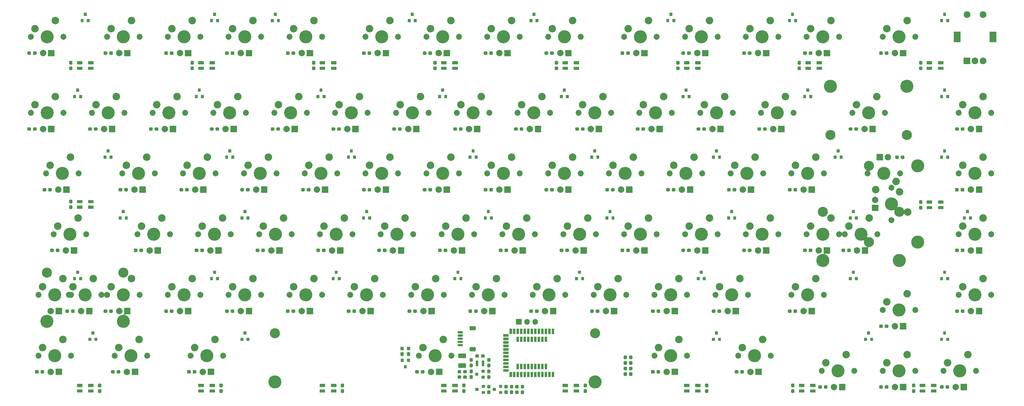
<source format=gbr>
G04 #@! TF.GenerationSoftware,KiCad,Pcbnew,(5.1.7)-1*
G04 #@! TF.CreationDate,2020-10-24T01:42:02+02:00*
G04 #@! TF.ProjectId,isometria-75-pcb-ml,69736f6d-6574-4726-9961-2d37352d7063,rev?*
G04 #@! TF.SameCoordinates,Original*
G04 #@! TF.FileFunction,Soldermask,Bot*
G04 #@! TF.FilePolarity,Negative*
%FSLAX46Y46*%
G04 Gerber Fmt 4.6, Leading zero omitted, Abs format (unit mm)*
G04 Created by KiCad (PCBNEW (5.1.7)-1) date 2020-10-24 01:42:02*
%MOMM*%
%LPD*%
G01*
G04 APERTURE LIST*
%ADD10C,2.352000*%
%ADD11C,4.089800*%
%ADD12C,2.007000*%
%ADD13C,1.852000*%
%ADD14C,3.150000*%
%ADD15O,1.802000X1.802000*%
%ADD16C,2.102000*%
%ADD17C,0.100000*%
G04 APERTURE END LIST*
G36*
G01*
X146427000Y-110669000D02*
X146953000Y-110669000D01*
G75*
G02*
X147216000Y-110932000I0J-263000D01*
G01*
X147216000Y-111558000D01*
G75*
G02*
X146953000Y-111821000I-263000J0D01*
G01*
X146427000Y-111821000D01*
G75*
G02*
X146164000Y-111558000I0J263000D01*
G01*
X146164000Y-110932000D01*
G75*
G02*
X146427000Y-110669000I263000J0D01*
G01*
G37*
G36*
G01*
X146427000Y-108919000D02*
X146953000Y-108919000D01*
G75*
G02*
X147216000Y-109182000I0J-263000D01*
G01*
X147216000Y-109808000D01*
G75*
G02*
X146953000Y-110071000I-263000J0D01*
G01*
X146427000Y-110071000D01*
G75*
G02*
X146164000Y-109808000I0J263000D01*
G01*
X146164000Y-109182000D01*
G75*
G02*
X146427000Y-108919000I263000J0D01*
G01*
G37*
G36*
G01*
X148663000Y-110071000D02*
X148137000Y-110071000D01*
G75*
G02*
X147874000Y-109808000I0J263000D01*
G01*
X147874000Y-109182000D01*
G75*
G02*
X148137000Y-108919000I263000J0D01*
G01*
X148663000Y-108919000D01*
G75*
G02*
X148926000Y-109182000I0J-263000D01*
G01*
X148926000Y-109808000D01*
G75*
G02*
X148663000Y-110071000I-263000J0D01*
G01*
G37*
G36*
G01*
X148663000Y-111821000D02*
X148137000Y-111821000D01*
G75*
G02*
X147874000Y-111558000I0J263000D01*
G01*
X147874000Y-110932000D01*
G75*
G02*
X148137000Y-110669000I263000J0D01*
G01*
X148663000Y-110669000D01*
G75*
G02*
X148926000Y-110932000I0J-263000D01*
G01*
X148926000Y-111558000D01*
G75*
G02*
X148663000Y-111821000I-263000J0D01*
G01*
G37*
G36*
G01*
X143037000Y-110649000D02*
X143563000Y-110649000D01*
G75*
G02*
X143826000Y-110912000I0J-263000D01*
G01*
X143826000Y-111538000D01*
G75*
G02*
X143563000Y-111801000I-263000J0D01*
G01*
X143037000Y-111801000D01*
G75*
G02*
X142774000Y-111538000I0J263000D01*
G01*
X142774000Y-110912000D01*
G75*
G02*
X143037000Y-110649000I263000J0D01*
G01*
G37*
G36*
G01*
X143037000Y-108899000D02*
X143563000Y-108899000D01*
G75*
G02*
X143826000Y-109162000I0J-263000D01*
G01*
X143826000Y-109788000D01*
G75*
G02*
X143563000Y-110051000I-263000J0D01*
G01*
X143037000Y-110051000D01*
G75*
G02*
X142774000Y-109788000I0J263000D01*
G01*
X142774000Y-109162000D01*
G75*
G02*
X143037000Y-108899000I263000J0D01*
G01*
G37*
G36*
G01*
X145263000Y-110051000D02*
X144737000Y-110051000D01*
G75*
G02*
X144474000Y-109788000I0J263000D01*
G01*
X144474000Y-109162000D01*
G75*
G02*
X144737000Y-108899000I263000J0D01*
G01*
X145263000Y-108899000D01*
G75*
G02*
X145526000Y-109162000I0J-263000D01*
G01*
X145526000Y-109788000D01*
G75*
G02*
X145263000Y-110051000I-263000J0D01*
G01*
G37*
G36*
G01*
X145263000Y-111801000D02*
X144737000Y-111801000D01*
G75*
G02*
X144474000Y-111538000I0J263000D01*
G01*
X144474000Y-110912000D01*
G75*
G02*
X144737000Y-110649000I263000J0D01*
G01*
X145263000Y-110649000D01*
G75*
G02*
X145526000Y-110912000I0J-263000D01*
G01*
X145526000Y-111538000D01*
G75*
G02*
X145263000Y-111801000I-263000J0D01*
G01*
G37*
G36*
G01*
X137637000Y-110649000D02*
X138163000Y-110649000D01*
G75*
G02*
X138426000Y-110912000I0J-263000D01*
G01*
X138426000Y-111538000D01*
G75*
G02*
X138163000Y-111801000I-263000J0D01*
G01*
X137637000Y-111801000D01*
G75*
G02*
X137374000Y-111538000I0J263000D01*
G01*
X137374000Y-110912000D01*
G75*
G02*
X137637000Y-110649000I263000J0D01*
G01*
G37*
G36*
G01*
X137637000Y-108899000D02*
X138163000Y-108899000D01*
G75*
G02*
X138426000Y-109162000I0J-263000D01*
G01*
X138426000Y-109788000D01*
G75*
G02*
X138163000Y-110051000I-263000J0D01*
G01*
X137637000Y-110051000D01*
G75*
G02*
X137374000Y-109788000I0J263000D01*
G01*
X137374000Y-109162000D01*
G75*
G02*
X137637000Y-108899000I263000J0D01*
G01*
G37*
G36*
G01*
X140101000Y-109950000D02*
X140101000Y-110750000D01*
G75*
G02*
X140050000Y-110801000I-51000J0D01*
G01*
X139150000Y-110801000D01*
G75*
G02*
X139099000Y-110750000I0J51000D01*
G01*
X139099000Y-109950000D01*
G75*
G02*
X139150000Y-109899000I51000J0D01*
G01*
X140050000Y-109899000D01*
G75*
G02*
X140101000Y-109950000I0J-51000D01*
G01*
G37*
G36*
G01*
X142101000Y-110900000D02*
X142101000Y-111700000D01*
G75*
G02*
X142050000Y-111751000I-51000J0D01*
G01*
X141150000Y-111751000D01*
G75*
G02*
X141099000Y-111700000I0J51000D01*
G01*
X141099000Y-110900000D01*
G75*
G02*
X141150000Y-110849000I51000J0D01*
G01*
X142050000Y-110849000D01*
G75*
G02*
X142101000Y-110900000I0J-51000D01*
G01*
G37*
G36*
G01*
X142101000Y-109000000D02*
X142101000Y-109800000D01*
G75*
G02*
X142050000Y-109851000I-51000J0D01*
G01*
X141150000Y-109851000D01*
G75*
G02*
X141099000Y-109800000I0J51000D01*
G01*
X141099000Y-109000000D01*
G75*
G02*
X141150000Y-108949000I51000J0D01*
G01*
X142050000Y-108949000D01*
G75*
G02*
X142101000Y-109000000I0J-51000D01*
G01*
G37*
G36*
G01*
X134701000Y-109950000D02*
X134701000Y-110750000D01*
G75*
G02*
X134650000Y-110801000I-51000J0D01*
G01*
X133750000Y-110801000D01*
G75*
G02*
X133699000Y-110750000I0J51000D01*
G01*
X133699000Y-109950000D01*
G75*
G02*
X133750000Y-109899000I51000J0D01*
G01*
X134650000Y-109899000D01*
G75*
G02*
X134701000Y-109950000I0J-51000D01*
G01*
G37*
G36*
G01*
X136701000Y-110900000D02*
X136701000Y-111700000D01*
G75*
G02*
X136650000Y-111751000I-51000J0D01*
G01*
X135750000Y-111751000D01*
G75*
G02*
X135699000Y-111700000I0J51000D01*
G01*
X135699000Y-110900000D01*
G75*
G02*
X135750000Y-110849000I51000J0D01*
G01*
X136650000Y-110849000D01*
G75*
G02*
X136701000Y-110900000I0J-51000D01*
G01*
G37*
G36*
G01*
X136701000Y-109000000D02*
X136701000Y-109800000D01*
G75*
G02*
X136650000Y-109851000I-51000J0D01*
G01*
X135750000Y-109851000D01*
G75*
G02*
X135699000Y-109800000I0J51000D01*
G01*
X135699000Y-109000000D01*
G75*
G02*
X135750000Y-108949000I51000J0D01*
G01*
X136650000Y-108949000D01*
G75*
G02*
X136701000Y-109000000I0J-51000D01*
G01*
G37*
D10*
X164040000Y-37670000D03*
D11*
X161500000Y-42750000D03*
D10*
X157690000Y-40210000D03*
D12*
X160230000Y-47830000D03*
G36*
G01*
X161766500Y-48782500D02*
X161766500Y-46877500D01*
G75*
G02*
X161817500Y-46826500I51000J0D01*
G01*
X163722500Y-46826500D01*
G75*
G02*
X163773500Y-46877500I0J-51000D01*
G01*
X163773500Y-48782500D01*
G75*
G02*
X163722500Y-48833500I-51000J0D01*
G01*
X161817500Y-48833500D01*
G75*
G02*
X161766500Y-48782500I0J51000D01*
G01*
G37*
D13*
X156420000Y-42750000D03*
X166580000Y-42750000D03*
D10*
X123665000Y-94670000D03*
D11*
X121125000Y-99750000D03*
D10*
X117315000Y-97210000D03*
D12*
X119855000Y-104830000D03*
G36*
G01*
X121391500Y-105782500D02*
X121391500Y-103877500D01*
G75*
G02*
X121442500Y-103826500I51000J0D01*
G01*
X123347500Y-103826500D01*
G75*
G02*
X123398500Y-103877500I0J-51000D01*
G01*
X123398500Y-105782500D01*
G75*
G02*
X123347500Y-105833500I-51000J0D01*
G01*
X121442500Y-105833500D01*
G75*
G02*
X121391500Y-105782500I0J51000D01*
G01*
G37*
D13*
X116045000Y-99750000D03*
X126205000Y-99750000D03*
D14*
X71125100Y-92765000D03*
X171124900Y-92765000D03*
D11*
X71125100Y-108005000D03*
X171124900Y-108005000D03*
D10*
X168790000Y-56670000D03*
D11*
X166250000Y-61750000D03*
D10*
X162440000Y-59210000D03*
D12*
X164980000Y-66830000D03*
G36*
G01*
X166516500Y-67782500D02*
X166516500Y-65877500D01*
G75*
G02*
X166567500Y-65826500I51000J0D01*
G01*
X168472500Y-65826500D01*
G75*
G02*
X168523500Y-65877500I0J-51000D01*
G01*
X168523500Y-67782500D01*
G75*
G02*
X168472500Y-67833500I-51000J0D01*
G01*
X166567500Y-67833500D01*
G75*
G02*
X166516500Y-67782500I0J51000D01*
G01*
G37*
D13*
X161170000Y-61750000D03*
X171330000Y-61750000D03*
G36*
G01*
X146440000Y-88279000D02*
X148140000Y-88279000D01*
G75*
G02*
X148191000Y-88330000I0J-51000D01*
G01*
X148191000Y-90030000D01*
G75*
G02*
X148140000Y-90081000I-51000J0D01*
G01*
X146440000Y-90081000D01*
G75*
G02*
X146389000Y-90030000I0J51000D01*
G01*
X146389000Y-88330000D01*
G75*
G02*
X146440000Y-88279000I51000J0D01*
G01*
G37*
D15*
X149830000Y-89180000D03*
X152370000Y-89180000D03*
D10*
X178290000Y-75670000D03*
D11*
X175750000Y-80750000D03*
D10*
X171940000Y-78210000D03*
D12*
X174480000Y-85830000D03*
G36*
G01*
X176016500Y-86782500D02*
X176016500Y-84877500D01*
G75*
G02*
X176067500Y-84826500I51000J0D01*
G01*
X177972500Y-84826500D01*
G75*
G02*
X178023500Y-84877500I0J-51000D01*
G01*
X178023500Y-86782500D01*
G75*
G02*
X177972500Y-86833500I-51000J0D01*
G01*
X176067500Y-86833500D01*
G75*
G02*
X176016500Y-86782500I0J51000D01*
G01*
G37*
D13*
X170670000Y-80750000D03*
X180830000Y-80750000D03*
D10*
X64290000Y5080000D03*
D11*
X61750000Y0D03*
D10*
X57940000Y2540000D03*
D12*
X60480000Y-5080000D03*
G36*
G01*
X62016500Y-6032500D02*
X62016500Y-4127500D01*
G75*
G02*
X62067500Y-4076500I51000J0D01*
G01*
X63972500Y-4076500D01*
G75*
G02*
X64023500Y-4127500I0J-51000D01*
G01*
X64023500Y-6032500D01*
G75*
G02*
X63972500Y-6083500I-51000J0D01*
G01*
X62067500Y-6083500D01*
G75*
G02*
X62016500Y-6032500I0J51000D01*
G01*
G37*
D13*
X56670000Y0D03*
X66830000Y0D03*
G36*
G01*
X266549000Y-37933000D02*
X266549000Y-37407000D01*
G75*
G02*
X266812000Y-37144000I263000J0D01*
G01*
X267438000Y-37144000D01*
G75*
G02*
X267701000Y-37407000I0J-263000D01*
G01*
X267701000Y-37933000D01*
G75*
G02*
X267438000Y-38196000I-263000J0D01*
G01*
X266812000Y-38196000D01*
G75*
G02*
X266549000Y-37933000I0J263000D01*
G01*
G37*
G36*
G01*
X264799000Y-37933000D02*
X264799000Y-37407000D01*
G75*
G02*
X265062000Y-37144000I263000J0D01*
G01*
X265688000Y-37144000D01*
G75*
G02*
X265951000Y-37407000I0J-263000D01*
G01*
X265951000Y-37933000D01*
G75*
G02*
X265688000Y-38196000I-263000J0D01*
G01*
X265062000Y-38196000D01*
G75*
G02*
X264799000Y-37933000I0J263000D01*
G01*
G37*
D10*
X2540000Y5080000D03*
D11*
X0Y0D03*
D10*
X-3810000Y2540000D03*
D12*
X-1270000Y-5080000D03*
G36*
G01*
X266500Y-6032500D02*
X266500Y-4127500D01*
G75*
G02*
X317500Y-4076500I51000J0D01*
G01*
X2222500Y-4076500D01*
G75*
G02*
X2273500Y-4127500I0J-51000D01*
G01*
X2273500Y-6032500D01*
G75*
G02*
X2222500Y-6083500I-51000J0D01*
G01*
X317500Y-6083500D01*
G75*
G02*
X266500Y-6032500I0J51000D01*
G01*
G37*
D13*
X-5080000Y0D03*
X5080000Y0D03*
D10*
X268540000Y-99420000D03*
D11*
X266000000Y-104500000D03*
D10*
X262190000Y-101960000D03*
D12*
X264730000Y-109580000D03*
G36*
G01*
X266266500Y-110532500D02*
X266266500Y-108627500D01*
G75*
G02*
X266317500Y-108576500I51000J0D01*
G01*
X268222500Y-108576500D01*
G75*
G02*
X268273500Y-108627500I0J-51000D01*
G01*
X268273500Y-110532500D01*
G75*
G02*
X268222500Y-110583500I-51000J0D01*
G01*
X266317500Y-110583500D01*
G75*
G02*
X266266500Y-110532500I0J51000D01*
G01*
G37*
D13*
X260920000Y-104500000D03*
X271080000Y-104500000D03*
D10*
X287540000Y-99420000D03*
D11*
X285000000Y-104500000D03*
D10*
X281190000Y-101960000D03*
D12*
X283730000Y-109580000D03*
G36*
G01*
X285266500Y-110532500D02*
X285266500Y-108627500D01*
G75*
G02*
X285317500Y-108576500I51000J0D01*
G01*
X287222500Y-108576500D01*
G75*
G02*
X287273500Y-108627500I0J-51000D01*
G01*
X287273500Y-110532500D01*
G75*
G02*
X287222500Y-110583500I-51000J0D01*
G01*
X285317500Y-110583500D01*
G75*
G02*
X285266500Y-110532500I0J51000D01*
G01*
G37*
D13*
X279920000Y-104500000D03*
X290080000Y-104500000D03*
D10*
X4915000Y-94670000D03*
D11*
X2375000Y-99750000D03*
D10*
X-1435000Y-97210000D03*
D12*
X1105000Y-104830000D03*
G36*
G01*
X2641500Y-105782500D02*
X2641500Y-103877500D01*
G75*
G02*
X2692500Y-103826500I51000J0D01*
G01*
X4597500Y-103826500D01*
G75*
G02*
X4648500Y-103877500I0J-51000D01*
G01*
X4648500Y-105782500D01*
G75*
G02*
X4597500Y-105833500I-51000J0D01*
G01*
X2692500Y-105833500D01*
G75*
G02*
X2641500Y-105782500I0J51000D01*
G01*
G37*
D13*
X-2705000Y-99750000D03*
X7455000Y-99750000D03*
G36*
G01*
X130383534Y-109683000D02*
X129857534Y-109683000D01*
G75*
G02*
X129594534Y-109420000I0J263000D01*
G01*
X129594534Y-108794000D01*
G75*
G02*
X129857534Y-108531000I263000J0D01*
G01*
X130383534Y-108531000D01*
G75*
G02*
X130646534Y-108794000I0J-263000D01*
G01*
X130646534Y-109420000D01*
G75*
G02*
X130383534Y-109683000I-263000J0D01*
G01*
G37*
G36*
G01*
X130383534Y-111433000D02*
X129857534Y-111433000D01*
G75*
G02*
X129594534Y-111170000I0J263000D01*
G01*
X129594534Y-110544000D01*
G75*
G02*
X129857534Y-110281000I263000J0D01*
G01*
X130383534Y-110281000D01*
G75*
G02*
X130646534Y-110544000I0J-263000D01*
G01*
X130646534Y-111170000D01*
G75*
G02*
X130383534Y-111433000I-263000J0D01*
G01*
G37*
G36*
G01*
X130556758Y-100524000D02*
X128643242Y-100524000D01*
G75*
G02*
X128374000Y-100254758I0J269242D01*
G01*
X128374000Y-99366242D01*
G75*
G02*
X128643242Y-99097000I269242J0D01*
G01*
X130556758Y-99097000D01*
G75*
G02*
X130826000Y-99366242I0J-269242D01*
G01*
X130826000Y-100254758D01*
G75*
G02*
X130556758Y-100524000I-269242J0D01*
G01*
G37*
G36*
G01*
X130556758Y-103599000D02*
X128643242Y-103599000D01*
G75*
G02*
X128374000Y-103329758I0J269242D01*
G01*
X128374000Y-102441242D01*
G75*
G02*
X128643242Y-102172000I269242J0D01*
G01*
X130556758Y-102172000D01*
G75*
G02*
X130826000Y-102441242I0J-269242D01*
G01*
X130826000Y-103329758D01*
G75*
G02*
X130556758Y-103599000I-269242J0D01*
G01*
G37*
G36*
G01*
X134576000Y-101370000D02*
X134576000Y-101770000D01*
G75*
G02*
X134525000Y-101821000I-51000J0D01*
G01*
X133875000Y-101821000D01*
G75*
G02*
X133824000Y-101770000I0J51000D01*
G01*
X133824000Y-101370000D01*
G75*
G02*
X133875000Y-101319000I51000J0D01*
G01*
X134525000Y-101319000D01*
G75*
G02*
X134576000Y-101370000I0J-51000D01*
G01*
G37*
G36*
G01*
X134576000Y-102670000D02*
X134576000Y-103070000D01*
G75*
G02*
X134525000Y-103121000I-51000J0D01*
G01*
X133875000Y-103121000D01*
G75*
G02*
X133824000Y-103070000I0J51000D01*
G01*
X133824000Y-102670000D01*
G75*
G02*
X133875000Y-102619000I51000J0D01*
G01*
X134525000Y-102619000D01*
G75*
G02*
X134576000Y-102670000I0J-51000D01*
G01*
G37*
G36*
G01*
X136476000Y-102020000D02*
X136476000Y-102420000D01*
G75*
G02*
X136425000Y-102471000I-51000J0D01*
G01*
X135775000Y-102471000D01*
G75*
G02*
X135724000Y-102420000I0J51000D01*
G01*
X135724000Y-102020000D01*
G75*
G02*
X135775000Y-101969000I51000J0D01*
G01*
X136425000Y-101969000D01*
G75*
G02*
X136476000Y-102020000I0J-51000D01*
G01*
G37*
G36*
G01*
X134576000Y-102020000D02*
X134576000Y-102420000D01*
G75*
G02*
X134525000Y-102471000I-51000J0D01*
G01*
X133875000Y-102471000D01*
G75*
G02*
X133824000Y-102420000I0J51000D01*
G01*
X133824000Y-102020000D01*
G75*
G02*
X133875000Y-101969000I51000J0D01*
G01*
X134525000Y-101969000D01*
G75*
G02*
X134576000Y-102020000I0J-51000D01*
G01*
G37*
G36*
G01*
X136476000Y-102670000D02*
X136476000Y-103070000D01*
G75*
G02*
X136425000Y-103121000I-51000J0D01*
G01*
X135775000Y-103121000D01*
G75*
G02*
X135724000Y-103070000I0J51000D01*
G01*
X135724000Y-102670000D01*
G75*
G02*
X135775000Y-102619000I51000J0D01*
G01*
X136425000Y-102619000D01*
G75*
G02*
X136476000Y-102670000I0J-51000D01*
G01*
G37*
G36*
G01*
X136476000Y-101370000D02*
X136476000Y-101770000D01*
G75*
G02*
X136425000Y-101821000I-51000J0D01*
G01*
X135775000Y-101821000D01*
G75*
G02*
X135724000Y-101770000I0J51000D01*
G01*
X135724000Y-101370000D01*
G75*
G02*
X135775000Y-101319000I51000J0D01*
G01*
X136425000Y-101319000D01*
G75*
G02*
X136476000Y-101370000I0J-51000D01*
G01*
G37*
G36*
G01*
X279951000Y-109317000D02*
X279951000Y-109843000D01*
G75*
G02*
X279688000Y-110106000I-263000J0D01*
G01*
X279062000Y-110106000D01*
G75*
G02*
X278799000Y-109843000I0J263000D01*
G01*
X278799000Y-109317000D01*
G75*
G02*
X279062000Y-109054000I263000J0D01*
G01*
X279688000Y-109054000D01*
G75*
G02*
X279951000Y-109317000I0J-263000D01*
G01*
G37*
G36*
G01*
X281701000Y-109317000D02*
X281701000Y-109843000D01*
G75*
G02*
X281438000Y-110106000I-263000J0D01*
G01*
X280812000Y-110106000D01*
G75*
G02*
X280549000Y-109843000I0J263000D01*
G01*
X280549000Y-109317000D01*
G75*
G02*
X280812000Y-109054000I263000J0D01*
G01*
X281438000Y-109054000D01*
G75*
G02*
X281701000Y-109317000I0J-263000D01*
G01*
G37*
G36*
G01*
X260951000Y-109317000D02*
X260951000Y-109843000D01*
G75*
G02*
X260688000Y-110106000I-263000J0D01*
G01*
X260062000Y-110106000D01*
G75*
G02*
X259799000Y-109843000I0J263000D01*
G01*
X259799000Y-109317000D01*
G75*
G02*
X260062000Y-109054000I263000J0D01*
G01*
X260688000Y-109054000D01*
G75*
G02*
X260951000Y-109317000I0J-263000D01*
G01*
G37*
G36*
G01*
X262701000Y-109317000D02*
X262701000Y-109843000D01*
G75*
G02*
X262438000Y-110106000I-263000J0D01*
G01*
X261812000Y-110106000D01*
G75*
G02*
X261549000Y-109843000I0J263000D01*
G01*
X261549000Y-109317000D01*
G75*
G02*
X261812000Y-109054000I263000J0D01*
G01*
X262438000Y-109054000D01*
G75*
G02*
X262701000Y-109317000I0J-263000D01*
G01*
G37*
G36*
G01*
X241951000Y-109317000D02*
X241951000Y-109843000D01*
G75*
G02*
X241688000Y-110106000I-263000J0D01*
G01*
X241062000Y-110106000D01*
G75*
G02*
X240799000Y-109843000I0J263000D01*
G01*
X240799000Y-109317000D01*
G75*
G02*
X241062000Y-109054000I263000J0D01*
G01*
X241688000Y-109054000D01*
G75*
G02*
X241951000Y-109317000I0J-263000D01*
G01*
G37*
G36*
G01*
X243701000Y-109317000D02*
X243701000Y-109843000D01*
G75*
G02*
X243438000Y-110106000I-263000J0D01*
G01*
X242812000Y-110106000D01*
G75*
G02*
X242549000Y-109843000I0J263000D01*
G01*
X242549000Y-109317000D01*
G75*
G02*
X242812000Y-109054000I263000J0D01*
G01*
X243438000Y-109054000D01*
G75*
G02*
X243701000Y-109317000I0J-263000D01*
G01*
G37*
G36*
G01*
X215855000Y-104567000D02*
X215855000Y-105093000D01*
G75*
G02*
X215592000Y-105356000I-263000J0D01*
G01*
X214966000Y-105356000D01*
G75*
G02*
X214703000Y-105093000I0J263000D01*
G01*
X214703000Y-104567000D01*
G75*
G02*
X214966000Y-104304000I263000J0D01*
G01*
X215592000Y-104304000D01*
G75*
G02*
X215855000Y-104567000I0J-263000D01*
G01*
G37*
G36*
G01*
X217605000Y-104567000D02*
X217605000Y-105093000D01*
G75*
G02*
X217342000Y-105356000I-263000J0D01*
G01*
X216716000Y-105356000D01*
G75*
G02*
X216453000Y-105093000I0J263000D01*
G01*
X216453000Y-104567000D01*
G75*
G02*
X216716000Y-104304000I263000J0D01*
G01*
X217342000Y-104304000D01*
G75*
G02*
X217605000Y-104567000I0J-263000D01*
G01*
G37*
G36*
G01*
X189693000Y-104567000D02*
X189693000Y-105093000D01*
G75*
G02*
X189430000Y-105356000I-263000J0D01*
G01*
X188804000Y-105356000D01*
G75*
G02*
X188541000Y-105093000I0J263000D01*
G01*
X188541000Y-104567000D01*
G75*
G02*
X188804000Y-104304000I263000J0D01*
G01*
X189430000Y-104304000D01*
G75*
G02*
X189693000Y-104567000I0J-263000D01*
G01*
G37*
G36*
G01*
X191443000Y-104567000D02*
X191443000Y-105093000D01*
G75*
G02*
X191180000Y-105356000I-263000J0D01*
G01*
X190554000Y-105356000D01*
G75*
G02*
X190291000Y-105093000I0J263000D01*
G01*
X190291000Y-104567000D01*
G75*
G02*
X190554000Y-104304000I263000J0D01*
G01*
X191180000Y-104304000D01*
G75*
G02*
X191443000Y-104567000I0J-263000D01*
G01*
G37*
G36*
G01*
X116076000Y-104567000D02*
X116076000Y-105093000D01*
G75*
G02*
X115813000Y-105356000I-263000J0D01*
G01*
X115187000Y-105356000D01*
G75*
G02*
X114924000Y-105093000I0J263000D01*
G01*
X114924000Y-104567000D01*
G75*
G02*
X115187000Y-104304000I263000J0D01*
G01*
X115813000Y-104304000D01*
G75*
G02*
X116076000Y-104567000I0J-263000D01*
G01*
G37*
G36*
G01*
X117826000Y-104567000D02*
X117826000Y-105093000D01*
G75*
G02*
X117563000Y-105356000I-263000J0D01*
G01*
X116937000Y-105356000D01*
G75*
G02*
X116674000Y-105093000I0J263000D01*
G01*
X116674000Y-104567000D01*
G75*
G02*
X116937000Y-104304000I263000J0D01*
G01*
X117563000Y-104304000D01*
G75*
G02*
X117826000Y-104567000I0J-263000D01*
G01*
G37*
G36*
G01*
X44826000Y-104567000D02*
X44826000Y-105093000D01*
G75*
G02*
X44563000Y-105356000I-263000J0D01*
G01*
X43937000Y-105356000D01*
G75*
G02*
X43674000Y-105093000I0J263000D01*
G01*
X43674000Y-104567000D01*
G75*
G02*
X43937000Y-104304000I263000J0D01*
G01*
X44563000Y-104304000D01*
G75*
G02*
X44826000Y-104567000I0J-263000D01*
G01*
G37*
G36*
G01*
X46576000Y-104567000D02*
X46576000Y-105093000D01*
G75*
G02*
X46313000Y-105356000I-263000J0D01*
G01*
X45687000Y-105356000D01*
G75*
G02*
X45424000Y-105093000I0J263000D01*
G01*
X45424000Y-104567000D01*
G75*
G02*
X45687000Y-104304000I263000J0D01*
G01*
X46313000Y-104304000D01*
G75*
G02*
X46576000Y-104567000I0J-263000D01*
G01*
G37*
G36*
G01*
X21076000Y-104567000D02*
X21076000Y-105093000D01*
G75*
G02*
X20813000Y-105356000I-263000J0D01*
G01*
X20187000Y-105356000D01*
G75*
G02*
X19924000Y-105093000I0J263000D01*
G01*
X19924000Y-104567000D01*
G75*
G02*
X20187000Y-104304000I263000J0D01*
G01*
X20813000Y-104304000D01*
G75*
G02*
X21076000Y-104567000I0J-263000D01*
G01*
G37*
G36*
G01*
X22826000Y-104567000D02*
X22826000Y-105093000D01*
G75*
G02*
X22563000Y-105356000I-263000J0D01*
G01*
X21937000Y-105356000D01*
G75*
G02*
X21674000Y-105093000I0J263000D01*
G01*
X21674000Y-104567000D01*
G75*
G02*
X21937000Y-104304000I263000J0D01*
G01*
X22563000Y-104304000D01*
G75*
G02*
X22826000Y-104567000I0J-263000D01*
G01*
G37*
G36*
G01*
X-2674000Y-104567000D02*
X-2674000Y-105093000D01*
G75*
G02*
X-2937000Y-105356000I-263000J0D01*
G01*
X-3563000Y-105356000D01*
G75*
G02*
X-3826000Y-105093000I0J263000D01*
G01*
X-3826000Y-104567000D01*
G75*
G02*
X-3563000Y-104304000I263000J0D01*
G01*
X-2937000Y-104304000D01*
G75*
G02*
X-2674000Y-104567000I0J-263000D01*
G01*
G37*
G36*
G01*
X-924000Y-104567000D02*
X-924000Y-105093000D01*
G75*
G02*
X-1187000Y-105356000I-263000J0D01*
G01*
X-1813000Y-105356000D01*
G75*
G02*
X-2076000Y-105093000I0J263000D01*
G01*
X-2076000Y-104567000D01*
G75*
G02*
X-1813000Y-104304000I263000J0D01*
G01*
X-1187000Y-104304000D01*
G75*
G02*
X-924000Y-104567000I0J-263000D01*
G01*
G37*
G36*
G01*
X284701000Y-85589000D02*
X284701000Y-86115000D01*
G75*
G02*
X284438000Y-86378000I-263000J0D01*
G01*
X283812000Y-86378000D01*
G75*
G02*
X283549000Y-86115000I0J263000D01*
G01*
X283549000Y-85589000D01*
G75*
G02*
X283812000Y-85326000I263000J0D01*
G01*
X284438000Y-85326000D01*
G75*
G02*
X284701000Y-85589000I0J-263000D01*
G01*
G37*
G36*
G01*
X286451000Y-85589000D02*
X286451000Y-86115000D01*
G75*
G02*
X286188000Y-86378000I-263000J0D01*
G01*
X285562000Y-86378000D01*
G75*
G02*
X285299000Y-86115000I0J263000D01*
G01*
X285299000Y-85589000D01*
G75*
G02*
X285562000Y-85326000I263000J0D01*
G01*
X286188000Y-85326000D01*
G75*
G02*
X286451000Y-85589000I0J-263000D01*
G01*
G37*
G36*
G01*
X260951000Y-90317000D02*
X260951000Y-90843000D01*
G75*
G02*
X260688000Y-91106000I-263000J0D01*
G01*
X260062000Y-91106000D01*
G75*
G02*
X259799000Y-90843000I0J263000D01*
G01*
X259799000Y-90317000D01*
G75*
G02*
X260062000Y-90054000I263000J0D01*
G01*
X260688000Y-90054000D01*
G75*
G02*
X260951000Y-90317000I0J-263000D01*
G01*
G37*
G36*
G01*
X262701000Y-90317000D02*
X262701000Y-90843000D01*
G75*
G02*
X262438000Y-91106000I-263000J0D01*
G01*
X261812000Y-91106000D01*
G75*
G02*
X261549000Y-90843000I0J263000D01*
G01*
X261549000Y-90317000D01*
G75*
G02*
X261812000Y-90054000I263000J0D01*
G01*
X262438000Y-90054000D01*
G75*
G02*
X262701000Y-90317000I0J-263000D01*
G01*
G37*
G36*
G01*
X232451000Y-85589000D02*
X232451000Y-86115000D01*
G75*
G02*
X232188000Y-86378000I-263000J0D01*
G01*
X231562000Y-86378000D01*
G75*
G02*
X231299000Y-86115000I0J263000D01*
G01*
X231299000Y-85589000D01*
G75*
G02*
X231562000Y-85326000I263000J0D01*
G01*
X232188000Y-85326000D01*
G75*
G02*
X232451000Y-85589000I0J-263000D01*
G01*
G37*
G36*
G01*
X234201000Y-85589000D02*
X234201000Y-86115000D01*
G75*
G02*
X233938000Y-86378000I-263000J0D01*
G01*
X233312000Y-86378000D01*
G75*
G02*
X233049000Y-86115000I0J263000D01*
G01*
X233049000Y-85589000D01*
G75*
G02*
X233312000Y-85326000I263000J0D01*
G01*
X233938000Y-85326000D01*
G75*
G02*
X234201000Y-85589000I0J-263000D01*
G01*
G37*
G36*
G01*
X208701000Y-85589000D02*
X208701000Y-86115000D01*
G75*
G02*
X208438000Y-86378000I-263000J0D01*
G01*
X207812000Y-86378000D01*
G75*
G02*
X207549000Y-86115000I0J263000D01*
G01*
X207549000Y-85589000D01*
G75*
G02*
X207812000Y-85326000I263000J0D01*
G01*
X208438000Y-85326000D01*
G75*
G02*
X208701000Y-85589000I0J-263000D01*
G01*
G37*
G36*
G01*
X210451000Y-85589000D02*
X210451000Y-86115000D01*
G75*
G02*
X210188000Y-86378000I-263000J0D01*
G01*
X209562000Y-86378000D01*
G75*
G02*
X209299000Y-86115000I0J263000D01*
G01*
X209299000Y-85589000D01*
G75*
G02*
X209562000Y-85326000I263000J0D01*
G01*
X210188000Y-85326000D01*
G75*
G02*
X210451000Y-85589000I0J-263000D01*
G01*
G37*
G36*
G01*
X189701000Y-85589000D02*
X189701000Y-86115000D01*
G75*
G02*
X189438000Y-86378000I-263000J0D01*
G01*
X188812000Y-86378000D01*
G75*
G02*
X188549000Y-86115000I0J263000D01*
G01*
X188549000Y-85589000D01*
G75*
G02*
X188812000Y-85326000I263000J0D01*
G01*
X189438000Y-85326000D01*
G75*
G02*
X189701000Y-85589000I0J-263000D01*
G01*
G37*
G36*
G01*
X191451000Y-85589000D02*
X191451000Y-86115000D01*
G75*
G02*
X191188000Y-86378000I-263000J0D01*
G01*
X190562000Y-86378000D01*
G75*
G02*
X190299000Y-86115000I0J263000D01*
G01*
X190299000Y-85589000D01*
G75*
G02*
X190562000Y-85326000I263000J0D01*
G01*
X191188000Y-85326000D01*
G75*
G02*
X191451000Y-85589000I0J-263000D01*
G01*
G37*
G36*
G01*
X170701000Y-85589000D02*
X170701000Y-86115000D01*
G75*
G02*
X170438000Y-86378000I-263000J0D01*
G01*
X169812000Y-86378000D01*
G75*
G02*
X169549000Y-86115000I0J263000D01*
G01*
X169549000Y-85589000D01*
G75*
G02*
X169812000Y-85326000I263000J0D01*
G01*
X170438000Y-85326000D01*
G75*
G02*
X170701000Y-85589000I0J-263000D01*
G01*
G37*
G36*
G01*
X172451000Y-85589000D02*
X172451000Y-86115000D01*
G75*
G02*
X172188000Y-86378000I-263000J0D01*
G01*
X171562000Y-86378000D01*
G75*
G02*
X171299000Y-86115000I0J263000D01*
G01*
X171299000Y-85589000D01*
G75*
G02*
X171562000Y-85326000I263000J0D01*
G01*
X172188000Y-85326000D01*
G75*
G02*
X172451000Y-85589000I0J-263000D01*
G01*
G37*
G36*
G01*
X151701000Y-85589000D02*
X151701000Y-86115000D01*
G75*
G02*
X151438000Y-86378000I-263000J0D01*
G01*
X150812000Y-86378000D01*
G75*
G02*
X150549000Y-86115000I0J263000D01*
G01*
X150549000Y-85589000D01*
G75*
G02*
X150812000Y-85326000I263000J0D01*
G01*
X151438000Y-85326000D01*
G75*
G02*
X151701000Y-85589000I0J-263000D01*
G01*
G37*
G36*
G01*
X153451000Y-85589000D02*
X153451000Y-86115000D01*
G75*
G02*
X153188000Y-86378000I-263000J0D01*
G01*
X152562000Y-86378000D01*
G75*
G02*
X152299000Y-86115000I0J263000D01*
G01*
X152299000Y-85589000D01*
G75*
G02*
X152562000Y-85326000I263000J0D01*
G01*
X153188000Y-85326000D01*
G75*
G02*
X153451000Y-85589000I0J-263000D01*
G01*
G37*
G36*
G01*
X132701000Y-85589000D02*
X132701000Y-86115000D01*
G75*
G02*
X132438000Y-86378000I-263000J0D01*
G01*
X131812000Y-86378000D01*
G75*
G02*
X131549000Y-86115000I0J263000D01*
G01*
X131549000Y-85589000D01*
G75*
G02*
X131812000Y-85326000I263000J0D01*
G01*
X132438000Y-85326000D01*
G75*
G02*
X132701000Y-85589000I0J-263000D01*
G01*
G37*
G36*
G01*
X134451000Y-85589000D02*
X134451000Y-86115000D01*
G75*
G02*
X134188000Y-86378000I-263000J0D01*
G01*
X133562000Y-86378000D01*
G75*
G02*
X133299000Y-86115000I0J263000D01*
G01*
X133299000Y-85589000D01*
G75*
G02*
X133562000Y-85326000I263000J0D01*
G01*
X134188000Y-85326000D01*
G75*
G02*
X134451000Y-85589000I0J-263000D01*
G01*
G37*
G36*
G01*
X113701000Y-85589000D02*
X113701000Y-86115000D01*
G75*
G02*
X113438000Y-86378000I-263000J0D01*
G01*
X112812000Y-86378000D01*
G75*
G02*
X112549000Y-86115000I0J263000D01*
G01*
X112549000Y-85589000D01*
G75*
G02*
X112812000Y-85326000I263000J0D01*
G01*
X113438000Y-85326000D01*
G75*
G02*
X113701000Y-85589000I0J-263000D01*
G01*
G37*
G36*
G01*
X115451000Y-85589000D02*
X115451000Y-86115000D01*
G75*
G02*
X115188000Y-86378000I-263000J0D01*
G01*
X114562000Y-86378000D01*
G75*
G02*
X114299000Y-86115000I0J263000D01*
G01*
X114299000Y-85589000D01*
G75*
G02*
X114562000Y-85326000I263000J0D01*
G01*
X115188000Y-85326000D01*
G75*
G02*
X115451000Y-85589000I0J-263000D01*
G01*
G37*
G36*
G01*
X94701000Y-85589000D02*
X94701000Y-86115000D01*
G75*
G02*
X94438000Y-86378000I-263000J0D01*
G01*
X93812000Y-86378000D01*
G75*
G02*
X93549000Y-86115000I0J263000D01*
G01*
X93549000Y-85589000D01*
G75*
G02*
X93812000Y-85326000I263000J0D01*
G01*
X94438000Y-85326000D01*
G75*
G02*
X94701000Y-85589000I0J-263000D01*
G01*
G37*
G36*
G01*
X96451000Y-85589000D02*
X96451000Y-86115000D01*
G75*
G02*
X96188000Y-86378000I-263000J0D01*
G01*
X95562000Y-86378000D01*
G75*
G02*
X95299000Y-86115000I0J263000D01*
G01*
X95299000Y-85589000D01*
G75*
G02*
X95562000Y-85326000I263000J0D01*
G01*
X96188000Y-85326000D01*
G75*
G02*
X96451000Y-85589000I0J-263000D01*
G01*
G37*
G36*
G01*
X75701000Y-85589000D02*
X75701000Y-86115000D01*
G75*
G02*
X75438000Y-86378000I-263000J0D01*
G01*
X74812000Y-86378000D01*
G75*
G02*
X74549000Y-86115000I0J263000D01*
G01*
X74549000Y-85589000D01*
G75*
G02*
X74812000Y-85326000I263000J0D01*
G01*
X75438000Y-85326000D01*
G75*
G02*
X75701000Y-85589000I0J-263000D01*
G01*
G37*
G36*
G01*
X77451000Y-85589000D02*
X77451000Y-86115000D01*
G75*
G02*
X77188000Y-86378000I-263000J0D01*
G01*
X76562000Y-86378000D01*
G75*
G02*
X76299000Y-86115000I0J263000D01*
G01*
X76299000Y-85589000D01*
G75*
G02*
X76562000Y-85326000I263000J0D01*
G01*
X77188000Y-85326000D01*
G75*
G02*
X77451000Y-85589000I0J-263000D01*
G01*
G37*
G36*
G01*
X56701000Y-85589000D02*
X56701000Y-86115000D01*
G75*
G02*
X56438000Y-86378000I-263000J0D01*
G01*
X55812000Y-86378000D01*
G75*
G02*
X55549000Y-86115000I0J263000D01*
G01*
X55549000Y-85589000D01*
G75*
G02*
X55812000Y-85326000I263000J0D01*
G01*
X56438000Y-85326000D01*
G75*
G02*
X56701000Y-85589000I0J-263000D01*
G01*
G37*
G36*
G01*
X58451000Y-85589000D02*
X58451000Y-86115000D01*
G75*
G02*
X58188000Y-86378000I-263000J0D01*
G01*
X57562000Y-86378000D01*
G75*
G02*
X57299000Y-86115000I0J263000D01*
G01*
X57299000Y-85589000D01*
G75*
G02*
X57562000Y-85326000I263000J0D01*
G01*
X58188000Y-85326000D01*
G75*
G02*
X58451000Y-85589000I0J-263000D01*
G01*
G37*
G36*
G01*
X37701000Y-85589000D02*
X37701000Y-86115000D01*
G75*
G02*
X37438000Y-86378000I-263000J0D01*
G01*
X36812000Y-86378000D01*
G75*
G02*
X36549000Y-86115000I0J263000D01*
G01*
X36549000Y-85589000D01*
G75*
G02*
X36812000Y-85326000I263000J0D01*
G01*
X37438000Y-85326000D01*
G75*
G02*
X37701000Y-85589000I0J-263000D01*
G01*
G37*
G36*
G01*
X39451000Y-85589000D02*
X39451000Y-86115000D01*
G75*
G02*
X39188000Y-86378000I-263000J0D01*
G01*
X38562000Y-86378000D01*
G75*
G02*
X38299000Y-86115000I0J263000D01*
G01*
X38299000Y-85589000D01*
G75*
G02*
X38562000Y-85326000I263000J0D01*
G01*
X39188000Y-85326000D01*
G75*
G02*
X39451000Y-85589000I0J-263000D01*
G01*
G37*
G36*
G01*
X18751000Y-85589000D02*
X18751000Y-86115000D01*
G75*
G02*
X18488000Y-86378000I-263000J0D01*
G01*
X17862000Y-86378000D01*
G75*
G02*
X17599000Y-86115000I0J263000D01*
G01*
X17599000Y-85589000D01*
G75*
G02*
X17862000Y-85326000I263000J0D01*
G01*
X18488000Y-85326000D01*
G75*
G02*
X18751000Y-85589000I0J-263000D01*
G01*
G37*
G36*
G01*
X20501000Y-85589000D02*
X20501000Y-86115000D01*
G75*
G02*
X20238000Y-86378000I-263000J0D01*
G01*
X19612000Y-86378000D01*
G75*
G02*
X19349000Y-86115000I0J263000D01*
G01*
X19349000Y-85589000D01*
G75*
G02*
X19612000Y-85326000I263000J0D01*
G01*
X20238000Y-85326000D01*
G75*
G02*
X20501000Y-85589000I0J-263000D01*
G01*
G37*
G36*
G01*
X6826000Y-85589000D02*
X6826000Y-86115000D01*
G75*
G02*
X6563000Y-86378000I-263000J0D01*
G01*
X5937000Y-86378000D01*
G75*
G02*
X5674000Y-86115000I0J263000D01*
G01*
X5674000Y-85589000D01*
G75*
G02*
X5937000Y-85326000I263000J0D01*
G01*
X6563000Y-85326000D01*
G75*
G02*
X6826000Y-85589000I0J-263000D01*
G01*
G37*
G36*
G01*
X8576000Y-85589000D02*
X8576000Y-86115000D01*
G75*
G02*
X8313000Y-86378000I-263000J0D01*
G01*
X7687000Y-86378000D01*
G75*
G02*
X7424000Y-86115000I0J263000D01*
G01*
X7424000Y-85589000D01*
G75*
G02*
X7687000Y-85326000I263000J0D01*
G01*
X8313000Y-85326000D01*
G75*
G02*
X8576000Y-85589000I0J-263000D01*
G01*
G37*
G36*
G01*
X284689000Y-66539000D02*
X284689000Y-67065000D01*
G75*
G02*
X284426000Y-67328000I-263000J0D01*
G01*
X283800000Y-67328000D01*
G75*
G02*
X283537000Y-67065000I0J263000D01*
G01*
X283537000Y-66539000D01*
G75*
G02*
X283800000Y-66276000I263000J0D01*
G01*
X284426000Y-66276000D01*
G75*
G02*
X284689000Y-66539000I0J-263000D01*
G01*
G37*
G36*
G01*
X286439000Y-66539000D02*
X286439000Y-67065000D01*
G75*
G02*
X286176000Y-67328000I-263000J0D01*
G01*
X285550000Y-67328000D01*
G75*
G02*
X285287000Y-67065000I0J263000D01*
G01*
X285287000Y-66539000D01*
G75*
G02*
X285550000Y-66276000I263000J0D01*
G01*
X286176000Y-66276000D01*
G75*
G02*
X286439000Y-66539000I0J-263000D01*
G01*
G37*
G36*
G01*
X249201000Y-66539000D02*
X249201000Y-67065000D01*
G75*
G02*
X248938000Y-67328000I-263000J0D01*
G01*
X248312000Y-67328000D01*
G75*
G02*
X248049000Y-67065000I0J263000D01*
G01*
X248049000Y-66539000D01*
G75*
G02*
X248312000Y-66276000I263000J0D01*
G01*
X248938000Y-66276000D01*
G75*
G02*
X249201000Y-66539000I0J-263000D01*
G01*
G37*
G36*
G01*
X250951000Y-66539000D02*
X250951000Y-67065000D01*
G75*
G02*
X250688000Y-67328000I-263000J0D01*
G01*
X250062000Y-67328000D01*
G75*
G02*
X249799000Y-67065000I0J263000D01*
G01*
X249799000Y-66539000D01*
G75*
G02*
X250062000Y-66276000I263000J0D01*
G01*
X250688000Y-66276000D01*
G75*
G02*
X250951000Y-66539000I0J-263000D01*
G01*
G37*
G36*
G01*
X237201000Y-66539000D02*
X237201000Y-67065000D01*
G75*
G02*
X236938000Y-67328000I-263000J0D01*
G01*
X236312000Y-67328000D01*
G75*
G02*
X236049000Y-67065000I0J263000D01*
G01*
X236049000Y-66539000D01*
G75*
G02*
X236312000Y-66276000I263000J0D01*
G01*
X236938000Y-66276000D01*
G75*
G02*
X237201000Y-66539000I0J-263000D01*
G01*
G37*
G36*
G01*
X238951000Y-66539000D02*
X238951000Y-67065000D01*
G75*
G02*
X238688000Y-67328000I-263000J0D01*
G01*
X238062000Y-67328000D01*
G75*
G02*
X237799000Y-67065000I0J263000D01*
G01*
X237799000Y-66539000D01*
G75*
G02*
X238062000Y-66276000I263000J0D01*
G01*
X238688000Y-66276000D01*
G75*
G02*
X238951000Y-66539000I0J-263000D01*
G01*
G37*
G36*
G01*
X218201000Y-66539000D02*
X218201000Y-67065000D01*
G75*
G02*
X217938000Y-67328000I-263000J0D01*
G01*
X217312000Y-67328000D01*
G75*
G02*
X217049000Y-67065000I0J263000D01*
G01*
X217049000Y-66539000D01*
G75*
G02*
X217312000Y-66276000I263000J0D01*
G01*
X217938000Y-66276000D01*
G75*
G02*
X218201000Y-66539000I0J-263000D01*
G01*
G37*
G36*
G01*
X219951000Y-66539000D02*
X219951000Y-67065000D01*
G75*
G02*
X219688000Y-67328000I-263000J0D01*
G01*
X219062000Y-67328000D01*
G75*
G02*
X218799000Y-67065000I0J263000D01*
G01*
X218799000Y-66539000D01*
G75*
G02*
X219062000Y-66276000I263000J0D01*
G01*
X219688000Y-66276000D01*
G75*
G02*
X219951000Y-66539000I0J-263000D01*
G01*
G37*
G36*
G01*
X199201000Y-66539000D02*
X199201000Y-67065000D01*
G75*
G02*
X198938000Y-67328000I-263000J0D01*
G01*
X198312000Y-67328000D01*
G75*
G02*
X198049000Y-67065000I0J263000D01*
G01*
X198049000Y-66539000D01*
G75*
G02*
X198312000Y-66276000I263000J0D01*
G01*
X198938000Y-66276000D01*
G75*
G02*
X199201000Y-66539000I0J-263000D01*
G01*
G37*
G36*
G01*
X200951000Y-66539000D02*
X200951000Y-67065000D01*
G75*
G02*
X200688000Y-67328000I-263000J0D01*
G01*
X200062000Y-67328000D01*
G75*
G02*
X199799000Y-67065000I0J263000D01*
G01*
X199799000Y-66539000D01*
G75*
G02*
X200062000Y-66276000I263000J0D01*
G01*
X200688000Y-66276000D01*
G75*
G02*
X200951000Y-66539000I0J-263000D01*
G01*
G37*
G36*
G01*
X180201000Y-66539000D02*
X180201000Y-67065000D01*
G75*
G02*
X179938000Y-67328000I-263000J0D01*
G01*
X179312000Y-67328000D01*
G75*
G02*
X179049000Y-67065000I0J263000D01*
G01*
X179049000Y-66539000D01*
G75*
G02*
X179312000Y-66276000I263000J0D01*
G01*
X179938000Y-66276000D01*
G75*
G02*
X180201000Y-66539000I0J-263000D01*
G01*
G37*
G36*
G01*
X181951000Y-66539000D02*
X181951000Y-67065000D01*
G75*
G02*
X181688000Y-67328000I-263000J0D01*
G01*
X181062000Y-67328000D01*
G75*
G02*
X180799000Y-67065000I0J263000D01*
G01*
X180799000Y-66539000D01*
G75*
G02*
X181062000Y-66276000I263000J0D01*
G01*
X181688000Y-66276000D01*
G75*
G02*
X181951000Y-66539000I0J-263000D01*
G01*
G37*
G36*
G01*
X161201000Y-66539000D02*
X161201000Y-67065000D01*
G75*
G02*
X160938000Y-67328000I-263000J0D01*
G01*
X160312000Y-67328000D01*
G75*
G02*
X160049000Y-67065000I0J263000D01*
G01*
X160049000Y-66539000D01*
G75*
G02*
X160312000Y-66276000I263000J0D01*
G01*
X160938000Y-66276000D01*
G75*
G02*
X161201000Y-66539000I0J-263000D01*
G01*
G37*
G36*
G01*
X162951000Y-66539000D02*
X162951000Y-67065000D01*
G75*
G02*
X162688000Y-67328000I-263000J0D01*
G01*
X162062000Y-67328000D01*
G75*
G02*
X161799000Y-67065000I0J263000D01*
G01*
X161799000Y-66539000D01*
G75*
G02*
X162062000Y-66276000I263000J0D01*
G01*
X162688000Y-66276000D01*
G75*
G02*
X162951000Y-66539000I0J-263000D01*
G01*
G37*
G36*
G01*
X142195000Y-66539000D02*
X142195000Y-67065000D01*
G75*
G02*
X141932000Y-67328000I-263000J0D01*
G01*
X141306000Y-67328000D01*
G75*
G02*
X141043000Y-67065000I0J263000D01*
G01*
X141043000Y-66539000D01*
G75*
G02*
X141306000Y-66276000I263000J0D01*
G01*
X141932000Y-66276000D01*
G75*
G02*
X142195000Y-66539000I0J-263000D01*
G01*
G37*
G36*
G01*
X143945000Y-66539000D02*
X143945000Y-67065000D01*
G75*
G02*
X143682000Y-67328000I-263000J0D01*
G01*
X143056000Y-67328000D01*
G75*
G02*
X142793000Y-67065000I0J263000D01*
G01*
X142793000Y-66539000D01*
G75*
G02*
X143056000Y-66276000I263000J0D01*
G01*
X143682000Y-66276000D01*
G75*
G02*
X143945000Y-66539000I0J-263000D01*
G01*
G37*
G36*
G01*
X123201000Y-66539000D02*
X123201000Y-67065000D01*
G75*
G02*
X122938000Y-67328000I-263000J0D01*
G01*
X122312000Y-67328000D01*
G75*
G02*
X122049000Y-67065000I0J263000D01*
G01*
X122049000Y-66539000D01*
G75*
G02*
X122312000Y-66276000I263000J0D01*
G01*
X122938000Y-66276000D01*
G75*
G02*
X123201000Y-66539000I0J-263000D01*
G01*
G37*
G36*
G01*
X124951000Y-66539000D02*
X124951000Y-67065000D01*
G75*
G02*
X124688000Y-67328000I-263000J0D01*
G01*
X124062000Y-67328000D01*
G75*
G02*
X123799000Y-67065000I0J263000D01*
G01*
X123799000Y-66539000D01*
G75*
G02*
X124062000Y-66276000I263000J0D01*
G01*
X124688000Y-66276000D01*
G75*
G02*
X124951000Y-66539000I0J-263000D01*
G01*
G37*
G36*
G01*
X104201000Y-66539000D02*
X104201000Y-67065000D01*
G75*
G02*
X103938000Y-67328000I-263000J0D01*
G01*
X103312000Y-67328000D01*
G75*
G02*
X103049000Y-67065000I0J263000D01*
G01*
X103049000Y-66539000D01*
G75*
G02*
X103312000Y-66276000I263000J0D01*
G01*
X103938000Y-66276000D01*
G75*
G02*
X104201000Y-66539000I0J-263000D01*
G01*
G37*
G36*
G01*
X105951000Y-66539000D02*
X105951000Y-67065000D01*
G75*
G02*
X105688000Y-67328000I-263000J0D01*
G01*
X105062000Y-67328000D01*
G75*
G02*
X104799000Y-67065000I0J263000D01*
G01*
X104799000Y-66539000D01*
G75*
G02*
X105062000Y-66276000I263000J0D01*
G01*
X105688000Y-66276000D01*
G75*
G02*
X105951000Y-66539000I0J-263000D01*
G01*
G37*
G36*
G01*
X85201000Y-66539000D02*
X85201000Y-67065000D01*
G75*
G02*
X84938000Y-67328000I-263000J0D01*
G01*
X84312000Y-67328000D01*
G75*
G02*
X84049000Y-67065000I0J263000D01*
G01*
X84049000Y-66539000D01*
G75*
G02*
X84312000Y-66276000I263000J0D01*
G01*
X84938000Y-66276000D01*
G75*
G02*
X85201000Y-66539000I0J-263000D01*
G01*
G37*
G36*
G01*
X86951000Y-66539000D02*
X86951000Y-67065000D01*
G75*
G02*
X86688000Y-67328000I-263000J0D01*
G01*
X86062000Y-67328000D01*
G75*
G02*
X85799000Y-67065000I0J263000D01*
G01*
X85799000Y-66539000D01*
G75*
G02*
X86062000Y-66276000I263000J0D01*
G01*
X86688000Y-66276000D01*
G75*
G02*
X86951000Y-66539000I0J-263000D01*
G01*
G37*
G36*
G01*
X66249000Y-66539000D02*
X66249000Y-67065000D01*
G75*
G02*
X65986000Y-67328000I-263000J0D01*
G01*
X65360000Y-67328000D01*
G75*
G02*
X65097000Y-67065000I0J263000D01*
G01*
X65097000Y-66539000D01*
G75*
G02*
X65360000Y-66276000I263000J0D01*
G01*
X65986000Y-66276000D01*
G75*
G02*
X66249000Y-66539000I0J-263000D01*
G01*
G37*
G36*
G01*
X67999000Y-66539000D02*
X67999000Y-67065000D01*
G75*
G02*
X67736000Y-67328000I-263000J0D01*
G01*
X67110000Y-67328000D01*
G75*
G02*
X66847000Y-67065000I0J263000D01*
G01*
X66847000Y-66539000D01*
G75*
G02*
X67110000Y-66276000I263000J0D01*
G01*
X67736000Y-66276000D01*
G75*
G02*
X67999000Y-66539000I0J-263000D01*
G01*
G37*
G36*
G01*
X47201000Y-66539000D02*
X47201000Y-67065000D01*
G75*
G02*
X46938000Y-67328000I-263000J0D01*
G01*
X46312000Y-67328000D01*
G75*
G02*
X46049000Y-67065000I0J263000D01*
G01*
X46049000Y-66539000D01*
G75*
G02*
X46312000Y-66276000I263000J0D01*
G01*
X46938000Y-66276000D01*
G75*
G02*
X47201000Y-66539000I0J-263000D01*
G01*
G37*
G36*
G01*
X48951000Y-66539000D02*
X48951000Y-67065000D01*
G75*
G02*
X48688000Y-67328000I-263000J0D01*
G01*
X48062000Y-67328000D01*
G75*
G02*
X47799000Y-67065000I0J263000D01*
G01*
X47799000Y-66539000D01*
G75*
G02*
X48062000Y-66276000I263000J0D01*
G01*
X48688000Y-66276000D01*
G75*
G02*
X48951000Y-66539000I0J-263000D01*
G01*
G37*
G36*
G01*
X28201000Y-66539000D02*
X28201000Y-67065000D01*
G75*
G02*
X27938000Y-67328000I-263000J0D01*
G01*
X27312000Y-67328000D01*
G75*
G02*
X27049000Y-67065000I0J263000D01*
G01*
X27049000Y-66539000D01*
G75*
G02*
X27312000Y-66276000I263000J0D01*
G01*
X27938000Y-66276000D01*
G75*
G02*
X28201000Y-66539000I0J-263000D01*
G01*
G37*
G36*
G01*
X29951000Y-66539000D02*
X29951000Y-67065000D01*
G75*
G02*
X29688000Y-67328000I-263000J0D01*
G01*
X29062000Y-67328000D01*
G75*
G02*
X28799000Y-67065000I0J263000D01*
G01*
X28799000Y-66539000D01*
G75*
G02*
X29062000Y-66276000I263000J0D01*
G01*
X29688000Y-66276000D01*
G75*
G02*
X29951000Y-66539000I0J-263000D01*
G01*
G37*
G36*
G01*
X2076000Y-66539000D02*
X2076000Y-67065000D01*
G75*
G02*
X1813000Y-67328000I-263000J0D01*
G01*
X1187000Y-67328000D01*
G75*
G02*
X924000Y-67065000I0J263000D01*
G01*
X924000Y-66539000D01*
G75*
G02*
X1187000Y-66276000I263000J0D01*
G01*
X1813000Y-66276000D01*
G75*
G02*
X2076000Y-66539000I0J-263000D01*
G01*
G37*
G36*
G01*
X3826000Y-66539000D02*
X3826000Y-67065000D01*
G75*
G02*
X3563000Y-67328000I-263000J0D01*
G01*
X2937000Y-67328000D01*
G75*
G02*
X2674000Y-67065000I0J263000D01*
G01*
X2674000Y-66539000D01*
G75*
G02*
X2937000Y-66276000I263000J0D01*
G01*
X3563000Y-66276000D01*
G75*
G02*
X3826000Y-66539000I0J-263000D01*
G01*
G37*
G36*
G01*
X284663500Y-47567000D02*
X284663500Y-48093000D01*
G75*
G02*
X284400500Y-48356000I-263000J0D01*
G01*
X283774500Y-48356000D01*
G75*
G02*
X283511500Y-48093000I0J263000D01*
G01*
X283511500Y-47567000D01*
G75*
G02*
X283774500Y-47304000I263000J0D01*
G01*
X284400500Y-47304000D01*
G75*
G02*
X284663500Y-47567000I0J-263000D01*
G01*
G37*
G36*
G01*
X286413500Y-47567000D02*
X286413500Y-48093000D01*
G75*
G02*
X286150500Y-48356000I-263000J0D01*
G01*
X285524500Y-48356000D01*
G75*
G02*
X285261500Y-48093000I0J263000D01*
G01*
X285261500Y-47567000D01*
G75*
G02*
X285524500Y-47304000I263000J0D01*
G01*
X286150500Y-47304000D01*
G75*
G02*
X286413500Y-47567000I0J-263000D01*
G01*
G37*
G36*
G01*
X232451000Y-47567000D02*
X232451000Y-48093000D01*
G75*
G02*
X232188000Y-48356000I-263000J0D01*
G01*
X231562000Y-48356000D01*
G75*
G02*
X231299000Y-48093000I0J263000D01*
G01*
X231299000Y-47567000D01*
G75*
G02*
X231562000Y-47304000I263000J0D01*
G01*
X232188000Y-47304000D01*
G75*
G02*
X232451000Y-47567000I0J-263000D01*
G01*
G37*
G36*
G01*
X234201000Y-47567000D02*
X234201000Y-48093000D01*
G75*
G02*
X233938000Y-48356000I-263000J0D01*
G01*
X233312000Y-48356000D01*
G75*
G02*
X233049000Y-48093000I0J263000D01*
G01*
X233049000Y-47567000D01*
G75*
G02*
X233312000Y-47304000I263000J0D01*
G01*
X233938000Y-47304000D01*
G75*
G02*
X234201000Y-47567000I0J-263000D01*
G01*
G37*
G36*
G01*
X213451000Y-47567000D02*
X213451000Y-48093000D01*
G75*
G02*
X213188000Y-48356000I-263000J0D01*
G01*
X212562000Y-48356000D01*
G75*
G02*
X212299000Y-48093000I0J263000D01*
G01*
X212299000Y-47567000D01*
G75*
G02*
X212562000Y-47304000I263000J0D01*
G01*
X213188000Y-47304000D01*
G75*
G02*
X213451000Y-47567000I0J-263000D01*
G01*
G37*
G36*
G01*
X215201000Y-47567000D02*
X215201000Y-48093000D01*
G75*
G02*
X214938000Y-48356000I-263000J0D01*
G01*
X214312000Y-48356000D01*
G75*
G02*
X214049000Y-48093000I0J263000D01*
G01*
X214049000Y-47567000D01*
G75*
G02*
X214312000Y-47304000I263000J0D01*
G01*
X214938000Y-47304000D01*
G75*
G02*
X215201000Y-47567000I0J-263000D01*
G01*
G37*
G36*
G01*
X194451000Y-47567000D02*
X194451000Y-48093000D01*
G75*
G02*
X194188000Y-48356000I-263000J0D01*
G01*
X193562000Y-48356000D01*
G75*
G02*
X193299000Y-48093000I0J263000D01*
G01*
X193299000Y-47567000D01*
G75*
G02*
X193562000Y-47304000I263000J0D01*
G01*
X194188000Y-47304000D01*
G75*
G02*
X194451000Y-47567000I0J-263000D01*
G01*
G37*
G36*
G01*
X196201000Y-47567000D02*
X196201000Y-48093000D01*
G75*
G02*
X195938000Y-48356000I-263000J0D01*
G01*
X195312000Y-48356000D01*
G75*
G02*
X195049000Y-48093000I0J263000D01*
G01*
X195049000Y-47567000D01*
G75*
G02*
X195312000Y-47304000I263000J0D01*
G01*
X195938000Y-47304000D01*
G75*
G02*
X196201000Y-47567000I0J-263000D01*
G01*
G37*
G36*
G01*
X175451000Y-47567000D02*
X175451000Y-48093000D01*
G75*
G02*
X175188000Y-48356000I-263000J0D01*
G01*
X174562000Y-48356000D01*
G75*
G02*
X174299000Y-48093000I0J263000D01*
G01*
X174299000Y-47567000D01*
G75*
G02*
X174562000Y-47304000I263000J0D01*
G01*
X175188000Y-47304000D01*
G75*
G02*
X175451000Y-47567000I0J-263000D01*
G01*
G37*
G36*
G01*
X177201000Y-47567000D02*
X177201000Y-48093000D01*
G75*
G02*
X176938000Y-48356000I-263000J0D01*
G01*
X176312000Y-48356000D01*
G75*
G02*
X176049000Y-48093000I0J263000D01*
G01*
X176049000Y-47567000D01*
G75*
G02*
X176312000Y-47304000I263000J0D01*
G01*
X176938000Y-47304000D01*
G75*
G02*
X177201000Y-47567000I0J-263000D01*
G01*
G37*
G36*
G01*
X156451000Y-47567000D02*
X156451000Y-48093000D01*
G75*
G02*
X156188000Y-48356000I-263000J0D01*
G01*
X155562000Y-48356000D01*
G75*
G02*
X155299000Y-48093000I0J263000D01*
G01*
X155299000Y-47567000D01*
G75*
G02*
X155562000Y-47304000I263000J0D01*
G01*
X156188000Y-47304000D01*
G75*
G02*
X156451000Y-47567000I0J-263000D01*
G01*
G37*
G36*
G01*
X158201000Y-47567000D02*
X158201000Y-48093000D01*
G75*
G02*
X157938000Y-48356000I-263000J0D01*
G01*
X157312000Y-48356000D01*
G75*
G02*
X157049000Y-48093000I0J263000D01*
G01*
X157049000Y-47567000D01*
G75*
G02*
X157312000Y-47304000I263000J0D01*
G01*
X157938000Y-47304000D01*
G75*
G02*
X158201000Y-47567000I0J-263000D01*
G01*
G37*
G36*
G01*
X137451000Y-47567000D02*
X137451000Y-48093000D01*
G75*
G02*
X137188000Y-48356000I-263000J0D01*
G01*
X136562000Y-48356000D01*
G75*
G02*
X136299000Y-48093000I0J263000D01*
G01*
X136299000Y-47567000D01*
G75*
G02*
X136562000Y-47304000I263000J0D01*
G01*
X137188000Y-47304000D01*
G75*
G02*
X137451000Y-47567000I0J-263000D01*
G01*
G37*
G36*
G01*
X139201000Y-47567000D02*
X139201000Y-48093000D01*
G75*
G02*
X138938000Y-48356000I-263000J0D01*
G01*
X138312000Y-48356000D01*
G75*
G02*
X138049000Y-48093000I0J263000D01*
G01*
X138049000Y-47567000D01*
G75*
G02*
X138312000Y-47304000I263000J0D01*
G01*
X138938000Y-47304000D01*
G75*
G02*
X139201000Y-47567000I0J-263000D01*
G01*
G37*
G36*
G01*
X118446000Y-47567000D02*
X118446000Y-48093000D01*
G75*
G02*
X118183000Y-48356000I-263000J0D01*
G01*
X117557000Y-48356000D01*
G75*
G02*
X117294000Y-48093000I0J263000D01*
G01*
X117294000Y-47567000D01*
G75*
G02*
X117557000Y-47304000I263000J0D01*
G01*
X118183000Y-47304000D01*
G75*
G02*
X118446000Y-47567000I0J-263000D01*
G01*
G37*
G36*
G01*
X120196000Y-47567000D02*
X120196000Y-48093000D01*
G75*
G02*
X119933000Y-48356000I-263000J0D01*
G01*
X119307000Y-48356000D01*
G75*
G02*
X119044000Y-48093000I0J263000D01*
G01*
X119044000Y-47567000D01*
G75*
G02*
X119307000Y-47304000I263000J0D01*
G01*
X119933000Y-47304000D01*
G75*
G02*
X120196000Y-47567000I0J-263000D01*
G01*
G37*
G36*
G01*
X99451000Y-47567000D02*
X99451000Y-48093000D01*
G75*
G02*
X99188000Y-48356000I-263000J0D01*
G01*
X98562000Y-48356000D01*
G75*
G02*
X98299000Y-48093000I0J263000D01*
G01*
X98299000Y-47567000D01*
G75*
G02*
X98562000Y-47304000I263000J0D01*
G01*
X99188000Y-47304000D01*
G75*
G02*
X99451000Y-47567000I0J-263000D01*
G01*
G37*
G36*
G01*
X101201000Y-47567000D02*
X101201000Y-48093000D01*
G75*
G02*
X100938000Y-48356000I-263000J0D01*
G01*
X100312000Y-48356000D01*
G75*
G02*
X100049000Y-48093000I0J263000D01*
G01*
X100049000Y-47567000D01*
G75*
G02*
X100312000Y-47304000I263000J0D01*
G01*
X100938000Y-47304000D01*
G75*
G02*
X101201000Y-47567000I0J-263000D01*
G01*
G37*
G36*
G01*
X80451000Y-47567000D02*
X80451000Y-48093000D01*
G75*
G02*
X80188000Y-48356000I-263000J0D01*
G01*
X79562000Y-48356000D01*
G75*
G02*
X79299000Y-48093000I0J263000D01*
G01*
X79299000Y-47567000D01*
G75*
G02*
X79562000Y-47304000I263000J0D01*
G01*
X80188000Y-47304000D01*
G75*
G02*
X80451000Y-47567000I0J-263000D01*
G01*
G37*
G36*
G01*
X82201000Y-47567000D02*
X82201000Y-48093000D01*
G75*
G02*
X81938000Y-48356000I-263000J0D01*
G01*
X81312000Y-48356000D01*
G75*
G02*
X81049000Y-48093000I0J263000D01*
G01*
X81049000Y-47567000D01*
G75*
G02*
X81312000Y-47304000I263000J0D01*
G01*
X81938000Y-47304000D01*
G75*
G02*
X82201000Y-47567000I0J-263000D01*
G01*
G37*
G36*
G01*
X61451000Y-47567000D02*
X61451000Y-48093000D01*
G75*
G02*
X61188000Y-48356000I-263000J0D01*
G01*
X60562000Y-48356000D01*
G75*
G02*
X60299000Y-48093000I0J263000D01*
G01*
X60299000Y-47567000D01*
G75*
G02*
X60562000Y-47304000I263000J0D01*
G01*
X61188000Y-47304000D01*
G75*
G02*
X61451000Y-47567000I0J-263000D01*
G01*
G37*
G36*
G01*
X63201000Y-47567000D02*
X63201000Y-48093000D01*
G75*
G02*
X62938000Y-48356000I-263000J0D01*
G01*
X62312000Y-48356000D01*
G75*
G02*
X62049000Y-48093000I0J263000D01*
G01*
X62049000Y-47567000D01*
G75*
G02*
X62312000Y-47304000I263000J0D01*
G01*
X62938000Y-47304000D01*
G75*
G02*
X63201000Y-47567000I0J-263000D01*
G01*
G37*
G36*
G01*
X42451000Y-47567000D02*
X42451000Y-48093000D01*
G75*
G02*
X42188000Y-48356000I-263000J0D01*
G01*
X41562000Y-48356000D01*
G75*
G02*
X41299000Y-48093000I0J263000D01*
G01*
X41299000Y-47567000D01*
G75*
G02*
X41562000Y-47304000I263000J0D01*
G01*
X42188000Y-47304000D01*
G75*
G02*
X42451000Y-47567000I0J-263000D01*
G01*
G37*
G36*
G01*
X44201000Y-47567000D02*
X44201000Y-48093000D01*
G75*
G02*
X43938000Y-48356000I-263000J0D01*
G01*
X43312000Y-48356000D01*
G75*
G02*
X43049000Y-48093000I0J263000D01*
G01*
X43049000Y-47567000D01*
G75*
G02*
X43312000Y-47304000I263000J0D01*
G01*
X43938000Y-47304000D01*
G75*
G02*
X44201000Y-47567000I0J-263000D01*
G01*
G37*
G36*
G01*
X23451000Y-47567000D02*
X23451000Y-48093000D01*
G75*
G02*
X23188000Y-48356000I-263000J0D01*
G01*
X22562000Y-48356000D01*
G75*
G02*
X22299000Y-48093000I0J263000D01*
G01*
X22299000Y-47567000D01*
G75*
G02*
X22562000Y-47304000I263000J0D01*
G01*
X23188000Y-47304000D01*
G75*
G02*
X23451000Y-47567000I0J-263000D01*
G01*
G37*
G36*
G01*
X25201000Y-47567000D02*
X25201000Y-48093000D01*
G75*
G02*
X24938000Y-48356000I-263000J0D01*
G01*
X24312000Y-48356000D01*
G75*
G02*
X24049000Y-48093000I0J263000D01*
G01*
X24049000Y-47567000D01*
G75*
G02*
X24312000Y-47304000I263000J0D01*
G01*
X24938000Y-47304000D01*
G75*
G02*
X25201000Y-47567000I0J-263000D01*
G01*
G37*
G36*
G01*
X-299000Y-47567000D02*
X-299000Y-48093000D01*
G75*
G02*
X-562000Y-48356000I-263000J0D01*
G01*
X-1188000Y-48356000D01*
G75*
G02*
X-1451000Y-48093000I0J263000D01*
G01*
X-1451000Y-47567000D01*
G75*
G02*
X-1188000Y-47304000I263000J0D01*
G01*
X-562000Y-47304000D01*
G75*
G02*
X-299000Y-47567000I0J-263000D01*
G01*
G37*
G36*
G01*
X1451000Y-47567000D02*
X1451000Y-48093000D01*
G75*
G02*
X1188000Y-48356000I-263000J0D01*
G01*
X562000Y-48356000D01*
G75*
G02*
X299000Y-48093000I0J263000D01*
G01*
X299000Y-47567000D01*
G75*
G02*
X562000Y-47304000I263000J0D01*
G01*
X1188000Y-47304000D01*
G75*
G02*
X1451000Y-47567000I0J-263000D01*
G01*
G37*
G36*
G01*
X284701000Y-28567000D02*
X284701000Y-29093000D01*
G75*
G02*
X284438000Y-29356000I-263000J0D01*
G01*
X283812000Y-29356000D01*
G75*
G02*
X283549000Y-29093000I0J263000D01*
G01*
X283549000Y-28567000D01*
G75*
G02*
X283812000Y-28304000I263000J0D01*
G01*
X284438000Y-28304000D01*
G75*
G02*
X284701000Y-28567000I0J-263000D01*
G01*
G37*
G36*
G01*
X286451000Y-28567000D02*
X286451000Y-29093000D01*
G75*
G02*
X286188000Y-29356000I-263000J0D01*
G01*
X285562000Y-29356000D01*
G75*
G02*
X285299000Y-29093000I0J263000D01*
G01*
X285299000Y-28567000D01*
G75*
G02*
X285562000Y-28304000I263000J0D01*
G01*
X286188000Y-28304000D01*
G75*
G02*
X286451000Y-28567000I0J-263000D01*
G01*
G37*
G36*
G01*
X251451000Y-28567000D02*
X251451000Y-29093000D01*
G75*
G02*
X251188000Y-29356000I-263000J0D01*
G01*
X250562000Y-29356000D01*
G75*
G02*
X250299000Y-29093000I0J263000D01*
G01*
X250299000Y-28567000D01*
G75*
G02*
X250562000Y-28304000I263000J0D01*
G01*
X251188000Y-28304000D01*
G75*
G02*
X251451000Y-28567000I0J-263000D01*
G01*
G37*
G36*
G01*
X253201000Y-28567000D02*
X253201000Y-29093000D01*
G75*
G02*
X252938000Y-29356000I-263000J0D01*
G01*
X252312000Y-29356000D01*
G75*
G02*
X252049000Y-29093000I0J263000D01*
G01*
X252049000Y-28567000D01*
G75*
G02*
X252312000Y-28304000I263000J0D01*
G01*
X252938000Y-28304000D01*
G75*
G02*
X253201000Y-28567000I0J-263000D01*
G01*
G37*
G36*
G01*
X222951000Y-28567000D02*
X222951000Y-29093000D01*
G75*
G02*
X222688000Y-29356000I-263000J0D01*
G01*
X222062000Y-29356000D01*
G75*
G02*
X221799000Y-29093000I0J263000D01*
G01*
X221799000Y-28567000D01*
G75*
G02*
X222062000Y-28304000I263000J0D01*
G01*
X222688000Y-28304000D01*
G75*
G02*
X222951000Y-28567000I0J-263000D01*
G01*
G37*
G36*
G01*
X224701000Y-28567000D02*
X224701000Y-29093000D01*
G75*
G02*
X224438000Y-29356000I-263000J0D01*
G01*
X223812000Y-29356000D01*
G75*
G02*
X223549000Y-29093000I0J263000D01*
G01*
X223549000Y-28567000D01*
G75*
G02*
X223812000Y-28304000I263000J0D01*
G01*
X224438000Y-28304000D01*
G75*
G02*
X224701000Y-28567000I0J-263000D01*
G01*
G37*
G36*
G01*
X203951000Y-28567000D02*
X203951000Y-29093000D01*
G75*
G02*
X203688000Y-29356000I-263000J0D01*
G01*
X203062000Y-29356000D01*
G75*
G02*
X202799000Y-29093000I0J263000D01*
G01*
X202799000Y-28567000D01*
G75*
G02*
X203062000Y-28304000I263000J0D01*
G01*
X203688000Y-28304000D01*
G75*
G02*
X203951000Y-28567000I0J-263000D01*
G01*
G37*
G36*
G01*
X205701000Y-28567000D02*
X205701000Y-29093000D01*
G75*
G02*
X205438000Y-29356000I-263000J0D01*
G01*
X204812000Y-29356000D01*
G75*
G02*
X204549000Y-29093000I0J263000D01*
G01*
X204549000Y-28567000D01*
G75*
G02*
X204812000Y-28304000I263000J0D01*
G01*
X205438000Y-28304000D01*
G75*
G02*
X205701000Y-28567000I0J-263000D01*
G01*
G37*
G36*
G01*
X184951000Y-28567000D02*
X184951000Y-29093000D01*
G75*
G02*
X184688000Y-29356000I-263000J0D01*
G01*
X184062000Y-29356000D01*
G75*
G02*
X183799000Y-29093000I0J263000D01*
G01*
X183799000Y-28567000D01*
G75*
G02*
X184062000Y-28304000I263000J0D01*
G01*
X184688000Y-28304000D01*
G75*
G02*
X184951000Y-28567000I0J-263000D01*
G01*
G37*
G36*
G01*
X186701000Y-28567000D02*
X186701000Y-29093000D01*
G75*
G02*
X186438000Y-29356000I-263000J0D01*
G01*
X185812000Y-29356000D01*
G75*
G02*
X185549000Y-29093000I0J263000D01*
G01*
X185549000Y-28567000D01*
G75*
G02*
X185812000Y-28304000I263000J0D01*
G01*
X186438000Y-28304000D01*
G75*
G02*
X186701000Y-28567000I0J-263000D01*
G01*
G37*
G36*
G01*
X166071000Y-28567000D02*
X166071000Y-29093000D01*
G75*
G02*
X165808000Y-29356000I-263000J0D01*
G01*
X165182000Y-29356000D01*
G75*
G02*
X164919000Y-29093000I0J263000D01*
G01*
X164919000Y-28567000D01*
G75*
G02*
X165182000Y-28304000I263000J0D01*
G01*
X165808000Y-28304000D01*
G75*
G02*
X166071000Y-28567000I0J-263000D01*
G01*
G37*
G36*
G01*
X167821000Y-28567000D02*
X167821000Y-29093000D01*
G75*
G02*
X167558000Y-29356000I-263000J0D01*
G01*
X166932000Y-29356000D01*
G75*
G02*
X166669000Y-29093000I0J263000D01*
G01*
X166669000Y-28567000D01*
G75*
G02*
X166932000Y-28304000I263000J0D01*
G01*
X167558000Y-28304000D01*
G75*
G02*
X167821000Y-28567000I0J-263000D01*
G01*
G37*
G36*
G01*
X146951000Y-28567000D02*
X146951000Y-29093000D01*
G75*
G02*
X146688000Y-29356000I-263000J0D01*
G01*
X146062000Y-29356000D01*
G75*
G02*
X145799000Y-29093000I0J263000D01*
G01*
X145799000Y-28567000D01*
G75*
G02*
X146062000Y-28304000I263000J0D01*
G01*
X146688000Y-28304000D01*
G75*
G02*
X146951000Y-28567000I0J-263000D01*
G01*
G37*
G36*
G01*
X148701000Y-28567000D02*
X148701000Y-29093000D01*
G75*
G02*
X148438000Y-29356000I-263000J0D01*
G01*
X147812000Y-29356000D01*
G75*
G02*
X147549000Y-29093000I0J263000D01*
G01*
X147549000Y-28567000D01*
G75*
G02*
X147812000Y-28304000I263000J0D01*
G01*
X148438000Y-28304000D01*
G75*
G02*
X148701000Y-28567000I0J-263000D01*
G01*
G37*
G36*
G01*
X127971000Y-28567000D02*
X127971000Y-29093000D01*
G75*
G02*
X127708000Y-29356000I-263000J0D01*
G01*
X127082000Y-29356000D01*
G75*
G02*
X126819000Y-29093000I0J263000D01*
G01*
X126819000Y-28567000D01*
G75*
G02*
X127082000Y-28304000I263000J0D01*
G01*
X127708000Y-28304000D01*
G75*
G02*
X127971000Y-28567000I0J-263000D01*
G01*
G37*
G36*
G01*
X129721000Y-28567000D02*
X129721000Y-29093000D01*
G75*
G02*
X129458000Y-29356000I-263000J0D01*
G01*
X128832000Y-29356000D01*
G75*
G02*
X128569000Y-29093000I0J263000D01*
G01*
X128569000Y-28567000D01*
G75*
G02*
X128832000Y-28304000I263000J0D01*
G01*
X129458000Y-28304000D01*
G75*
G02*
X129721000Y-28567000I0J-263000D01*
G01*
G37*
G36*
G01*
X108921000Y-28567000D02*
X108921000Y-29093000D01*
G75*
G02*
X108658000Y-29356000I-263000J0D01*
G01*
X108032000Y-29356000D01*
G75*
G02*
X107769000Y-29093000I0J263000D01*
G01*
X107769000Y-28567000D01*
G75*
G02*
X108032000Y-28304000I263000J0D01*
G01*
X108658000Y-28304000D01*
G75*
G02*
X108921000Y-28567000I0J-263000D01*
G01*
G37*
G36*
G01*
X110671000Y-28567000D02*
X110671000Y-29093000D01*
G75*
G02*
X110408000Y-29356000I-263000J0D01*
G01*
X109782000Y-29356000D01*
G75*
G02*
X109519000Y-29093000I0J263000D01*
G01*
X109519000Y-28567000D01*
G75*
G02*
X109782000Y-28304000I263000J0D01*
G01*
X110408000Y-28304000D01*
G75*
G02*
X110671000Y-28567000I0J-263000D01*
G01*
G37*
G36*
G01*
X89951000Y-28567000D02*
X89951000Y-29093000D01*
G75*
G02*
X89688000Y-29356000I-263000J0D01*
G01*
X89062000Y-29356000D01*
G75*
G02*
X88799000Y-29093000I0J263000D01*
G01*
X88799000Y-28567000D01*
G75*
G02*
X89062000Y-28304000I263000J0D01*
G01*
X89688000Y-28304000D01*
G75*
G02*
X89951000Y-28567000I0J-263000D01*
G01*
G37*
G36*
G01*
X91701000Y-28567000D02*
X91701000Y-29093000D01*
G75*
G02*
X91438000Y-29356000I-263000J0D01*
G01*
X90812000Y-29356000D01*
G75*
G02*
X90549000Y-29093000I0J263000D01*
G01*
X90549000Y-28567000D01*
G75*
G02*
X90812000Y-28304000I263000J0D01*
G01*
X91438000Y-28304000D01*
G75*
G02*
X91701000Y-28567000I0J-263000D01*
G01*
G37*
G36*
G01*
X70951000Y-28567000D02*
X70951000Y-29093000D01*
G75*
G02*
X70688000Y-29356000I-263000J0D01*
G01*
X70062000Y-29356000D01*
G75*
G02*
X69799000Y-29093000I0J263000D01*
G01*
X69799000Y-28567000D01*
G75*
G02*
X70062000Y-28304000I263000J0D01*
G01*
X70688000Y-28304000D01*
G75*
G02*
X70951000Y-28567000I0J-263000D01*
G01*
G37*
G36*
G01*
X72701000Y-28567000D02*
X72701000Y-29093000D01*
G75*
G02*
X72438000Y-29356000I-263000J0D01*
G01*
X71812000Y-29356000D01*
G75*
G02*
X71549000Y-29093000I0J263000D01*
G01*
X71549000Y-28567000D01*
G75*
G02*
X71812000Y-28304000I263000J0D01*
G01*
X72438000Y-28304000D01*
G75*
G02*
X72701000Y-28567000I0J-263000D01*
G01*
G37*
G36*
G01*
X51951000Y-28567000D02*
X51951000Y-29093000D01*
G75*
G02*
X51688000Y-29356000I-263000J0D01*
G01*
X51062000Y-29356000D01*
G75*
G02*
X50799000Y-29093000I0J263000D01*
G01*
X50799000Y-28567000D01*
G75*
G02*
X51062000Y-28304000I263000J0D01*
G01*
X51688000Y-28304000D01*
G75*
G02*
X51951000Y-28567000I0J-263000D01*
G01*
G37*
G36*
G01*
X53701000Y-28567000D02*
X53701000Y-29093000D01*
G75*
G02*
X53438000Y-29356000I-263000J0D01*
G01*
X52812000Y-29356000D01*
G75*
G02*
X52549000Y-29093000I0J263000D01*
G01*
X52549000Y-28567000D01*
G75*
G02*
X52812000Y-28304000I263000J0D01*
G01*
X53438000Y-28304000D01*
G75*
G02*
X53701000Y-28567000I0J-263000D01*
G01*
G37*
G36*
G01*
X32951000Y-28567000D02*
X32951000Y-29093000D01*
G75*
G02*
X32688000Y-29356000I-263000J0D01*
G01*
X32062000Y-29356000D01*
G75*
G02*
X31799000Y-29093000I0J263000D01*
G01*
X31799000Y-28567000D01*
G75*
G02*
X32062000Y-28304000I263000J0D01*
G01*
X32688000Y-28304000D01*
G75*
G02*
X32951000Y-28567000I0J-263000D01*
G01*
G37*
G36*
G01*
X34701000Y-28567000D02*
X34701000Y-29093000D01*
G75*
G02*
X34438000Y-29356000I-263000J0D01*
G01*
X33812000Y-29356000D01*
G75*
G02*
X33549000Y-29093000I0J263000D01*
G01*
X33549000Y-28567000D01*
G75*
G02*
X33812000Y-28304000I263000J0D01*
G01*
X34438000Y-28304000D01*
G75*
G02*
X34701000Y-28567000I0J-263000D01*
G01*
G37*
G36*
G01*
X13951000Y-28567000D02*
X13951000Y-29093000D01*
G75*
G02*
X13688000Y-29356000I-263000J0D01*
G01*
X13062000Y-29356000D01*
G75*
G02*
X12799000Y-29093000I0J263000D01*
G01*
X12799000Y-28567000D01*
G75*
G02*
X13062000Y-28304000I263000J0D01*
G01*
X13688000Y-28304000D01*
G75*
G02*
X13951000Y-28567000I0J-263000D01*
G01*
G37*
G36*
G01*
X15701000Y-28567000D02*
X15701000Y-29093000D01*
G75*
G02*
X15438000Y-29356000I-263000J0D01*
G01*
X14812000Y-29356000D01*
G75*
G02*
X14549000Y-29093000I0J263000D01*
G01*
X14549000Y-28567000D01*
G75*
G02*
X14812000Y-28304000I263000J0D01*
G01*
X15438000Y-28304000D01*
G75*
G02*
X15701000Y-28567000I0J-263000D01*
G01*
G37*
G36*
G01*
X-5049000Y-28567000D02*
X-5049000Y-29093000D01*
G75*
G02*
X-5312000Y-29356000I-263000J0D01*
G01*
X-5938000Y-29356000D01*
G75*
G02*
X-6201000Y-29093000I0J263000D01*
G01*
X-6201000Y-28567000D01*
G75*
G02*
X-5938000Y-28304000I263000J0D01*
G01*
X-5312000Y-28304000D01*
G75*
G02*
X-5049000Y-28567000I0J-263000D01*
G01*
G37*
G36*
G01*
X-3299000Y-28567000D02*
X-3299000Y-29093000D01*
G75*
G02*
X-3562000Y-29356000I-263000J0D01*
G01*
X-4188000Y-29356000D01*
G75*
G02*
X-4451000Y-29093000I0J263000D01*
G01*
X-4451000Y-28567000D01*
G75*
G02*
X-4188000Y-28304000I263000J0D01*
G01*
X-3562000Y-28304000D01*
G75*
G02*
X-3299000Y-28567000I0J-263000D01*
G01*
G37*
G36*
G01*
X181967000Y-103224000D02*
X182493000Y-103224000D01*
G75*
G02*
X182756000Y-103487000I0J-263000D01*
G01*
X182756000Y-104113000D01*
G75*
G02*
X182493000Y-104376000I-263000J0D01*
G01*
X181967000Y-104376000D01*
G75*
G02*
X181704000Y-104113000I0J263000D01*
G01*
X181704000Y-103487000D01*
G75*
G02*
X181967000Y-103224000I263000J0D01*
G01*
G37*
G36*
G01*
X181967000Y-104974000D02*
X182493000Y-104974000D01*
G75*
G02*
X182756000Y-105237000I0J-263000D01*
G01*
X182756000Y-105863000D01*
G75*
G02*
X182493000Y-106126000I-263000J0D01*
G01*
X181967000Y-106126000D01*
G75*
G02*
X181704000Y-105863000I0J263000D01*
G01*
X181704000Y-105237000D01*
G75*
G02*
X181967000Y-104974000I263000J0D01*
G01*
G37*
G36*
G01*
X260951000Y-4817000D02*
X260951000Y-5343000D01*
G75*
G02*
X260688000Y-5606000I-263000J0D01*
G01*
X260062000Y-5606000D01*
G75*
G02*
X259799000Y-5343000I0J263000D01*
G01*
X259799000Y-4817000D01*
G75*
G02*
X260062000Y-4554000I263000J0D01*
G01*
X260688000Y-4554000D01*
G75*
G02*
X260951000Y-4817000I0J-263000D01*
G01*
G37*
G36*
G01*
X262701000Y-4817000D02*
X262701000Y-5343000D01*
G75*
G02*
X262438000Y-5606000I-263000J0D01*
G01*
X261812000Y-5606000D01*
G75*
G02*
X261549000Y-5343000I0J263000D01*
G01*
X261549000Y-4817000D01*
G75*
G02*
X261812000Y-4554000I263000J0D01*
G01*
X262438000Y-4554000D01*
G75*
G02*
X262701000Y-4817000I0J-263000D01*
G01*
G37*
G36*
G01*
X237201000Y-4817000D02*
X237201000Y-5343000D01*
G75*
G02*
X236938000Y-5606000I-263000J0D01*
G01*
X236312000Y-5606000D01*
G75*
G02*
X236049000Y-5343000I0J263000D01*
G01*
X236049000Y-4817000D01*
G75*
G02*
X236312000Y-4554000I263000J0D01*
G01*
X236938000Y-4554000D01*
G75*
G02*
X237201000Y-4817000I0J-263000D01*
G01*
G37*
G36*
G01*
X238951000Y-4817000D02*
X238951000Y-5343000D01*
G75*
G02*
X238688000Y-5606000I-263000J0D01*
G01*
X238062000Y-5606000D01*
G75*
G02*
X237799000Y-5343000I0J263000D01*
G01*
X237799000Y-4817000D01*
G75*
G02*
X238062000Y-4554000I263000J0D01*
G01*
X238688000Y-4554000D01*
G75*
G02*
X238951000Y-4817000I0J-263000D01*
G01*
G37*
G36*
G01*
X218201000Y-4817000D02*
X218201000Y-5343000D01*
G75*
G02*
X217938000Y-5606000I-263000J0D01*
G01*
X217312000Y-5606000D01*
G75*
G02*
X217049000Y-5343000I0J263000D01*
G01*
X217049000Y-4817000D01*
G75*
G02*
X217312000Y-4554000I263000J0D01*
G01*
X217938000Y-4554000D01*
G75*
G02*
X218201000Y-4817000I0J-263000D01*
G01*
G37*
G36*
G01*
X219951000Y-4817000D02*
X219951000Y-5343000D01*
G75*
G02*
X219688000Y-5606000I-263000J0D01*
G01*
X219062000Y-5606000D01*
G75*
G02*
X218799000Y-5343000I0J263000D01*
G01*
X218799000Y-4817000D01*
G75*
G02*
X219062000Y-4554000I263000J0D01*
G01*
X219688000Y-4554000D01*
G75*
G02*
X219951000Y-4817000I0J-263000D01*
G01*
G37*
G36*
G01*
X199201000Y-4817000D02*
X199201000Y-5343000D01*
G75*
G02*
X198938000Y-5606000I-263000J0D01*
G01*
X198312000Y-5606000D01*
G75*
G02*
X198049000Y-5343000I0J263000D01*
G01*
X198049000Y-4817000D01*
G75*
G02*
X198312000Y-4554000I263000J0D01*
G01*
X198938000Y-4554000D01*
G75*
G02*
X199201000Y-4817000I0J-263000D01*
G01*
G37*
G36*
G01*
X200951000Y-4817000D02*
X200951000Y-5343000D01*
G75*
G02*
X200688000Y-5606000I-263000J0D01*
G01*
X200062000Y-5606000D01*
G75*
G02*
X199799000Y-5343000I0J263000D01*
G01*
X199799000Y-4817000D01*
G75*
G02*
X200062000Y-4554000I263000J0D01*
G01*
X200688000Y-4554000D01*
G75*
G02*
X200951000Y-4817000I0J-263000D01*
G01*
G37*
G36*
G01*
X180201000Y-4817000D02*
X180201000Y-5343000D01*
G75*
G02*
X179938000Y-5606000I-263000J0D01*
G01*
X179312000Y-5606000D01*
G75*
G02*
X179049000Y-5343000I0J263000D01*
G01*
X179049000Y-4817000D01*
G75*
G02*
X179312000Y-4554000I263000J0D01*
G01*
X179938000Y-4554000D01*
G75*
G02*
X180201000Y-4817000I0J-263000D01*
G01*
G37*
G36*
G01*
X181951000Y-4817000D02*
X181951000Y-5343000D01*
G75*
G02*
X181688000Y-5606000I-263000J0D01*
G01*
X181062000Y-5606000D01*
G75*
G02*
X180799000Y-5343000I0J263000D01*
G01*
X180799000Y-4817000D01*
G75*
G02*
X181062000Y-4554000I263000J0D01*
G01*
X181688000Y-4554000D01*
G75*
G02*
X181951000Y-4817000I0J-263000D01*
G01*
G37*
G36*
G01*
X156451000Y-4817000D02*
X156451000Y-5343000D01*
G75*
G02*
X156188000Y-5606000I-263000J0D01*
G01*
X155562000Y-5606000D01*
G75*
G02*
X155299000Y-5343000I0J263000D01*
G01*
X155299000Y-4817000D01*
G75*
G02*
X155562000Y-4554000I263000J0D01*
G01*
X156188000Y-4554000D01*
G75*
G02*
X156451000Y-4817000I0J-263000D01*
G01*
G37*
G36*
G01*
X158201000Y-4817000D02*
X158201000Y-5343000D01*
G75*
G02*
X157938000Y-5606000I-263000J0D01*
G01*
X157312000Y-5606000D01*
G75*
G02*
X157049000Y-5343000I0J263000D01*
G01*
X157049000Y-4817000D01*
G75*
G02*
X157312000Y-4554000I263000J0D01*
G01*
X157938000Y-4554000D01*
G75*
G02*
X158201000Y-4817000I0J-263000D01*
G01*
G37*
G36*
G01*
X137451000Y-4817000D02*
X137451000Y-5343000D01*
G75*
G02*
X137188000Y-5606000I-263000J0D01*
G01*
X136562000Y-5606000D01*
G75*
G02*
X136299000Y-5343000I0J263000D01*
G01*
X136299000Y-4817000D01*
G75*
G02*
X136562000Y-4554000I263000J0D01*
G01*
X137188000Y-4554000D01*
G75*
G02*
X137451000Y-4817000I0J-263000D01*
G01*
G37*
G36*
G01*
X139201000Y-4817000D02*
X139201000Y-5343000D01*
G75*
G02*
X138938000Y-5606000I-263000J0D01*
G01*
X138312000Y-5606000D01*
G75*
G02*
X138049000Y-5343000I0J263000D01*
G01*
X138049000Y-4817000D01*
G75*
G02*
X138312000Y-4554000I263000J0D01*
G01*
X138938000Y-4554000D01*
G75*
G02*
X139201000Y-4817000I0J-263000D01*
G01*
G37*
G36*
G01*
X118451000Y-4817000D02*
X118451000Y-5343000D01*
G75*
G02*
X118188000Y-5606000I-263000J0D01*
G01*
X117562000Y-5606000D01*
G75*
G02*
X117299000Y-5343000I0J263000D01*
G01*
X117299000Y-4817000D01*
G75*
G02*
X117562000Y-4554000I263000J0D01*
G01*
X118188000Y-4554000D01*
G75*
G02*
X118451000Y-4817000I0J-263000D01*
G01*
G37*
G36*
G01*
X120201000Y-4817000D02*
X120201000Y-5343000D01*
G75*
G02*
X119938000Y-5606000I-263000J0D01*
G01*
X119312000Y-5606000D01*
G75*
G02*
X119049000Y-5343000I0J263000D01*
G01*
X119049000Y-4817000D01*
G75*
G02*
X119312000Y-4554000I263000J0D01*
G01*
X119938000Y-4554000D01*
G75*
G02*
X120201000Y-4817000I0J-263000D01*
G01*
G37*
G36*
G01*
X99451000Y-4817000D02*
X99451000Y-5343000D01*
G75*
G02*
X99188000Y-5606000I-263000J0D01*
G01*
X98562000Y-5606000D01*
G75*
G02*
X98299000Y-5343000I0J263000D01*
G01*
X98299000Y-4817000D01*
G75*
G02*
X98562000Y-4554000I263000J0D01*
G01*
X99188000Y-4554000D01*
G75*
G02*
X99451000Y-4817000I0J-263000D01*
G01*
G37*
G36*
G01*
X101201000Y-4817000D02*
X101201000Y-5343000D01*
G75*
G02*
X100938000Y-5606000I-263000J0D01*
G01*
X100312000Y-5606000D01*
G75*
G02*
X100049000Y-5343000I0J263000D01*
G01*
X100049000Y-4817000D01*
G75*
G02*
X100312000Y-4554000I263000J0D01*
G01*
X100938000Y-4554000D01*
G75*
G02*
X101201000Y-4817000I0J-263000D01*
G01*
G37*
G36*
G01*
X75701000Y-4817000D02*
X75701000Y-5343000D01*
G75*
G02*
X75438000Y-5606000I-263000J0D01*
G01*
X74812000Y-5606000D01*
G75*
G02*
X74549000Y-5343000I0J263000D01*
G01*
X74549000Y-4817000D01*
G75*
G02*
X74812000Y-4554000I263000J0D01*
G01*
X75438000Y-4554000D01*
G75*
G02*
X75701000Y-4817000I0J-263000D01*
G01*
G37*
G36*
G01*
X77451000Y-4817000D02*
X77451000Y-5343000D01*
G75*
G02*
X77188000Y-5606000I-263000J0D01*
G01*
X76562000Y-5606000D01*
G75*
G02*
X76299000Y-5343000I0J263000D01*
G01*
X76299000Y-4817000D01*
G75*
G02*
X76562000Y-4554000I263000J0D01*
G01*
X77188000Y-4554000D01*
G75*
G02*
X77451000Y-4817000I0J-263000D01*
G01*
G37*
G36*
G01*
X56701000Y-4817000D02*
X56701000Y-5343000D01*
G75*
G02*
X56438000Y-5606000I-263000J0D01*
G01*
X55812000Y-5606000D01*
G75*
G02*
X55549000Y-5343000I0J263000D01*
G01*
X55549000Y-4817000D01*
G75*
G02*
X55812000Y-4554000I263000J0D01*
G01*
X56438000Y-4554000D01*
G75*
G02*
X56701000Y-4817000I0J-263000D01*
G01*
G37*
G36*
G01*
X58451000Y-4817000D02*
X58451000Y-5343000D01*
G75*
G02*
X58188000Y-5606000I-263000J0D01*
G01*
X57562000Y-5606000D01*
G75*
G02*
X57299000Y-5343000I0J263000D01*
G01*
X57299000Y-4817000D01*
G75*
G02*
X57562000Y-4554000I263000J0D01*
G01*
X58188000Y-4554000D01*
G75*
G02*
X58451000Y-4817000I0J-263000D01*
G01*
G37*
G36*
G01*
X37701000Y-4817000D02*
X37701000Y-5343000D01*
G75*
G02*
X37438000Y-5606000I-263000J0D01*
G01*
X36812000Y-5606000D01*
G75*
G02*
X36549000Y-5343000I0J263000D01*
G01*
X36549000Y-4817000D01*
G75*
G02*
X36812000Y-4554000I263000J0D01*
G01*
X37438000Y-4554000D01*
G75*
G02*
X37701000Y-4817000I0J-263000D01*
G01*
G37*
G36*
G01*
X39451000Y-4817000D02*
X39451000Y-5343000D01*
G75*
G02*
X39188000Y-5606000I-263000J0D01*
G01*
X38562000Y-5606000D01*
G75*
G02*
X38299000Y-5343000I0J263000D01*
G01*
X38299000Y-4817000D01*
G75*
G02*
X38562000Y-4554000I263000J0D01*
G01*
X39188000Y-4554000D01*
G75*
G02*
X39451000Y-4817000I0J-263000D01*
G01*
G37*
G36*
G01*
X18763500Y-4817000D02*
X18763500Y-5343000D01*
G75*
G02*
X18500500Y-5606000I-263000J0D01*
G01*
X17874500Y-5606000D01*
G75*
G02*
X17611500Y-5343000I0J263000D01*
G01*
X17611500Y-4817000D01*
G75*
G02*
X17874500Y-4554000I263000J0D01*
G01*
X18500500Y-4554000D01*
G75*
G02*
X18763500Y-4817000I0J-263000D01*
G01*
G37*
G36*
G01*
X20513500Y-4817000D02*
X20513500Y-5343000D01*
G75*
G02*
X20250500Y-5606000I-263000J0D01*
G01*
X19624500Y-5606000D01*
G75*
G02*
X19361500Y-5343000I0J263000D01*
G01*
X19361500Y-4817000D01*
G75*
G02*
X19624500Y-4554000I263000J0D01*
G01*
X20250500Y-4554000D01*
G75*
G02*
X20513500Y-4817000I0J-263000D01*
G01*
G37*
G36*
G01*
X-5049000Y-4817000D02*
X-5049000Y-5343000D01*
G75*
G02*
X-5312000Y-5606000I-263000J0D01*
G01*
X-5938000Y-5606000D01*
G75*
G02*
X-6201000Y-5343000I0J263000D01*
G01*
X-6201000Y-4817000D01*
G75*
G02*
X-5938000Y-4554000I263000J0D01*
G01*
X-5312000Y-4554000D01*
G75*
G02*
X-5049000Y-4817000I0J-263000D01*
G01*
G37*
G36*
G01*
X-3299000Y-4817000D02*
X-3299000Y-5343000D01*
G75*
G02*
X-3562000Y-5606000I-263000J0D01*
G01*
X-4188000Y-5606000D01*
G75*
G02*
X-4451000Y-5343000I0J263000D01*
G01*
X-4451000Y-4817000D01*
G75*
G02*
X-4188000Y-4554000I263000J0D01*
G01*
X-3562000Y-4554000D01*
G75*
G02*
X-3299000Y-4817000I0J-263000D01*
G01*
G37*
G36*
G01*
X180793000Y-106126000D02*
X180267000Y-106126000D01*
G75*
G02*
X180004000Y-105863000I0J263000D01*
G01*
X180004000Y-105237000D01*
G75*
G02*
X180267000Y-104974000I263000J0D01*
G01*
X180793000Y-104974000D01*
G75*
G02*
X181056000Y-105237000I0J-263000D01*
G01*
X181056000Y-105863000D01*
G75*
G02*
X180793000Y-106126000I-263000J0D01*
G01*
G37*
G36*
G01*
X180793000Y-104376000D02*
X180267000Y-104376000D01*
G75*
G02*
X180004000Y-104113000I0J263000D01*
G01*
X180004000Y-103487000D01*
G75*
G02*
X180267000Y-103224000I263000J0D01*
G01*
X180793000Y-103224000D01*
G75*
G02*
X181056000Y-103487000I0J-263000D01*
G01*
X181056000Y-104113000D01*
G75*
G02*
X180793000Y-104376000I-263000J0D01*
G01*
G37*
G36*
G01*
X112572000Y-98709000D02*
X113098000Y-98709000D01*
G75*
G02*
X113361000Y-98972000I0J-263000D01*
G01*
X113361000Y-99598000D01*
G75*
G02*
X113098000Y-99861000I-263000J0D01*
G01*
X112572000Y-99861000D01*
G75*
G02*
X112309000Y-99598000I0J263000D01*
G01*
X112309000Y-98972000D01*
G75*
G02*
X112572000Y-98709000I263000J0D01*
G01*
G37*
G36*
G01*
X112572000Y-96959000D02*
X113098000Y-96959000D01*
G75*
G02*
X113361000Y-97222000I0J-263000D01*
G01*
X113361000Y-97848000D01*
G75*
G02*
X113098000Y-98111000I-263000J0D01*
G01*
X112572000Y-98111000D01*
G75*
G02*
X112309000Y-97848000I0J263000D01*
G01*
X112309000Y-97222000D01*
G75*
G02*
X112572000Y-96959000I263000J0D01*
G01*
G37*
G36*
G01*
X110572000Y-98709000D02*
X111098000Y-98709000D01*
G75*
G02*
X111361000Y-98972000I0J-263000D01*
G01*
X111361000Y-99598000D01*
G75*
G02*
X111098000Y-99861000I-263000J0D01*
G01*
X110572000Y-99861000D01*
G75*
G02*
X110309000Y-99598000I0J263000D01*
G01*
X110309000Y-98972000D01*
G75*
G02*
X110572000Y-98709000I263000J0D01*
G01*
G37*
G36*
G01*
X110572000Y-96959000D02*
X111098000Y-96959000D01*
G75*
G02*
X111361000Y-97222000I0J-263000D01*
G01*
X111361000Y-97848000D01*
G75*
G02*
X111098000Y-98111000I-263000J0D01*
G01*
X110572000Y-98111000D01*
G75*
G02*
X110309000Y-97848000I0J263000D01*
G01*
X110309000Y-97222000D01*
G75*
G02*
X110572000Y-96959000I263000J0D01*
G01*
G37*
G36*
G01*
X135449000Y-100145500D02*
X135449000Y-99619500D01*
G75*
G02*
X135712000Y-99356500I263000J0D01*
G01*
X136338000Y-99356500D01*
G75*
G02*
X136601000Y-99619500I0J-263000D01*
G01*
X136601000Y-100145500D01*
G75*
G02*
X136338000Y-100408500I-263000J0D01*
G01*
X135712000Y-100408500D01*
G75*
G02*
X135449000Y-100145500I0J263000D01*
G01*
G37*
G36*
G01*
X133699000Y-100145500D02*
X133699000Y-99619500D01*
G75*
G02*
X133962000Y-99356500I263000J0D01*
G01*
X134588000Y-99356500D01*
G75*
G02*
X134851000Y-99619500I0J-263000D01*
G01*
X134851000Y-100145500D01*
G75*
G02*
X134588000Y-100408500I-263000J0D01*
G01*
X133962000Y-100408500D01*
G75*
G02*
X133699000Y-100145500I0J263000D01*
G01*
G37*
G36*
G01*
X129301000Y-106227000D02*
X129301000Y-106753000D01*
G75*
G02*
X129038000Y-107016000I-263000J0D01*
G01*
X128412000Y-107016000D01*
G75*
G02*
X128149000Y-106753000I0J263000D01*
G01*
X128149000Y-106227000D01*
G75*
G02*
X128412000Y-105964000I263000J0D01*
G01*
X129038000Y-105964000D01*
G75*
G02*
X129301000Y-106227000I0J-263000D01*
G01*
G37*
G36*
G01*
X131051000Y-106227000D02*
X131051000Y-106753000D01*
G75*
G02*
X130788000Y-107016000I-263000J0D01*
G01*
X130162000Y-107016000D01*
G75*
G02*
X129899000Y-106753000I0J263000D01*
G01*
X129899000Y-106227000D01*
G75*
G02*
X130162000Y-105964000I263000J0D01*
G01*
X130788000Y-105964000D01*
G75*
G02*
X131051000Y-106227000I0J-263000D01*
G01*
G37*
G36*
G01*
X132663000Y-101671000D02*
X132137000Y-101671000D01*
G75*
G02*
X131874000Y-101408000I0J263000D01*
G01*
X131874000Y-100782000D01*
G75*
G02*
X132137000Y-100519000I263000J0D01*
G01*
X132663000Y-100519000D01*
G75*
G02*
X132926000Y-100782000I0J-263000D01*
G01*
X132926000Y-101408000D01*
G75*
G02*
X132663000Y-101671000I-263000J0D01*
G01*
G37*
G36*
G01*
X132663000Y-103421000D02*
X132137000Y-103421000D01*
G75*
G02*
X131874000Y-103158000I0J263000D01*
G01*
X131874000Y-102532000D01*
G75*
G02*
X132137000Y-102269000I263000J0D01*
G01*
X132663000Y-102269000D01*
G75*
G02*
X132926000Y-102532000I0J-263000D01*
G01*
X132926000Y-103158000D01*
G75*
G02*
X132663000Y-103421000I-263000J0D01*
G01*
G37*
G36*
G01*
X137637000Y-102269000D02*
X138163000Y-102269000D01*
G75*
G02*
X138426000Y-102532000I0J-263000D01*
G01*
X138426000Y-103158000D01*
G75*
G02*
X138163000Y-103421000I-263000J0D01*
G01*
X137637000Y-103421000D01*
G75*
G02*
X137374000Y-103158000I0J263000D01*
G01*
X137374000Y-102532000D01*
G75*
G02*
X137637000Y-102269000I263000J0D01*
G01*
G37*
G36*
G01*
X137637000Y-100519000D02*
X138163000Y-100519000D01*
G75*
G02*
X138426000Y-100782000I0J-263000D01*
G01*
X138426000Y-101408000D01*
G75*
G02*
X138163000Y-101671000I-263000J0D01*
G01*
X137637000Y-101671000D01*
G75*
G02*
X137374000Y-101408000I0J263000D01*
G01*
X137374000Y-100782000D01*
G75*
G02*
X137637000Y-100519000I263000J0D01*
G01*
G37*
G36*
G01*
X129301000Y-104527000D02*
X129301000Y-105053000D01*
G75*
G02*
X129038000Y-105316000I-263000J0D01*
G01*
X128412000Y-105316000D01*
G75*
G02*
X128149000Y-105053000I0J263000D01*
G01*
X128149000Y-104527000D01*
G75*
G02*
X128412000Y-104264000I263000J0D01*
G01*
X129038000Y-104264000D01*
G75*
G02*
X129301000Y-104527000I0J-263000D01*
G01*
G37*
G36*
G01*
X131051000Y-104527000D02*
X131051000Y-105053000D01*
G75*
G02*
X130788000Y-105316000I-263000J0D01*
G01*
X130162000Y-105316000D01*
G75*
G02*
X129899000Y-105053000I0J263000D01*
G01*
X129899000Y-104527000D01*
G75*
G02*
X130162000Y-104264000I263000J0D01*
G01*
X130788000Y-104264000D01*
G75*
G02*
X131051000Y-104527000I0J-263000D01*
G01*
G37*
G36*
G01*
X160934712Y-111282000D02*
X160934712Y-110432000D01*
G75*
G02*
X160985712Y-110381000I51000J0D01*
G01*
X162585712Y-110381000D01*
G75*
G02*
X162636712Y-110432000I0J-51000D01*
G01*
X162636712Y-111282000D01*
G75*
G02*
X162585712Y-111333000I-51000J0D01*
G01*
X160985712Y-111333000D01*
G75*
G02*
X160934712Y-111282000I0J51000D01*
G01*
G37*
G36*
G01*
X160934712Y-109532000D02*
X160934712Y-108682000D01*
G75*
G02*
X160985712Y-108631000I51000J0D01*
G01*
X162585712Y-108631000D01*
G75*
G02*
X162636712Y-108682000I0J-51000D01*
G01*
X162636712Y-109532000D01*
G75*
G02*
X162585712Y-109583000I-51000J0D01*
G01*
X160985712Y-109583000D01*
G75*
G02*
X160934712Y-109532000I0J51000D01*
G01*
G37*
G36*
G01*
X164434712Y-111282000D02*
X164434712Y-110432000D01*
G75*
G02*
X164485712Y-110381000I51000J0D01*
G01*
X166085712Y-110381000D01*
G75*
G02*
X166136712Y-110432000I0J-51000D01*
G01*
X166136712Y-111282000D01*
G75*
G02*
X166085712Y-111333000I-51000J0D01*
G01*
X164485712Y-111333000D01*
G75*
G02*
X164434712Y-111282000I0J51000D01*
G01*
G37*
G36*
G01*
X164434712Y-109532000D02*
X164434712Y-108682000D01*
G75*
G02*
X164485712Y-108631000I51000J0D01*
G01*
X166085712Y-108631000D01*
G75*
G02*
X166136712Y-108682000I0J-51000D01*
G01*
X166136712Y-109532000D01*
G75*
G02*
X166085712Y-109583000I-51000J0D01*
G01*
X164485712Y-109583000D01*
G75*
G02*
X164434712Y-109532000I0J51000D01*
G01*
G37*
G36*
G01*
X168298712Y-109683000D02*
X167772712Y-109683000D01*
G75*
G02*
X167509712Y-109420000I0J263000D01*
G01*
X167509712Y-108794000D01*
G75*
G02*
X167772712Y-108531000I263000J0D01*
G01*
X168298712Y-108531000D01*
G75*
G02*
X168561712Y-108794000I0J-263000D01*
G01*
X168561712Y-109420000D01*
G75*
G02*
X168298712Y-109683000I-263000J0D01*
G01*
G37*
G36*
G01*
X168298712Y-111433000D02*
X167772712Y-111433000D01*
G75*
G02*
X167509712Y-111170000I0J263000D01*
G01*
X167509712Y-110544000D01*
G75*
G02*
X167772712Y-110281000I263000J0D01*
G01*
X168298712Y-110281000D01*
G75*
G02*
X168561712Y-110544000I0J-263000D01*
G01*
X168561712Y-111170000D01*
G75*
G02*
X168298712Y-111433000I-263000J0D01*
G01*
G37*
G36*
G01*
X206213890Y-109683000D02*
X205687890Y-109683000D01*
G75*
G02*
X205424890Y-109420000I0J263000D01*
G01*
X205424890Y-108794000D01*
G75*
G02*
X205687890Y-108531000I263000J0D01*
G01*
X206213890Y-108531000D01*
G75*
G02*
X206476890Y-108794000I0J-263000D01*
G01*
X206476890Y-109420000D01*
G75*
G02*
X206213890Y-109683000I-263000J0D01*
G01*
G37*
G36*
G01*
X206213890Y-111433000D02*
X205687890Y-111433000D01*
G75*
G02*
X205424890Y-111170000I0J263000D01*
G01*
X205424890Y-110544000D01*
G75*
G02*
X205687890Y-110281000I263000J0D01*
G01*
X206213890Y-110281000D01*
G75*
G02*
X206476890Y-110544000I0J-263000D01*
G01*
X206476890Y-111170000D01*
G75*
G02*
X206213890Y-111433000I-263000J0D01*
G01*
G37*
G36*
G01*
X233094750Y-109683000D02*
X232568750Y-109683000D01*
G75*
G02*
X232305750Y-109420000I0J263000D01*
G01*
X232305750Y-108794000D01*
G75*
G02*
X232568750Y-108531000I263000J0D01*
G01*
X233094750Y-108531000D01*
G75*
G02*
X233357750Y-108794000I0J-263000D01*
G01*
X233357750Y-109420000D01*
G75*
G02*
X233094750Y-109683000I-263000J0D01*
G01*
G37*
G36*
G01*
X233094750Y-111433000D02*
X232568750Y-111433000D01*
G75*
G02*
X232305750Y-111170000I0J263000D01*
G01*
X232305750Y-110544000D01*
G75*
G02*
X232568750Y-110281000I263000J0D01*
G01*
X233094750Y-110281000D01*
G75*
G02*
X233357750Y-110544000I0J-263000D01*
G01*
X233357750Y-111170000D01*
G75*
G02*
X233094750Y-111433000I-263000J0D01*
G01*
G37*
G36*
G01*
X270845000Y-109683000D02*
X270319000Y-109683000D01*
G75*
G02*
X270056000Y-109420000I0J263000D01*
G01*
X270056000Y-108794000D01*
G75*
G02*
X270319000Y-108531000I263000J0D01*
G01*
X270845000Y-108531000D01*
G75*
G02*
X271108000Y-108794000I0J-263000D01*
G01*
X271108000Y-109420000D01*
G75*
G02*
X270845000Y-109683000I-263000J0D01*
G01*
G37*
G36*
G01*
X270845000Y-111433000D02*
X270319000Y-111433000D01*
G75*
G02*
X270056000Y-111170000I0J263000D01*
G01*
X270056000Y-110544000D01*
G75*
G02*
X270319000Y-110281000I263000J0D01*
G01*
X270845000Y-110281000D01*
G75*
G02*
X271108000Y-110544000I0J-263000D01*
G01*
X271108000Y-111170000D01*
G75*
G02*
X270845000Y-111433000I-263000J0D01*
G01*
G37*
G36*
G01*
X272518250Y-52877000D02*
X273044250Y-52877000D01*
G75*
G02*
X273307250Y-53140000I0J-263000D01*
G01*
X273307250Y-53766000D01*
G75*
G02*
X273044250Y-54029000I-263000J0D01*
G01*
X272518250Y-54029000D01*
G75*
G02*
X272255250Y-53766000I0J263000D01*
G01*
X272255250Y-53140000D01*
G75*
G02*
X272518250Y-52877000I263000J0D01*
G01*
G37*
G36*
G01*
X272518250Y-51127000D02*
X273044250Y-51127000D01*
G75*
G02*
X273307250Y-51390000I0J-263000D01*
G01*
X273307250Y-52016000D01*
G75*
G02*
X273044250Y-52279000I-263000J0D01*
G01*
X272518250Y-52279000D01*
G75*
G02*
X272255250Y-52016000I0J263000D01*
G01*
X272255250Y-51390000D01*
G75*
G02*
X272518250Y-51127000I263000J0D01*
G01*
G37*
G36*
G01*
X272518250Y-9261000D02*
X273044250Y-9261000D01*
G75*
G02*
X273307250Y-9524000I0J-263000D01*
G01*
X273307250Y-10150000D01*
G75*
G02*
X273044250Y-10413000I-263000J0D01*
G01*
X272518250Y-10413000D01*
G75*
G02*
X272255250Y-10150000I0J263000D01*
G01*
X272255250Y-9524000D01*
G75*
G02*
X272518250Y-9261000I263000J0D01*
G01*
G37*
G36*
G01*
X272518250Y-7511000D02*
X273044250Y-7511000D01*
G75*
G02*
X273307250Y-7774000I0J-263000D01*
G01*
X273307250Y-8400000D01*
G75*
G02*
X273044250Y-8663000I-263000J0D01*
G01*
X272518250Y-8663000D01*
G75*
G02*
X272255250Y-8400000I0J263000D01*
G01*
X272255250Y-7774000D01*
G75*
G02*
X272518250Y-7511000I263000J0D01*
G01*
G37*
G36*
G01*
X234603068Y-9261000D02*
X235129068Y-9261000D01*
G75*
G02*
X235392068Y-9524000I0J-263000D01*
G01*
X235392068Y-10150000D01*
G75*
G02*
X235129068Y-10413000I-263000J0D01*
G01*
X234603068Y-10413000D01*
G75*
G02*
X234340068Y-10150000I0J263000D01*
G01*
X234340068Y-9524000D01*
G75*
G02*
X234603068Y-9261000I263000J0D01*
G01*
G37*
G36*
G01*
X234603068Y-7511000D02*
X235129068Y-7511000D01*
G75*
G02*
X235392068Y-7774000I0J-263000D01*
G01*
X235392068Y-8400000D01*
G75*
G02*
X235129068Y-8663000I-263000J0D01*
G01*
X234603068Y-8663000D01*
G75*
G02*
X234340068Y-8400000I0J263000D01*
G01*
X234340068Y-7774000D01*
G75*
G02*
X234603068Y-7511000I263000J0D01*
G01*
G37*
G36*
G01*
X196687890Y-9261000D02*
X197213890Y-9261000D01*
G75*
G02*
X197476890Y-9524000I0J-263000D01*
G01*
X197476890Y-10150000D01*
G75*
G02*
X197213890Y-10413000I-263000J0D01*
G01*
X196687890Y-10413000D01*
G75*
G02*
X196424890Y-10150000I0J263000D01*
G01*
X196424890Y-9524000D01*
G75*
G02*
X196687890Y-9261000I263000J0D01*
G01*
G37*
G36*
G01*
X196687890Y-7511000D02*
X197213890Y-7511000D01*
G75*
G02*
X197476890Y-7774000I0J-263000D01*
G01*
X197476890Y-8400000D01*
G75*
G02*
X197213890Y-8663000I-263000J0D01*
G01*
X196687890Y-8663000D01*
G75*
G02*
X196424890Y-8400000I0J263000D01*
G01*
X196424890Y-7774000D01*
G75*
G02*
X196687890Y-7511000I263000J0D01*
G01*
G37*
G36*
G01*
X158772712Y-9261000D02*
X159298712Y-9261000D01*
G75*
G02*
X159561712Y-9524000I0J-263000D01*
G01*
X159561712Y-10150000D01*
G75*
G02*
X159298712Y-10413000I-263000J0D01*
G01*
X158772712Y-10413000D01*
G75*
G02*
X158509712Y-10150000I0J263000D01*
G01*
X158509712Y-9524000D01*
G75*
G02*
X158772712Y-9261000I263000J0D01*
G01*
G37*
G36*
G01*
X158772712Y-7511000D02*
X159298712Y-7511000D01*
G75*
G02*
X159561712Y-7774000I0J-263000D01*
G01*
X159561712Y-8400000D01*
G75*
G02*
X159298712Y-8663000I-263000J0D01*
G01*
X158772712Y-8663000D01*
G75*
G02*
X158509712Y-8400000I0J263000D01*
G01*
X158509712Y-7774000D01*
G75*
G02*
X158772712Y-7511000I263000J0D01*
G01*
G37*
G36*
G01*
X120857534Y-9261000D02*
X121383534Y-9261000D01*
G75*
G02*
X121646534Y-9524000I0J-263000D01*
G01*
X121646534Y-10150000D01*
G75*
G02*
X121383534Y-10413000I-263000J0D01*
G01*
X120857534Y-10413000D01*
G75*
G02*
X120594534Y-10150000I0J263000D01*
G01*
X120594534Y-9524000D01*
G75*
G02*
X120857534Y-9261000I263000J0D01*
G01*
G37*
G36*
G01*
X120857534Y-7511000D02*
X121383534Y-7511000D01*
G75*
G02*
X121646534Y-7774000I0J-263000D01*
G01*
X121646534Y-8400000D01*
G75*
G02*
X121383534Y-8663000I-263000J0D01*
G01*
X120857534Y-8663000D01*
G75*
G02*
X120594534Y-8400000I0J263000D01*
G01*
X120594534Y-7774000D01*
G75*
G02*
X120857534Y-7511000I263000J0D01*
G01*
G37*
G36*
G01*
X82942356Y-9261000D02*
X83468356Y-9261000D01*
G75*
G02*
X83731356Y-9524000I0J-263000D01*
G01*
X83731356Y-10150000D01*
G75*
G02*
X83468356Y-10413000I-263000J0D01*
G01*
X82942356Y-10413000D01*
G75*
G02*
X82679356Y-10150000I0J263000D01*
G01*
X82679356Y-9524000D01*
G75*
G02*
X82942356Y-9261000I263000J0D01*
G01*
G37*
G36*
G01*
X82942356Y-7511000D02*
X83468356Y-7511000D01*
G75*
G02*
X83731356Y-7774000I0J-263000D01*
G01*
X83731356Y-8400000D01*
G75*
G02*
X83468356Y-8663000I-263000J0D01*
G01*
X82942356Y-8663000D01*
G75*
G02*
X82679356Y-8400000I0J263000D01*
G01*
X82679356Y-7774000D01*
G75*
G02*
X82942356Y-7511000I263000J0D01*
G01*
G37*
G36*
G01*
X45027178Y-9261000D02*
X45553178Y-9261000D01*
G75*
G02*
X45816178Y-9524000I0J-263000D01*
G01*
X45816178Y-10150000D01*
G75*
G02*
X45553178Y-10413000I-263000J0D01*
G01*
X45027178Y-10413000D01*
G75*
G02*
X44764178Y-10150000I0J263000D01*
G01*
X44764178Y-9524000D01*
G75*
G02*
X45027178Y-9261000I263000J0D01*
G01*
G37*
G36*
G01*
X45027178Y-7511000D02*
X45553178Y-7511000D01*
G75*
G02*
X45816178Y-7774000I0J-263000D01*
G01*
X45816178Y-8400000D01*
G75*
G02*
X45553178Y-8663000I-263000J0D01*
G01*
X45027178Y-8663000D01*
G75*
G02*
X44764178Y-8400000I0J263000D01*
G01*
X44764178Y-7774000D01*
G75*
G02*
X45027178Y-7511000I263000J0D01*
G01*
G37*
G36*
G01*
X7112000Y-9261000D02*
X7638000Y-9261000D01*
G75*
G02*
X7901000Y-9524000I0J-263000D01*
G01*
X7901000Y-10150000D01*
G75*
G02*
X7638000Y-10413000I-263000J0D01*
G01*
X7112000Y-10413000D01*
G75*
G02*
X6849000Y-10150000I0J263000D01*
G01*
X6849000Y-9524000D01*
G75*
G02*
X7112000Y-9261000I263000J0D01*
G01*
G37*
G36*
G01*
X7112000Y-7511000D02*
X7638000Y-7511000D01*
G75*
G02*
X7901000Y-7774000I0J-263000D01*
G01*
X7901000Y-8400000D01*
G75*
G02*
X7638000Y-8663000I-263000J0D01*
G01*
X7112000Y-8663000D01*
G75*
G02*
X6849000Y-8400000I0J263000D01*
G01*
X6849000Y-7774000D01*
G75*
G02*
X7112000Y-7511000I263000J0D01*
G01*
G37*
G36*
G01*
X7112000Y-52722000D02*
X7638000Y-52722000D01*
G75*
G02*
X7901000Y-52985000I0J-263000D01*
G01*
X7901000Y-53611000D01*
G75*
G02*
X7638000Y-53874000I-263000J0D01*
G01*
X7112000Y-53874000D01*
G75*
G02*
X6849000Y-53611000I0J263000D01*
G01*
X6849000Y-52985000D01*
G75*
G02*
X7112000Y-52722000I263000J0D01*
G01*
G37*
G36*
G01*
X7112000Y-50972000D02*
X7638000Y-50972000D01*
G75*
G02*
X7901000Y-51235000I0J-263000D01*
G01*
X7901000Y-51861000D01*
G75*
G02*
X7638000Y-52124000I-263000J0D01*
G01*
X7112000Y-52124000D01*
G75*
G02*
X6849000Y-51861000I0J263000D01*
G01*
X6849000Y-51235000D01*
G75*
G02*
X7112000Y-50972000I263000J0D01*
G01*
G37*
G36*
G01*
X16638000Y-109683000D02*
X16112000Y-109683000D01*
G75*
G02*
X15849000Y-109420000I0J263000D01*
G01*
X15849000Y-108794000D01*
G75*
G02*
X16112000Y-108531000I263000J0D01*
G01*
X16638000Y-108531000D01*
G75*
G02*
X16901000Y-108794000I0J-263000D01*
G01*
X16901000Y-109420000D01*
G75*
G02*
X16638000Y-109683000I-263000J0D01*
G01*
G37*
G36*
G01*
X16638000Y-111433000D02*
X16112000Y-111433000D01*
G75*
G02*
X15849000Y-111170000I0J263000D01*
G01*
X15849000Y-110544000D01*
G75*
G02*
X16112000Y-110281000I263000J0D01*
G01*
X16638000Y-110281000D01*
G75*
G02*
X16901000Y-110544000I0J-263000D01*
G01*
X16901000Y-111170000D01*
G75*
G02*
X16638000Y-111433000I-263000J0D01*
G01*
G37*
G36*
G01*
X54553178Y-109683000D02*
X54027178Y-109683000D01*
G75*
G02*
X53764178Y-109420000I0J263000D01*
G01*
X53764178Y-108794000D01*
G75*
G02*
X54027178Y-108531000I263000J0D01*
G01*
X54553178Y-108531000D01*
G75*
G02*
X54816178Y-108794000I0J-263000D01*
G01*
X54816178Y-109420000D01*
G75*
G02*
X54553178Y-109683000I-263000J0D01*
G01*
G37*
G36*
G01*
X54553178Y-111433000D02*
X54027178Y-111433000D01*
G75*
G02*
X53764178Y-111170000I0J263000D01*
G01*
X53764178Y-110544000D01*
G75*
G02*
X54027178Y-110281000I263000J0D01*
G01*
X54553178Y-110281000D01*
G75*
G02*
X54816178Y-110544000I0J-263000D01*
G01*
X54816178Y-111170000D01*
G75*
G02*
X54553178Y-111433000I-263000J0D01*
G01*
G37*
G36*
G01*
X92468356Y-109683000D02*
X91942356Y-109683000D01*
G75*
G02*
X91679356Y-109420000I0J263000D01*
G01*
X91679356Y-108794000D01*
G75*
G02*
X91942356Y-108531000I263000J0D01*
G01*
X92468356Y-108531000D01*
G75*
G02*
X92731356Y-108794000I0J-263000D01*
G01*
X92731356Y-109420000D01*
G75*
G02*
X92468356Y-109683000I-263000J0D01*
G01*
G37*
G36*
G01*
X92468356Y-111433000D02*
X91942356Y-111433000D01*
G75*
G02*
X91679356Y-111170000I0J263000D01*
G01*
X91679356Y-110544000D01*
G75*
G02*
X91942356Y-110281000I263000J0D01*
G01*
X92468356Y-110281000D01*
G75*
G02*
X92731356Y-110544000I0J-263000D01*
G01*
X92731356Y-111170000D01*
G75*
G02*
X92468356Y-111433000I-263000J0D01*
G01*
G37*
G36*
G01*
X182493000Y-102626000D02*
X181967000Y-102626000D01*
G75*
G02*
X181704000Y-102363000I0J263000D01*
G01*
X181704000Y-101737000D01*
G75*
G02*
X181967000Y-101474000I263000J0D01*
G01*
X182493000Y-101474000D01*
G75*
G02*
X182756000Y-101737000I0J-263000D01*
G01*
X182756000Y-102363000D01*
G75*
G02*
X182493000Y-102626000I-263000J0D01*
G01*
G37*
G36*
G01*
X182493000Y-100876000D02*
X181967000Y-100876000D01*
G75*
G02*
X181704000Y-100613000I0J263000D01*
G01*
X181704000Y-99987000D01*
G75*
G02*
X181967000Y-99724000I263000J0D01*
G01*
X182493000Y-99724000D01*
G75*
G02*
X182756000Y-99987000I0J-263000D01*
G01*
X182756000Y-100613000D01*
G75*
G02*
X182493000Y-100876000I-263000J0D01*
G01*
G37*
G36*
G01*
X180267000Y-99724000D02*
X180793000Y-99724000D01*
G75*
G02*
X181056000Y-99987000I0J-263000D01*
G01*
X181056000Y-100613000D01*
G75*
G02*
X180793000Y-100876000I-263000J0D01*
G01*
X180267000Y-100876000D01*
G75*
G02*
X180004000Y-100613000I0J263000D01*
G01*
X180004000Y-99987000D01*
G75*
G02*
X180267000Y-99724000I263000J0D01*
G01*
G37*
G36*
G01*
X180267000Y-101474000D02*
X180793000Y-101474000D01*
G75*
G02*
X181056000Y-101737000I0J-263000D01*
G01*
X181056000Y-102363000D01*
G75*
G02*
X180793000Y-102626000I-263000J0D01*
G01*
X180267000Y-102626000D01*
G75*
G02*
X180004000Y-102363000I0J263000D01*
G01*
X180004000Y-101737000D01*
G75*
G02*
X180267000Y-101474000I263000J0D01*
G01*
G37*
G36*
G01*
X138163000Y-105296000D02*
X137637000Y-105296000D01*
G75*
G02*
X137374000Y-105033000I0J263000D01*
G01*
X137374000Y-104407000D01*
G75*
G02*
X137637000Y-104144000I263000J0D01*
G01*
X138163000Y-104144000D01*
G75*
G02*
X138426000Y-104407000I0J-263000D01*
G01*
X138426000Y-105033000D01*
G75*
G02*
X138163000Y-105296000I-263000J0D01*
G01*
G37*
G36*
G01*
X138163000Y-107046000D02*
X137637000Y-107046000D01*
G75*
G02*
X137374000Y-106783000I0J263000D01*
G01*
X137374000Y-106157000D01*
G75*
G02*
X137637000Y-105894000I263000J0D01*
G01*
X138163000Y-105894000D01*
G75*
G02*
X138426000Y-106157000I0J-263000D01*
G01*
X138426000Y-106783000D01*
G75*
G02*
X138163000Y-107046000I-263000J0D01*
G01*
G37*
G36*
G01*
X132137000Y-105894000D02*
X132663000Y-105894000D01*
G75*
G02*
X132926000Y-106157000I0J-263000D01*
G01*
X132926000Y-106783000D01*
G75*
G02*
X132663000Y-107046000I-263000J0D01*
G01*
X132137000Y-107046000D01*
G75*
G02*
X131874000Y-106783000I0J263000D01*
G01*
X131874000Y-106157000D01*
G75*
G02*
X132137000Y-105894000I263000J0D01*
G01*
G37*
G36*
G01*
X132137000Y-104144000D02*
X132663000Y-104144000D01*
G75*
G02*
X132926000Y-104407000I0J-263000D01*
G01*
X132926000Y-105033000D01*
G75*
G02*
X132663000Y-105296000I-263000J0D01*
G01*
X132137000Y-105296000D01*
G75*
G02*
X131874000Y-105033000I0J263000D01*
G01*
X131874000Y-104407000D01*
G75*
G02*
X132137000Y-104144000I263000J0D01*
G01*
G37*
G36*
G01*
X280650000Y-93171000D02*
X279850000Y-93171000D01*
G75*
G02*
X279799000Y-93120000I0J51000D01*
G01*
X279799000Y-92220000D01*
G75*
G02*
X279850000Y-92169000I51000J0D01*
G01*
X280650000Y-92169000D01*
G75*
G02*
X280701000Y-92220000I0J-51000D01*
G01*
X280701000Y-93120000D01*
G75*
G02*
X280650000Y-93171000I-51000J0D01*
G01*
G37*
G36*
G01*
X279700000Y-95171000D02*
X278900000Y-95171000D01*
G75*
G02*
X278849000Y-95120000I0J51000D01*
G01*
X278849000Y-94220000D01*
G75*
G02*
X278900000Y-94169000I51000J0D01*
G01*
X279700000Y-94169000D01*
G75*
G02*
X279751000Y-94220000I0J-51000D01*
G01*
X279751000Y-95120000D01*
G75*
G02*
X279700000Y-95171000I-51000J0D01*
G01*
G37*
G36*
G01*
X281600000Y-95171000D02*
X280800000Y-95171000D01*
G75*
G02*
X280749000Y-95120000I0J51000D01*
G01*
X280749000Y-94220000D01*
G75*
G02*
X280800000Y-94169000I51000J0D01*
G01*
X281600000Y-94169000D01*
G75*
G02*
X281651000Y-94220000I0J-51000D01*
G01*
X281651000Y-95120000D01*
G75*
G02*
X281600000Y-95171000I-51000J0D01*
G01*
G37*
G36*
G01*
X256900000Y-93171000D02*
X256100000Y-93171000D01*
G75*
G02*
X256049000Y-93120000I0J51000D01*
G01*
X256049000Y-92220000D01*
G75*
G02*
X256100000Y-92169000I51000J0D01*
G01*
X256900000Y-92169000D01*
G75*
G02*
X256951000Y-92220000I0J-51000D01*
G01*
X256951000Y-93120000D01*
G75*
G02*
X256900000Y-93171000I-51000J0D01*
G01*
G37*
G36*
G01*
X255950000Y-95171000D02*
X255150000Y-95171000D01*
G75*
G02*
X255099000Y-95120000I0J51000D01*
G01*
X255099000Y-94220000D01*
G75*
G02*
X255150000Y-94169000I51000J0D01*
G01*
X255950000Y-94169000D01*
G75*
G02*
X256001000Y-94220000I0J-51000D01*
G01*
X256001000Y-95120000D01*
G75*
G02*
X255950000Y-95171000I-51000J0D01*
G01*
G37*
G36*
G01*
X257850000Y-95171000D02*
X257050000Y-95171000D01*
G75*
G02*
X256999000Y-95120000I0J51000D01*
G01*
X256999000Y-94220000D01*
G75*
G02*
X257050000Y-94169000I51000J0D01*
G01*
X257850000Y-94169000D01*
G75*
G02*
X257901000Y-94220000I0J-51000D01*
G01*
X257901000Y-95120000D01*
G75*
G02*
X257850000Y-95171000I-51000J0D01*
G01*
G37*
G36*
G01*
X209400000Y-93171000D02*
X208600000Y-93171000D01*
G75*
G02*
X208549000Y-93120000I0J51000D01*
G01*
X208549000Y-92220000D01*
G75*
G02*
X208600000Y-92169000I51000J0D01*
G01*
X209400000Y-92169000D01*
G75*
G02*
X209451000Y-92220000I0J-51000D01*
G01*
X209451000Y-93120000D01*
G75*
G02*
X209400000Y-93171000I-51000J0D01*
G01*
G37*
G36*
G01*
X208450000Y-95171000D02*
X207650000Y-95171000D01*
G75*
G02*
X207599000Y-95120000I0J51000D01*
G01*
X207599000Y-94220000D01*
G75*
G02*
X207650000Y-94169000I51000J0D01*
G01*
X208450000Y-94169000D01*
G75*
G02*
X208501000Y-94220000I0J-51000D01*
G01*
X208501000Y-95120000D01*
G75*
G02*
X208450000Y-95171000I-51000J0D01*
G01*
G37*
G36*
G01*
X210350000Y-95171000D02*
X209550000Y-95171000D01*
G75*
G02*
X209499000Y-95120000I0J51000D01*
G01*
X209499000Y-94220000D01*
G75*
G02*
X209550000Y-94169000I51000J0D01*
G01*
X210350000Y-94169000D01*
G75*
G02*
X210401000Y-94220000I0J-51000D01*
G01*
X210401000Y-95120000D01*
G75*
G02*
X210350000Y-95171000I-51000J0D01*
G01*
G37*
G36*
G01*
X62150000Y-93171000D02*
X61350000Y-93171000D01*
G75*
G02*
X61299000Y-93120000I0J51000D01*
G01*
X61299000Y-92220000D01*
G75*
G02*
X61350000Y-92169000I51000J0D01*
G01*
X62150000Y-92169000D01*
G75*
G02*
X62201000Y-92220000I0J-51000D01*
G01*
X62201000Y-93120000D01*
G75*
G02*
X62150000Y-93171000I-51000J0D01*
G01*
G37*
G36*
G01*
X61200000Y-95171000D02*
X60400000Y-95171000D01*
G75*
G02*
X60349000Y-95120000I0J51000D01*
G01*
X60349000Y-94220000D01*
G75*
G02*
X60400000Y-94169000I51000J0D01*
G01*
X61200000Y-94169000D01*
G75*
G02*
X61251000Y-94220000I0J-51000D01*
G01*
X61251000Y-95120000D01*
G75*
G02*
X61200000Y-95171000I-51000J0D01*
G01*
G37*
G36*
G01*
X63100000Y-95171000D02*
X62300000Y-95171000D01*
G75*
G02*
X62249000Y-95120000I0J51000D01*
G01*
X62249000Y-94220000D01*
G75*
G02*
X62300000Y-94169000I51000J0D01*
G01*
X63100000Y-94169000D01*
G75*
G02*
X63151000Y-94220000I0J-51000D01*
G01*
X63151000Y-95120000D01*
G75*
G02*
X63100000Y-95171000I-51000J0D01*
G01*
G37*
G36*
G01*
X14650000Y-93171000D02*
X13850000Y-93171000D01*
G75*
G02*
X13799000Y-93120000I0J51000D01*
G01*
X13799000Y-92220000D01*
G75*
G02*
X13850000Y-92169000I51000J0D01*
G01*
X14650000Y-92169000D01*
G75*
G02*
X14701000Y-92220000I0J-51000D01*
G01*
X14701000Y-93120000D01*
G75*
G02*
X14650000Y-93171000I-51000J0D01*
G01*
G37*
G36*
G01*
X13700000Y-95171000D02*
X12900000Y-95171000D01*
G75*
G02*
X12849000Y-95120000I0J51000D01*
G01*
X12849000Y-94220000D01*
G75*
G02*
X12900000Y-94169000I51000J0D01*
G01*
X13700000Y-94169000D01*
G75*
G02*
X13751000Y-94220000I0J-51000D01*
G01*
X13751000Y-95120000D01*
G75*
G02*
X13700000Y-95171000I-51000J0D01*
G01*
G37*
G36*
G01*
X15600000Y-95171000D02*
X14800000Y-95171000D01*
G75*
G02*
X14749000Y-95120000I0J51000D01*
G01*
X14749000Y-94220000D01*
G75*
G02*
X14800000Y-94169000I51000J0D01*
G01*
X15600000Y-94169000D01*
G75*
G02*
X15651000Y-94220000I0J-51000D01*
G01*
X15651000Y-95120000D01*
G75*
G02*
X15600000Y-95171000I-51000J0D01*
G01*
G37*
G36*
G01*
X280650000Y-74171000D02*
X279850000Y-74171000D01*
G75*
G02*
X279799000Y-74120000I0J51000D01*
G01*
X279799000Y-73220000D01*
G75*
G02*
X279850000Y-73169000I51000J0D01*
G01*
X280650000Y-73169000D01*
G75*
G02*
X280701000Y-73220000I0J-51000D01*
G01*
X280701000Y-74120000D01*
G75*
G02*
X280650000Y-74171000I-51000J0D01*
G01*
G37*
G36*
G01*
X279700000Y-76171000D02*
X278900000Y-76171000D01*
G75*
G02*
X278849000Y-76120000I0J51000D01*
G01*
X278849000Y-75220000D01*
G75*
G02*
X278900000Y-75169000I51000J0D01*
G01*
X279700000Y-75169000D01*
G75*
G02*
X279751000Y-75220000I0J-51000D01*
G01*
X279751000Y-76120000D01*
G75*
G02*
X279700000Y-76171000I-51000J0D01*
G01*
G37*
G36*
G01*
X281600000Y-76171000D02*
X280800000Y-76171000D01*
G75*
G02*
X280749000Y-76120000I0J51000D01*
G01*
X280749000Y-75220000D01*
G75*
G02*
X280800000Y-75169000I51000J0D01*
G01*
X281600000Y-75169000D01*
G75*
G02*
X281651000Y-75220000I0J-51000D01*
G01*
X281651000Y-76120000D01*
G75*
G02*
X281600000Y-76171000I-51000J0D01*
G01*
G37*
G36*
G01*
X252150000Y-74171000D02*
X251350000Y-74171000D01*
G75*
G02*
X251299000Y-74120000I0J51000D01*
G01*
X251299000Y-73220000D01*
G75*
G02*
X251350000Y-73169000I51000J0D01*
G01*
X252150000Y-73169000D01*
G75*
G02*
X252201000Y-73220000I0J-51000D01*
G01*
X252201000Y-74120000D01*
G75*
G02*
X252150000Y-74171000I-51000J0D01*
G01*
G37*
G36*
G01*
X251200000Y-76171000D02*
X250400000Y-76171000D01*
G75*
G02*
X250349000Y-76120000I0J51000D01*
G01*
X250349000Y-75220000D01*
G75*
G02*
X250400000Y-75169000I51000J0D01*
G01*
X251200000Y-75169000D01*
G75*
G02*
X251251000Y-75220000I0J-51000D01*
G01*
X251251000Y-76120000D01*
G75*
G02*
X251200000Y-76171000I-51000J0D01*
G01*
G37*
G36*
G01*
X253100000Y-76171000D02*
X252300000Y-76171000D01*
G75*
G02*
X252249000Y-76120000I0J51000D01*
G01*
X252249000Y-75220000D01*
G75*
G02*
X252300000Y-75169000I51000J0D01*
G01*
X253100000Y-75169000D01*
G75*
G02*
X253151000Y-75220000I0J-51000D01*
G01*
X253151000Y-76120000D01*
G75*
G02*
X253100000Y-76171000I-51000J0D01*
G01*
G37*
G36*
G01*
X204650000Y-74171000D02*
X203850000Y-74171000D01*
G75*
G02*
X203799000Y-74120000I0J51000D01*
G01*
X203799000Y-73220000D01*
G75*
G02*
X203850000Y-73169000I51000J0D01*
G01*
X204650000Y-73169000D01*
G75*
G02*
X204701000Y-73220000I0J-51000D01*
G01*
X204701000Y-74120000D01*
G75*
G02*
X204650000Y-74171000I-51000J0D01*
G01*
G37*
G36*
G01*
X203700000Y-76171000D02*
X202900000Y-76171000D01*
G75*
G02*
X202849000Y-76120000I0J51000D01*
G01*
X202849000Y-75220000D01*
G75*
G02*
X202900000Y-75169000I51000J0D01*
G01*
X203700000Y-75169000D01*
G75*
G02*
X203751000Y-75220000I0J-51000D01*
G01*
X203751000Y-76120000D01*
G75*
G02*
X203700000Y-76171000I-51000J0D01*
G01*
G37*
G36*
G01*
X205600000Y-76171000D02*
X204800000Y-76171000D01*
G75*
G02*
X204749000Y-76120000I0J51000D01*
G01*
X204749000Y-75220000D01*
G75*
G02*
X204800000Y-75169000I51000J0D01*
G01*
X205600000Y-75169000D01*
G75*
G02*
X205651000Y-75220000I0J-51000D01*
G01*
X205651000Y-76120000D01*
G75*
G02*
X205600000Y-76171000I-51000J0D01*
G01*
G37*
G36*
G01*
X166650000Y-74171000D02*
X165850000Y-74171000D01*
G75*
G02*
X165799000Y-74120000I0J51000D01*
G01*
X165799000Y-73220000D01*
G75*
G02*
X165850000Y-73169000I51000J0D01*
G01*
X166650000Y-73169000D01*
G75*
G02*
X166701000Y-73220000I0J-51000D01*
G01*
X166701000Y-74120000D01*
G75*
G02*
X166650000Y-74171000I-51000J0D01*
G01*
G37*
G36*
G01*
X165700000Y-76171000D02*
X164900000Y-76171000D01*
G75*
G02*
X164849000Y-76120000I0J51000D01*
G01*
X164849000Y-75220000D01*
G75*
G02*
X164900000Y-75169000I51000J0D01*
G01*
X165700000Y-75169000D01*
G75*
G02*
X165751000Y-75220000I0J-51000D01*
G01*
X165751000Y-76120000D01*
G75*
G02*
X165700000Y-76171000I-51000J0D01*
G01*
G37*
G36*
G01*
X167600000Y-76171000D02*
X166800000Y-76171000D01*
G75*
G02*
X166749000Y-76120000I0J51000D01*
G01*
X166749000Y-75220000D01*
G75*
G02*
X166800000Y-75169000I51000J0D01*
G01*
X167600000Y-75169000D01*
G75*
G02*
X167651000Y-75220000I0J-51000D01*
G01*
X167651000Y-76120000D01*
G75*
G02*
X167600000Y-76171000I-51000J0D01*
G01*
G37*
G36*
G01*
X128650000Y-74171000D02*
X127850000Y-74171000D01*
G75*
G02*
X127799000Y-74120000I0J51000D01*
G01*
X127799000Y-73220000D01*
G75*
G02*
X127850000Y-73169000I51000J0D01*
G01*
X128650000Y-73169000D01*
G75*
G02*
X128701000Y-73220000I0J-51000D01*
G01*
X128701000Y-74120000D01*
G75*
G02*
X128650000Y-74171000I-51000J0D01*
G01*
G37*
G36*
G01*
X127700000Y-76171000D02*
X126900000Y-76171000D01*
G75*
G02*
X126849000Y-76120000I0J51000D01*
G01*
X126849000Y-75220000D01*
G75*
G02*
X126900000Y-75169000I51000J0D01*
G01*
X127700000Y-75169000D01*
G75*
G02*
X127751000Y-75220000I0J-51000D01*
G01*
X127751000Y-76120000D01*
G75*
G02*
X127700000Y-76171000I-51000J0D01*
G01*
G37*
G36*
G01*
X129600000Y-76171000D02*
X128800000Y-76171000D01*
G75*
G02*
X128749000Y-76120000I0J51000D01*
G01*
X128749000Y-75220000D01*
G75*
G02*
X128800000Y-75169000I51000J0D01*
G01*
X129600000Y-75169000D01*
G75*
G02*
X129651000Y-75220000I0J-51000D01*
G01*
X129651000Y-76120000D01*
G75*
G02*
X129600000Y-76171000I-51000J0D01*
G01*
G37*
G36*
G01*
X90650000Y-74171000D02*
X89850000Y-74171000D01*
G75*
G02*
X89799000Y-74120000I0J51000D01*
G01*
X89799000Y-73220000D01*
G75*
G02*
X89850000Y-73169000I51000J0D01*
G01*
X90650000Y-73169000D01*
G75*
G02*
X90701000Y-73220000I0J-51000D01*
G01*
X90701000Y-74120000D01*
G75*
G02*
X90650000Y-74171000I-51000J0D01*
G01*
G37*
G36*
G01*
X89700000Y-76171000D02*
X88900000Y-76171000D01*
G75*
G02*
X88849000Y-76120000I0J51000D01*
G01*
X88849000Y-75220000D01*
G75*
G02*
X88900000Y-75169000I51000J0D01*
G01*
X89700000Y-75169000D01*
G75*
G02*
X89751000Y-75220000I0J-51000D01*
G01*
X89751000Y-76120000D01*
G75*
G02*
X89700000Y-76171000I-51000J0D01*
G01*
G37*
G36*
G01*
X91600000Y-76171000D02*
X90800000Y-76171000D01*
G75*
G02*
X90749000Y-76120000I0J51000D01*
G01*
X90749000Y-75220000D01*
G75*
G02*
X90800000Y-75169000I51000J0D01*
G01*
X91600000Y-75169000D01*
G75*
G02*
X91651000Y-75220000I0J-51000D01*
G01*
X91651000Y-76120000D01*
G75*
G02*
X91600000Y-76171000I-51000J0D01*
G01*
G37*
G36*
G01*
X52650000Y-74171000D02*
X51850000Y-74171000D01*
G75*
G02*
X51799000Y-74120000I0J51000D01*
G01*
X51799000Y-73220000D01*
G75*
G02*
X51850000Y-73169000I51000J0D01*
G01*
X52650000Y-73169000D01*
G75*
G02*
X52701000Y-73220000I0J-51000D01*
G01*
X52701000Y-74120000D01*
G75*
G02*
X52650000Y-74171000I-51000J0D01*
G01*
G37*
G36*
G01*
X51700000Y-76171000D02*
X50900000Y-76171000D01*
G75*
G02*
X50849000Y-76120000I0J51000D01*
G01*
X50849000Y-75220000D01*
G75*
G02*
X50900000Y-75169000I51000J0D01*
G01*
X51700000Y-75169000D01*
G75*
G02*
X51751000Y-75220000I0J-51000D01*
G01*
X51751000Y-76120000D01*
G75*
G02*
X51700000Y-76171000I-51000J0D01*
G01*
G37*
G36*
G01*
X53600000Y-76171000D02*
X52800000Y-76171000D01*
G75*
G02*
X52749000Y-76120000I0J51000D01*
G01*
X52749000Y-75220000D01*
G75*
G02*
X52800000Y-75169000I51000J0D01*
G01*
X53600000Y-75169000D01*
G75*
G02*
X53651000Y-75220000I0J-51000D01*
G01*
X53651000Y-76120000D01*
G75*
G02*
X53600000Y-76171000I-51000J0D01*
G01*
G37*
G36*
G01*
X9900000Y-74171000D02*
X9100000Y-74171000D01*
G75*
G02*
X9049000Y-74120000I0J51000D01*
G01*
X9049000Y-73220000D01*
G75*
G02*
X9100000Y-73169000I51000J0D01*
G01*
X9900000Y-73169000D01*
G75*
G02*
X9951000Y-73220000I0J-51000D01*
G01*
X9951000Y-74120000D01*
G75*
G02*
X9900000Y-74171000I-51000J0D01*
G01*
G37*
G36*
G01*
X8950000Y-76171000D02*
X8150000Y-76171000D01*
G75*
G02*
X8099000Y-76120000I0J51000D01*
G01*
X8099000Y-75220000D01*
G75*
G02*
X8150000Y-75169000I51000J0D01*
G01*
X8950000Y-75169000D01*
G75*
G02*
X9001000Y-75220000I0J-51000D01*
G01*
X9001000Y-76120000D01*
G75*
G02*
X8950000Y-76171000I-51000J0D01*
G01*
G37*
G36*
G01*
X10850000Y-76171000D02*
X10050000Y-76171000D01*
G75*
G02*
X9999000Y-76120000I0J51000D01*
G01*
X9999000Y-75220000D01*
G75*
G02*
X10050000Y-75169000I51000J0D01*
G01*
X10850000Y-75169000D01*
G75*
G02*
X10901000Y-75220000I0J-51000D01*
G01*
X10901000Y-76120000D01*
G75*
G02*
X10850000Y-76171000I-51000J0D01*
G01*
G37*
G36*
G01*
X287775000Y-55171000D02*
X286975000Y-55171000D01*
G75*
G02*
X286924000Y-55120000I0J51000D01*
G01*
X286924000Y-54220000D01*
G75*
G02*
X286975000Y-54169000I51000J0D01*
G01*
X287775000Y-54169000D01*
G75*
G02*
X287826000Y-54220000I0J-51000D01*
G01*
X287826000Y-55120000D01*
G75*
G02*
X287775000Y-55171000I-51000J0D01*
G01*
G37*
G36*
G01*
X286825000Y-57171000D02*
X286025000Y-57171000D01*
G75*
G02*
X285974000Y-57120000I0J51000D01*
G01*
X285974000Y-56220000D01*
G75*
G02*
X286025000Y-56169000I51000J0D01*
G01*
X286825000Y-56169000D01*
G75*
G02*
X286876000Y-56220000I0J-51000D01*
G01*
X286876000Y-57120000D01*
G75*
G02*
X286825000Y-57171000I-51000J0D01*
G01*
G37*
G36*
G01*
X288725000Y-57171000D02*
X287925000Y-57171000D01*
G75*
G02*
X287874000Y-57120000I0J51000D01*
G01*
X287874000Y-56220000D01*
G75*
G02*
X287925000Y-56169000I51000J0D01*
G01*
X288725000Y-56169000D01*
G75*
G02*
X288776000Y-56220000I0J-51000D01*
G01*
X288776000Y-57120000D01*
G75*
G02*
X288725000Y-57171000I-51000J0D01*
G01*
G37*
G36*
G01*
X252150000Y-55171000D02*
X251350000Y-55171000D01*
G75*
G02*
X251299000Y-55120000I0J51000D01*
G01*
X251299000Y-54220000D01*
G75*
G02*
X251350000Y-54169000I51000J0D01*
G01*
X252150000Y-54169000D01*
G75*
G02*
X252201000Y-54220000I0J-51000D01*
G01*
X252201000Y-55120000D01*
G75*
G02*
X252150000Y-55171000I-51000J0D01*
G01*
G37*
G36*
G01*
X251200000Y-57171000D02*
X250400000Y-57171000D01*
G75*
G02*
X250349000Y-57120000I0J51000D01*
G01*
X250349000Y-56220000D01*
G75*
G02*
X250400000Y-56169000I51000J0D01*
G01*
X251200000Y-56169000D01*
G75*
G02*
X251251000Y-56220000I0J-51000D01*
G01*
X251251000Y-57120000D01*
G75*
G02*
X251200000Y-57171000I-51000J0D01*
G01*
G37*
G36*
G01*
X253100000Y-57171000D02*
X252300000Y-57171000D01*
G75*
G02*
X252249000Y-57120000I0J51000D01*
G01*
X252249000Y-56220000D01*
G75*
G02*
X252300000Y-56169000I51000J0D01*
G01*
X253100000Y-56169000D01*
G75*
G02*
X253151000Y-56220000I0J-51000D01*
G01*
X253151000Y-57120000D01*
G75*
G02*
X253100000Y-57171000I-51000J0D01*
G01*
G37*
G36*
G01*
X214150000Y-55171000D02*
X213350000Y-55171000D01*
G75*
G02*
X213299000Y-55120000I0J51000D01*
G01*
X213299000Y-54220000D01*
G75*
G02*
X213350000Y-54169000I51000J0D01*
G01*
X214150000Y-54169000D01*
G75*
G02*
X214201000Y-54220000I0J-51000D01*
G01*
X214201000Y-55120000D01*
G75*
G02*
X214150000Y-55171000I-51000J0D01*
G01*
G37*
G36*
G01*
X213200000Y-57171000D02*
X212400000Y-57171000D01*
G75*
G02*
X212349000Y-57120000I0J51000D01*
G01*
X212349000Y-56220000D01*
G75*
G02*
X212400000Y-56169000I51000J0D01*
G01*
X213200000Y-56169000D01*
G75*
G02*
X213251000Y-56220000I0J-51000D01*
G01*
X213251000Y-57120000D01*
G75*
G02*
X213200000Y-57171000I-51000J0D01*
G01*
G37*
G36*
G01*
X215100000Y-57171000D02*
X214300000Y-57171000D01*
G75*
G02*
X214249000Y-57120000I0J51000D01*
G01*
X214249000Y-56220000D01*
G75*
G02*
X214300000Y-56169000I51000J0D01*
G01*
X215100000Y-56169000D01*
G75*
G02*
X215151000Y-56220000I0J-51000D01*
G01*
X215151000Y-57120000D01*
G75*
G02*
X215100000Y-57171000I-51000J0D01*
G01*
G37*
G36*
G01*
X176150000Y-55171000D02*
X175350000Y-55171000D01*
G75*
G02*
X175299000Y-55120000I0J51000D01*
G01*
X175299000Y-54220000D01*
G75*
G02*
X175350000Y-54169000I51000J0D01*
G01*
X176150000Y-54169000D01*
G75*
G02*
X176201000Y-54220000I0J-51000D01*
G01*
X176201000Y-55120000D01*
G75*
G02*
X176150000Y-55171000I-51000J0D01*
G01*
G37*
G36*
G01*
X175200000Y-57171000D02*
X174400000Y-57171000D01*
G75*
G02*
X174349000Y-57120000I0J51000D01*
G01*
X174349000Y-56220000D01*
G75*
G02*
X174400000Y-56169000I51000J0D01*
G01*
X175200000Y-56169000D01*
G75*
G02*
X175251000Y-56220000I0J-51000D01*
G01*
X175251000Y-57120000D01*
G75*
G02*
X175200000Y-57171000I-51000J0D01*
G01*
G37*
G36*
G01*
X177100000Y-57171000D02*
X176300000Y-57171000D01*
G75*
G02*
X176249000Y-57120000I0J51000D01*
G01*
X176249000Y-56220000D01*
G75*
G02*
X176300000Y-56169000I51000J0D01*
G01*
X177100000Y-56169000D01*
G75*
G02*
X177151000Y-56220000I0J-51000D01*
G01*
X177151000Y-57120000D01*
G75*
G02*
X177100000Y-57171000I-51000J0D01*
G01*
G37*
G36*
G01*
X138150000Y-55171000D02*
X137350000Y-55171000D01*
G75*
G02*
X137299000Y-55120000I0J51000D01*
G01*
X137299000Y-54220000D01*
G75*
G02*
X137350000Y-54169000I51000J0D01*
G01*
X138150000Y-54169000D01*
G75*
G02*
X138201000Y-54220000I0J-51000D01*
G01*
X138201000Y-55120000D01*
G75*
G02*
X138150000Y-55171000I-51000J0D01*
G01*
G37*
G36*
G01*
X137200000Y-57171000D02*
X136400000Y-57171000D01*
G75*
G02*
X136349000Y-57120000I0J51000D01*
G01*
X136349000Y-56220000D01*
G75*
G02*
X136400000Y-56169000I51000J0D01*
G01*
X137200000Y-56169000D01*
G75*
G02*
X137251000Y-56220000I0J-51000D01*
G01*
X137251000Y-57120000D01*
G75*
G02*
X137200000Y-57171000I-51000J0D01*
G01*
G37*
G36*
G01*
X139100000Y-57171000D02*
X138300000Y-57171000D01*
G75*
G02*
X138249000Y-57120000I0J51000D01*
G01*
X138249000Y-56220000D01*
G75*
G02*
X138300000Y-56169000I51000J0D01*
G01*
X139100000Y-56169000D01*
G75*
G02*
X139151000Y-56220000I0J-51000D01*
G01*
X139151000Y-57120000D01*
G75*
G02*
X139100000Y-57171000I-51000J0D01*
G01*
G37*
G36*
G01*
X100150000Y-55171000D02*
X99350000Y-55171000D01*
G75*
G02*
X99299000Y-55120000I0J51000D01*
G01*
X99299000Y-54220000D01*
G75*
G02*
X99350000Y-54169000I51000J0D01*
G01*
X100150000Y-54169000D01*
G75*
G02*
X100201000Y-54220000I0J-51000D01*
G01*
X100201000Y-55120000D01*
G75*
G02*
X100150000Y-55171000I-51000J0D01*
G01*
G37*
G36*
G01*
X99200000Y-57171000D02*
X98400000Y-57171000D01*
G75*
G02*
X98349000Y-57120000I0J51000D01*
G01*
X98349000Y-56220000D01*
G75*
G02*
X98400000Y-56169000I51000J0D01*
G01*
X99200000Y-56169000D01*
G75*
G02*
X99251000Y-56220000I0J-51000D01*
G01*
X99251000Y-57120000D01*
G75*
G02*
X99200000Y-57171000I-51000J0D01*
G01*
G37*
G36*
G01*
X101100000Y-57171000D02*
X100300000Y-57171000D01*
G75*
G02*
X100249000Y-57120000I0J51000D01*
G01*
X100249000Y-56220000D01*
G75*
G02*
X100300000Y-56169000I51000J0D01*
G01*
X101100000Y-56169000D01*
G75*
G02*
X101151000Y-56220000I0J-51000D01*
G01*
X101151000Y-57120000D01*
G75*
G02*
X101100000Y-57171000I-51000J0D01*
G01*
G37*
G36*
G01*
X62150000Y-55171000D02*
X61350000Y-55171000D01*
G75*
G02*
X61299000Y-55120000I0J51000D01*
G01*
X61299000Y-54220000D01*
G75*
G02*
X61350000Y-54169000I51000J0D01*
G01*
X62150000Y-54169000D01*
G75*
G02*
X62201000Y-54220000I0J-51000D01*
G01*
X62201000Y-55120000D01*
G75*
G02*
X62150000Y-55171000I-51000J0D01*
G01*
G37*
G36*
G01*
X61200000Y-57171000D02*
X60400000Y-57171000D01*
G75*
G02*
X60349000Y-57120000I0J51000D01*
G01*
X60349000Y-56220000D01*
G75*
G02*
X60400000Y-56169000I51000J0D01*
G01*
X61200000Y-56169000D01*
G75*
G02*
X61251000Y-56220000I0J-51000D01*
G01*
X61251000Y-57120000D01*
G75*
G02*
X61200000Y-57171000I-51000J0D01*
G01*
G37*
G36*
G01*
X63100000Y-57171000D02*
X62300000Y-57171000D01*
G75*
G02*
X62249000Y-57120000I0J51000D01*
G01*
X62249000Y-56220000D01*
G75*
G02*
X62300000Y-56169000I51000J0D01*
G01*
X63100000Y-56169000D01*
G75*
G02*
X63151000Y-56220000I0J-51000D01*
G01*
X63151000Y-57120000D01*
G75*
G02*
X63100000Y-57171000I-51000J0D01*
G01*
G37*
G36*
G01*
X24150000Y-55171000D02*
X23350000Y-55171000D01*
G75*
G02*
X23299000Y-55120000I0J51000D01*
G01*
X23299000Y-54220000D01*
G75*
G02*
X23350000Y-54169000I51000J0D01*
G01*
X24150000Y-54169000D01*
G75*
G02*
X24201000Y-54220000I0J-51000D01*
G01*
X24201000Y-55120000D01*
G75*
G02*
X24150000Y-55171000I-51000J0D01*
G01*
G37*
G36*
G01*
X23200000Y-57171000D02*
X22400000Y-57171000D01*
G75*
G02*
X22349000Y-57120000I0J51000D01*
G01*
X22349000Y-56220000D01*
G75*
G02*
X22400000Y-56169000I51000J0D01*
G01*
X23200000Y-56169000D01*
G75*
G02*
X23251000Y-56220000I0J-51000D01*
G01*
X23251000Y-57120000D01*
G75*
G02*
X23200000Y-57171000I-51000J0D01*
G01*
G37*
G36*
G01*
X25100000Y-57171000D02*
X24300000Y-57171000D01*
G75*
G02*
X24249000Y-57120000I0J51000D01*
G01*
X24249000Y-56220000D01*
G75*
G02*
X24300000Y-56169000I51000J0D01*
G01*
X25100000Y-56169000D01*
G75*
G02*
X25151000Y-56220000I0J-51000D01*
G01*
X25151000Y-57120000D01*
G75*
G02*
X25100000Y-57171000I-51000J0D01*
G01*
G37*
G36*
G01*
X280650000Y-36171000D02*
X279850000Y-36171000D01*
G75*
G02*
X279799000Y-36120000I0J51000D01*
G01*
X279799000Y-35220000D01*
G75*
G02*
X279850000Y-35169000I51000J0D01*
G01*
X280650000Y-35169000D01*
G75*
G02*
X280701000Y-35220000I0J-51000D01*
G01*
X280701000Y-36120000D01*
G75*
G02*
X280650000Y-36171000I-51000J0D01*
G01*
G37*
G36*
G01*
X279700000Y-38171000D02*
X278900000Y-38171000D01*
G75*
G02*
X278849000Y-38120000I0J51000D01*
G01*
X278849000Y-37220000D01*
G75*
G02*
X278900000Y-37169000I51000J0D01*
G01*
X279700000Y-37169000D01*
G75*
G02*
X279751000Y-37220000I0J-51000D01*
G01*
X279751000Y-38120000D01*
G75*
G02*
X279700000Y-38171000I-51000J0D01*
G01*
G37*
G36*
G01*
X281600000Y-38171000D02*
X280800000Y-38171000D01*
G75*
G02*
X280749000Y-38120000I0J51000D01*
G01*
X280749000Y-37220000D01*
G75*
G02*
X280800000Y-37169000I51000J0D01*
G01*
X281600000Y-37169000D01*
G75*
G02*
X281651000Y-37220000I0J-51000D01*
G01*
X281651000Y-38120000D01*
G75*
G02*
X281600000Y-38171000I-51000J0D01*
G01*
G37*
G36*
G01*
X247400000Y-36171000D02*
X246600000Y-36171000D01*
G75*
G02*
X246549000Y-36120000I0J51000D01*
G01*
X246549000Y-35220000D01*
G75*
G02*
X246600000Y-35169000I51000J0D01*
G01*
X247400000Y-35169000D01*
G75*
G02*
X247451000Y-35220000I0J-51000D01*
G01*
X247451000Y-36120000D01*
G75*
G02*
X247400000Y-36171000I-51000J0D01*
G01*
G37*
G36*
G01*
X246450000Y-38171000D02*
X245650000Y-38171000D01*
G75*
G02*
X245599000Y-38120000I0J51000D01*
G01*
X245599000Y-37220000D01*
G75*
G02*
X245650000Y-37169000I51000J0D01*
G01*
X246450000Y-37169000D01*
G75*
G02*
X246501000Y-37220000I0J-51000D01*
G01*
X246501000Y-38120000D01*
G75*
G02*
X246450000Y-38171000I-51000J0D01*
G01*
G37*
G36*
G01*
X248350000Y-38171000D02*
X247550000Y-38171000D01*
G75*
G02*
X247499000Y-38120000I0J51000D01*
G01*
X247499000Y-37220000D01*
G75*
G02*
X247550000Y-37169000I51000J0D01*
G01*
X248350000Y-37169000D01*
G75*
G02*
X248401000Y-37220000I0J-51000D01*
G01*
X248401000Y-38120000D01*
G75*
G02*
X248350000Y-38171000I-51000J0D01*
G01*
G37*
G36*
G01*
X209400000Y-36171000D02*
X208600000Y-36171000D01*
G75*
G02*
X208549000Y-36120000I0J51000D01*
G01*
X208549000Y-35220000D01*
G75*
G02*
X208600000Y-35169000I51000J0D01*
G01*
X209400000Y-35169000D01*
G75*
G02*
X209451000Y-35220000I0J-51000D01*
G01*
X209451000Y-36120000D01*
G75*
G02*
X209400000Y-36171000I-51000J0D01*
G01*
G37*
G36*
G01*
X208450000Y-38171000D02*
X207650000Y-38171000D01*
G75*
G02*
X207599000Y-38120000I0J51000D01*
G01*
X207599000Y-37220000D01*
G75*
G02*
X207650000Y-37169000I51000J0D01*
G01*
X208450000Y-37169000D01*
G75*
G02*
X208501000Y-37220000I0J-51000D01*
G01*
X208501000Y-38120000D01*
G75*
G02*
X208450000Y-38171000I-51000J0D01*
G01*
G37*
G36*
G01*
X210350000Y-38171000D02*
X209550000Y-38171000D01*
G75*
G02*
X209499000Y-38120000I0J51000D01*
G01*
X209499000Y-37220000D01*
G75*
G02*
X209550000Y-37169000I51000J0D01*
G01*
X210350000Y-37169000D01*
G75*
G02*
X210401000Y-37220000I0J-51000D01*
G01*
X210401000Y-38120000D01*
G75*
G02*
X210350000Y-38171000I-51000J0D01*
G01*
G37*
G36*
G01*
X171400000Y-36171000D02*
X170600000Y-36171000D01*
G75*
G02*
X170549000Y-36120000I0J51000D01*
G01*
X170549000Y-35220000D01*
G75*
G02*
X170600000Y-35169000I51000J0D01*
G01*
X171400000Y-35169000D01*
G75*
G02*
X171451000Y-35220000I0J-51000D01*
G01*
X171451000Y-36120000D01*
G75*
G02*
X171400000Y-36171000I-51000J0D01*
G01*
G37*
G36*
G01*
X170450000Y-38171000D02*
X169650000Y-38171000D01*
G75*
G02*
X169599000Y-38120000I0J51000D01*
G01*
X169599000Y-37220000D01*
G75*
G02*
X169650000Y-37169000I51000J0D01*
G01*
X170450000Y-37169000D01*
G75*
G02*
X170501000Y-37220000I0J-51000D01*
G01*
X170501000Y-38120000D01*
G75*
G02*
X170450000Y-38171000I-51000J0D01*
G01*
G37*
G36*
G01*
X172350000Y-38171000D02*
X171550000Y-38171000D01*
G75*
G02*
X171499000Y-38120000I0J51000D01*
G01*
X171499000Y-37220000D01*
G75*
G02*
X171550000Y-37169000I51000J0D01*
G01*
X172350000Y-37169000D01*
G75*
G02*
X172401000Y-37220000I0J-51000D01*
G01*
X172401000Y-38120000D01*
G75*
G02*
X172350000Y-38171000I-51000J0D01*
G01*
G37*
G36*
G01*
X133400000Y-36171000D02*
X132600000Y-36171000D01*
G75*
G02*
X132549000Y-36120000I0J51000D01*
G01*
X132549000Y-35220000D01*
G75*
G02*
X132600000Y-35169000I51000J0D01*
G01*
X133400000Y-35169000D01*
G75*
G02*
X133451000Y-35220000I0J-51000D01*
G01*
X133451000Y-36120000D01*
G75*
G02*
X133400000Y-36171000I-51000J0D01*
G01*
G37*
G36*
G01*
X132450000Y-38171000D02*
X131650000Y-38171000D01*
G75*
G02*
X131599000Y-38120000I0J51000D01*
G01*
X131599000Y-37220000D01*
G75*
G02*
X131650000Y-37169000I51000J0D01*
G01*
X132450000Y-37169000D01*
G75*
G02*
X132501000Y-37220000I0J-51000D01*
G01*
X132501000Y-38120000D01*
G75*
G02*
X132450000Y-38171000I-51000J0D01*
G01*
G37*
G36*
G01*
X134350000Y-38171000D02*
X133550000Y-38171000D01*
G75*
G02*
X133499000Y-38120000I0J51000D01*
G01*
X133499000Y-37220000D01*
G75*
G02*
X133550000Y-37169000I51000J0D01*
G01*
X134350000Y-37169000D01*
G75*
G02*
X134401000Y-37220000I0J-51000D01*
G01*
X134401000Y-38120000D01*
G75*
G02*
X134350000Y-38171000I-51000J0D01*
G01*
G37*
G36*
G01*
X95400000Y-36171000D02*
X94600000Y-36171000D01*
G75*
G02*
X94549000Y-36120000I0J51000D01*
G01*
X94549000Y-35220000D01*
G75*
G02*
X94600000Y-35169000I51000J0D01*
G01*
X95400000Y-35169000D01*
G75*
G02*
X95451000Y-35220000I0J-51000D01*
G01*
X95451000Y-36120000D01*
G75*
G02*
X95400000Y-36171000I-51000J0D01*
G01*
G37*
G36*
G01*
X94450000Y-38171000D02*
X93650000Y-38171000D01*
G75*
G02*
X93599000Y-38120000I0J51000D01*
G01*
X93599000Y-37220000D01*
G75*
G02*
X93650000Y-37169000I51000J0D01*
G01*
X94450000Y-37169000D01*
G75*
G02*
X94501000Y-37220000I0J-51000D01*
G01*
X94501000Y-38120000D01*
G75*
G02*
X94450000Y-38171000I-51000J0D01*
G01*
G37*
G36*
G01*
X96350000Y-38171000D02*
X95550000Y-38171000D01*
G75*
G02*
X95499000Y-38120000I0J51000D01*
G01*
X95499000Y-37220000D01*
G75*
G02*
X95550000Y-37169000I51000J0D01*
G01*
X96350000Y-37169000D01*
G75*
G02*
X96401000Y-37220000I0J-51000D01*
G01*
X96401000Y-38120000D01*
G75*
G02*
X96350000Y-38171000I-51000J0D01*
G01*
G37*
G36*
G01*
X57400000Y-36171000D02*
X56600000Y-36171000D01*
G75*
G02*
X56549000Y-36120000I0J51000D01*
G01*
X56549000Y-35220000D01*
G75*
G02*
X56600000Y-35169000I51000J0D01*
G01*
X57400000Y-35169000D01*
G75*
G02*
X57451000Y-35220000I0J-51000D01*
G01*
X57451000Y-36120000D01*
G75*
G02*
X57400000Y-36171000I-51000J0D01*
G01*
G37*
G36*
G01*
X56450000Y-38171000D02*
X55650000Y-38171000D01*
G75*
G02*
X55599000Y-38120000I0J51000D01*
G01*
X55599000Y-37220000D01*
G75*
G02*
X55650000Y-37169000I51000J0D01*
G01*
X56450000Y-37169000D01*
G75*
G02*
X56501000Y-37220000I0J-51000D01*
G01*
X56501000Y-38120000D01*
G75*
G02*
X56450000Y-38171000I-51000J0D01*
G01*
G37*
G36*
G01*
X58350000Y-38171000D02*
X57550000Y-38171000D01*
G75*
G02*
X57499000Y-38120000I0J51000D01*
G01*
X57499000Y-37220000D01*
G75*
G02*
X57550000Y-37169000I51000J0D01*
G01*
X58350000Y-37169000D01*
G75*
G02*
X58401000Y-37220000I0J-51000D01*
G01*
X58401000Y-38120000D01*
G75*
G02*
X58350000Y-38171000I-51000J0D01*
G01*
G37*
G36*
G01*
X19400000Y-36171000D02*
X18600000Y-36171000D01*
G75*
G02*
X18549000Y-36120000I0J51000D01*
G01*
X18549000Y-35220000D01*
G75*
G02*
X18600000Y-35169000I51000J0D01*
G01*
X19400000Y-35169000D01*
G75*
G02*
X19451000Y-35220000I0J-51000D01*
G01*
X19451000Y-36120000D01*
G75*
G02*
X19400000Y-36171000I-51000J0D01*
G01*
G37*
G36*
G01*
X18450000Y-38171000D02*
X17650000Y-38171000D01*
G75*
G02*
X17599000Y-38120000I0J51000D01*
G01*
X17599000Y-37220000D01*
G75*
G02*
X17650000Y-37169000I51000J0D01*
G01*
X18450000Y-37169000D01*
G75*
G02*
X18501000Y-37220000I0J-51000D01*
G01*
X18501000Y-38120000D01*
G75*
G02*
X18450000Y-38171000I-51000J0D01*
G01*
G37*
G36*
G01*
X20350000Y-38171000D02*
X19550000Y-38171000D01*
G75*
G02*
X19499000Y-38120000I0J51000D01*
G01*
X19499000Y-37220000D01*
G75*
G02*
X19550000Y-37169000I51000J0D01*
G01*
X20350000Y-37169000D01*
G75*
G02*
X20401000Y-37220000I0J-51000D01*
G01*
X20401000Y-38120000D01*
G75*
G02*
X20350000Y-38171000I-51000J0D01*
G01*
G37*
G36*
G01*
X280650000Y-17171000D02*
X279850000Y-17171000D01*
G75*
G02*
X279799000Y-17120000I0J51000D01*
G01*
X279799000Y-16220000D01*
G75*
G02*
X279850000Y-16169000I51000J0D01*
G01*
X280650000Y-16169000D01*
G75*
G02*
X280701000Y-16220000I0J-51000D01*
G01*
X280701000Y-17120000D01*
G75*
G02*
X280650000Y-17171000I-51000J0D01*
G01*
G37*
G36*
G01*
X279700000Y-19171000D02*
X278900000Y-19171000D01*
G75*
G02*
X278849000Y-19120000I0J51000D01*
G01*
X278849000Y-18220000D01*
G75*
G02*
X278900000Y-18169000I51000J0D01*
G01*
X279700000Y-18169000D01*
G75*
G02*
X279751000Y-18220000I0J-51000D01*
G01*
X279751000Y-19120000D01*
G75*
G02*
X279700000Y-19171000I-51000J0D01*
G01*
G37*
G36*
G01*
X281600000Y-19171000D02*
X280800000Y-19171000D01*
G75*
G02*
X280749000Y-19120000I0J51000D01*
G01*
X280749000Y-18220000D01*
G75*
G02*
X280800000Y-18169000I51000J0D01*
G01*
X281600000Y-18169000D01*
G75*
G02*
X281651000Y-18220000I0J-51000D01*
G01*
X281651000Y-19120000D01*
G75*
G02*
X281600000Y-19171000I-51000J0D01*
G01*
G37*
G36*
G01*
X237900000Y-17171000D02*
X237100000Y-17171000D01*
G75*
G02*
X237049000Y-17120000I0J51000D01*
G01*
X237049000Y-16220000D01*
G75*
G02*
X237100000Y-16169000I51000J0D01*
G01*
X237900000Y-16169000D01*
G75*
G02*
X237951000Y-16220000I0J-51000D01*
G01*
X237951000Y-17120000D01*
G75*
G02*
X237900000Y-17171000I-51000J0D01*
G01*
G37*
G36*
G01*
X236950000Y-19171000D02*
X236150000Y-19171000D01*
G75*
G02*
X236099000Y-19120000I0J51000D01*
G01*
X236099000Y-18220000D01*
G75*
G02*
X236150000Y-18169000I51000J0D01*
G01*
X236950000Y-18169000D01*
G75*
G02*
X237001000Y-18220000I0J-51000D01*
G01*
X237001000Y-19120000D01*
G75*
G02*
X236950000Y-19171000I-51000J0D01*
G01*
G37*
G36*
G01*
X238850000Y-19171000D02*
X238050000Y-19171000D01*
G75*
G02*
X237999000Y-19120000I0J51000D01*
G01*
X237999000Y-18220000D01*
G75*
G02*
X238050000Y-18169000I51000J0D01*
G01*
X238850000Y-18169000D01*
G75*
G02*
X238901000Y-18220000I0J-51000D01*
G01*
X238901000Y-19120000D01*
G75*
G02*
X238850000Y-19171000I-51000J0D01*
G01*
G37*
G36*
G01*
X199900000Y-17171000D02*
X199100000Y-17171000D01*
G75*
G02*
X199049000Y-17120000I0J51000D01*
G01*
X199049000Y-16220000D01*
G75*
G02*
X199100000Y-16169000I51000J0D01*
G01*
X199900000Y-16169000D01*
G75*
G02*
X199951000Y-16220000I0J-51000D01*
G01*
X199951000Y-17120000D01*
G75*
G02*
X199900000Y-17171000I-51000J0D01*
G01*
G37*
G36*
G01*
X198950000Y-19171000D02*
X198150000Y-19171000D01*
G75*
G02*
X198099000Y-19120000I0J51000D01*
G01*
X198099000Y-18220000D01*
G75*
G02*
X198150000Y-18169000I51000J0D01*
G01*
X198950000Y-18169000D01*
G75*
G02*
X199001000Y-18220000I0J-51000D01*
G01*
X199001000Y-19120000D01*
G75*
G02*
X198950000Y-19171000I-51000J0D01*
G01*
G37*
G36*
G01*
X200850000Y-19171000D02*
X200050000Y-19171000D01*
G75*
G02*
X199999000Y-19120000I0J51000D01*
G01*
X199999000Y-18220000D01*
G75*
G02*
X200050000Y-18169000I51000J0D01*
G01*
X200850000Y-18169000D01*
G75*
G02*
X200901000Y-18220000I0J-51000D01*
G01*
X200901000Y-19120000D01*
G75*
G02*
X200850000Y-19171000I-51000J0D01*
G01*
G37*
G36*
G01*
X161900000Y-17171000D02*
X161100000Y-17171000D01*
G75*
G02*
X161049000Y-17120000I0J51000D01*
G01*
X161049000Y-16220000D01*
G75*
G02*
X161100000Y-16169000I51000J0D01*
G01*
X161900000Y-16169000D01*
G75*
G02*
X161951000Y-16220000I0J-51000D01*
G01*
X161951000Y-17120000D01*
G75*
G02*
X161900000Y-17171000I-51000J0D01*
G01*
G37*
G36*
G01*
X160950000Y-19171000D02*
X160150000Y-19171000D01*
G75*
G02*
X160099000Y-19120000I0J51000D01*
G01*
X160099000Y-18220000D01*
G75*
G02*
X160150000Y-18169000I51000J0D01*
G01*
X160950000Y-18169000D01*
G75*
G02*
X161001000Y-18220000I0J-51000D01*
G01*
X161001000Y-19120000D01*
G75*
G02*
X160950000Y-19171000I-51000J0D01*
G01*
G37*
G36*
G01*
X162850000Y-19171000D02*
X162050000Y-19171000D01*
G75*
G02*
X161999000Y-19120000I0J51000D01*
G01*
X161999000Y-18220000D01*
G75*
G02*
X162050000Y-18169000I51000J0D01*
G01*
X162850000Y-18169000D01*
G75*
G02*
X162901000Y-18220000I0J-51000D01*
G01*
X162901000Y-19120000D01*
G75*
G02*
X162850000Y-19171000I-51000J0D01*
G01*
G37*
G36*
G01*
X123900000Y-17171000D02*
X123100000Y-17171000D01*
G75*
G02*
X123049000Y-17120000I0J51000D01*
G01*
X123049000Y-16220000D01*
G75*
G02*
X123100000Y-16169000I51000J0D01*
G01*
X123900000Y-16169000D01*
G75*
G02*
X123951000Y-16220000I0J-51000D01*
G01*
X123951000Y-17120000D01*
G75*
G02*
X123900000Y-17171000I-51000J0D01*
G01*
G37*
G36*
G01*
X122950000Y-19171000D02*
X122150000Y-19171000D01*
G75*
G02*
X122099000Y-19120000I0J51000D01*
G01*
X122099000Y-18220000D01*
G75*
G02*
X122150000Y-18169000I51000J0D01*
G01*
X122950000Y-18169000D01*
G75*
G02*
X123001000Y-18220000I0J-51000D01*
G01*
X123001000Y-19120000D01*
G75*
G02*
X122950000Y-19171000I-51000J0D01*
G01*
G37*
G36*
G01*
X124850000Y-19171000D02*
X124050000Y-19171000D01*
G75*
G02*
X123999000Y-19120000I0J51000D01*
G01*
X123999000Y-18220000D01*
G75*
G02*
X124050000Y-18169000I51000J0D01*
G01*
X124850000Y-18169000D01*
G75*
G02*
X124901000Y-18220000I0J-51000D01*
G01*
X124901000Y-19120000D01*
G75*
G02*
X124850000Y-19171000I-51000J0D01*
G01*
G37*
G36*
G01*
X85900000Y-17171000D02*
X85100000Y-17171000D01*
G75*
G02*
X85049000Y-17120000I0J51000D01*
G01*
X85049000Y-16220000D01*
G75*
G02*
X85100000Y-16169000I51000J0D01*
G01*
X85900000Y-16169000D01*
G75*
G02*
X85951000Y-16220000I0J-51000D01*
G01*
X85951000Y-17120000D01*
G75*
G02*
X85900000Y-17171000I-51000J0D01*
G01*
G37*
G36*
G01*
X84950000Y-19171000D02*
X84150000Y-19171000D01*
G75*
G02*
X84099000Y-19120000I0J51000D01*
G01*
X84099000Y-18220000D01*
G75*
G02*
X84150000Y-18169000I51000J0D01*
G01*
X84950000Y-18169000D01*
G75*
G02*
X85001000Y-18220000I0J-51000D01*
G01*
X85001000Y-19120000D01*
G75*
G02*
X84950000Y-19171000I-51000J0D01*
G01*
G37*
G36*
G01*
X86850000Y-19171000D02*
X86050000Y-19171000D01*
G75*
G02*
X85999000Y-19120000I0J51000D01*
G01*
X85999000Y-18220000D01*
G75*
G02*
X86050000Y-18169000I51000J0D01*
G01*
X86850000Y-18169000D01*
G75*
G02*
X86901000Y-18220000I0J-51000D01*
G01*
X86901000Y-19120000D01*
G75*
G02*
X86850000Y-19171000I-51000J0D01*
G01*
G37*
G36*
G01*
X47900000Y-17171000D02*
X47100000Y-17171000D01*
G75*
G02*
X47049000Y-17120000I0J51000D01*
G01*
X47049000Y-16220000D01*
G75*
G02*
X47100000Y-16169000I51000J0D01*
G01*
X47900000Y-16169000D01*
G75*
G02*
X47951000Y-16220000I0J-51000D01*
G01*
X47951000Y-17120000D01*
G75*
G02*
X47900000Y-17171000I-51000J0D01*
G01*
G37*
G36*
G01*
X46950000Y-19171000D02*
X46150000Y-19171000D01*
G75*
G02*
X46099000Y-19120000I0J51000D01*
G01*
X46099000Y-18220000D01*
G75*
G02*
X46150000Y-18169000I51000J0D01*
G01*
X46950000Y-18169000D01*
G75*
G02*
X47001000Y-18220000I0J-51000D01*
G01*
X47001000Y-19120000D01*
G75*
G02*
X46950000Y-19171000I-51000J0D01*
G01*
G37*
G36*
G01*
X48850000Y-19171000D02*
X48050000Y-19171000D01*
G75*
G02*
X47999000Y-19120000I0J51000D01*
G01*
X47999000Y-18220000D01*
G75*
G02*
X48050000Y-18169000I51000J0D01*
G01*
X48850000Y-18169000D01*
G75*
G02*
X48901000Y-18220000I0J-51000D01*
G01*
X48901000Y-19120000D01*
G75*
G02*
X48850000Y-19171000I-51000J0D01*
G01*
G37*
G36*
G01*
X9900000Y-17171000D02*
X9100000Y-17171000D01*
G75*
G02*
X9049000Y-17120000I0J51000D01*
G01*
X9049000Y-16220000D01*
G75*
G02*
X9100000Y-16169000I51000J0D01*
G01*
X9900000Y-16169000D01*
G75*
G02*
X9951000Y-16220000I0J-51000D01*
G01*
X9951000Y-17120000D01*
G75*
G02*
X9900000Y-17171000I-51000J0D01*
G01*
G37*
G36*
G01*
X8950000Y-19171000D02*
X8150000Y-19171000D01*
G75*
G02*
X8099000Y-19120000I0J51000D01*
G01*
X8099000Y-18220000D01*
G75*
G02*
X8150000Y-18169000I51000J0D01*
G01*
X8950000Y-18169000D01*
G75*
G02*
X9001000Y-18220000I0J-51000D01*
G01*
X9001000Y-19120000D01*
G75*
G02*
X8950000Y-19171000I-51000J0D01*
G01*
G37*
G36*
G01*
X10850000Y-19171000D02*
X10050000Y-19171000D01*
G75*
G02*
X9999000Y-19120000I0J51000D01*
G01*
X9999000Y-18220000D01*
G75*
G02*
X10050000Y-18169000I51000J0D01*
G01*
X10850000Y-18169000D01*
G75*
G02*
X10901000Y-18220000I0J-51000D01*
G01*
X10901000Y-19120000D01*
G75*
G02*
X10850000Y-19171000I-51000J0D01*
G01*
G37*
G36*
G01*
X280650000Y6579000D02*
X279850000Y6579000D01*
G75*
G02*
X279799000Y6630000I0J51000D01*
G01*
X279799000Y7530000D01*
G75*
G02*
X279850000Y7581000I51000J0D01*
G01*
X280650000Y7581000D01*
G75*
G02*
X280701000Y7530000I0J-51000D01*
G01*
X280701000Y6630000D01*
G75*
G02*
X280650000Y6579000I-51000J0D01*
G01*
G37*
G36*
G01*
X279700000Y4579000D02*
X278900000Y4579000D01*
G75*
G02*
X278849000Y4630000I0J51000D01*
G01*
X278849000Y5530000D01*
G75*
G02*
X278900000Y5581000I51000J0D01*
G01*
X279700000Y5581000D01*
G75*
G02*
X279751000Y5530000I0J-51000D01*
G01*
X279751000Y4630000D01*
G75*
G02*
X279700000Y4579000I-51000J0D01*
G01*
G37*
G36*
G01*
X281600000Y4579000D02*
X280800000Y4579000D01*
G75*
G02*
X280749000Y4630000I0J51000D01*
G01*
X280749000Y5530000D01*
G75*
G02*
X280800000Y5581000I51000J0D01*
G01*
X281600000Y5581000D01*
G75*
G02*
X281651000Y5530000I0J-51000D01*
G01*
X281651000Y4630000D01*
G75*
G02*
X281600000Y4579000I-51000J0D01*
G01*
G37*
G36*
G01*
X233150000Y6579000D02*
X232350000Y6579000D01*
G75*
G02*
X232299000Y6630000I0J51000D01*
G01*
X232299000Y7530000D01*
G75*
G02*
X232350000Y7581000I51000J0D01*
G01*
X233150000Y7581000D01*
G75*
G02*
X233201000Y7530000I0J-51000D01*
G01*
X233201000Y6630000D01*
G75*
G02*
X233150000Y6579000I-51000J0D01*
G01*
G37*
G36*
G01*
X232200000Y4579000D02*
X231400000Y4579000D01*
G75*
G02*
X231349000Y4630000I0J51000D01*
G01*
X231349000Y5530000D01*
G75*
G02*
X231400000Y5581000I51000J0D01*
G01*
X232200000Y5581000D01*
G75*
G02*
X232251000Y5530000I0J-51000D01*
G01*
X232251000Y4630000D01*
G75*
G02*
X232200000Y4579000I-51000J0D01*
G01*
G37*
G36*
G01*
X234100000Y4579000D02*
X233300000Y4579000D01*
G75*
G02*
X233249000Y4630000I0J51000D01*
G01*
X233249000Y5530000D01*
G75*
G02*
X233300000Y5581000I51000J0D01*
G01*
X234100000Y5581000D01*
G75*
G02*
X234151000Y5530000I0J-51000D01*
G01*
X234151000Y4630000D01*
G75*
G02*
X234100000Y4579000I-51000J0D01*
G01*
G37*
G36*
G01*
X195150000Y6579000D02*
X194350000Y6579000D01*
G75*
G02*
X194299000Y6630000I0J51000D01*
G01*
X194299000Y7530000D01*
G75*
G02*
X194350000Y7581000I51000J0D01*
G01*
X195150000Y7581000D01*
G75*
G02*
X195201000Y7530000I0J-51000D01*
G01*
X195201000Y6630000D01*
G75*
G02*
X195150000Y6579000I-51000J0D01*
G01*
G37*
G36*
G01*
X194200000Y4579000D02*
X193400000Y4579000D01*
G75*
G02*
X193349000Y4630000I0J51000D01*
G01*
X193349000Y5530000D01*
G75*
G02*
X193400000Y5581000I51000J0D01*
G01*
X194200000Y5581000D01*
G75*
G02*
X194251000Y5530000I0J-51000D01*
G01*
X194251000Y4630000D01*
G75*
G02*
X194200000Y4579000I-51000J0D01*
G01*
G37*
G36*
G01*
X196100000Y4579000D02*
X195300000Y4579000D01*
G75*
G02*
X195249000Y4630000I0J51000D01*
G01*
X195249000Y5530000D01*
G75*
G02*
X195300000Y5581000I51000J0D01*
G01*
X196100000Y5581000D01*
G75*
G02*
X196151000Y5530000I0J-51000D01*
G01*
X196151000Y4630000D01*
G75*
G02*
X196100000Y4579000I-51000J0D01*
G01*
G37*
G36*
G01*
X152400000Y6579000D02*
X151600000Y6579000D01*
G75*
G02*
X151549000Y6630000I0J51000D01*
G01*
X151549000Y7530000D01*
G75*
G02*
X151600000Y7581000I51000J0D01*
G01*
X152400000Y7581000D01*
G75*
G02*
X152451000Y7530000I0J-51000D01*
G01*
X152451000Y6630000D01*
G75*
G02*
X152400000Y6579000I-51000J0D01*
G01*
G37*
G36*
G01*
X151450000Y4579000D02*
X150650000Y4579000D01*
G75*
G02*
X150599000Y4630000I0J51000D01*
G01*
X150599000Y5530000D01*
G75*
G02*
X150650000Y5581000I51000J0D01*
G01*
X151450000Y5581000D01*
G75*
G02*
X151501000Y5530000I0J-51000D01*
G01*
X151501000Y4630000D01*
G75*
G02*
X151450000Y4579000I-51000J0D01*
G01*
G37*
G36*
G01*
X153350000Y4579000D02*
X152550000Y4579000D01*
G75*
G02*
X152499000Y4630000I0J51000D01*
G01*
X152499000Y5530000D01*
G75*
G02*
X152550000Y5581000I51000J0D01*
G01*
X153350000Y5581000D01*
G75*
G02*
X153401000Y5530000I0J-51000D01*
G01*
X153401000Y4630000D01*
G75*
G02*
X153350000Y4579000I-51000J0D01*
G01*
G37*
G36*
G01*
X114400000Y6579000D02*
X113600000Y6579000D01*
G75*
G02*
X113549000Y6630000I0J51000D01*
G01*
X113549000Y7530000D01*
G75*
G02*
X113600000Y7581000I51000J0D01*
G01*
X114400000Y7581000D01*
G75*
G02*
X114451000Y7530000I0J-51000D01*
G01*
X114451000Y6630000D01*
G75*
G02*
X114400000Y6579000I-51000J0D01*
G01*
G37*
G36*
G01*
X113450000Y4579000D02*
X112650000Y4579000D01*
G75*
G02*
X112599000Y4630000I0J51000D01*
G01*
X112599000Y5530000D01*
G75*
G02*
X112650000Y5581000I51000J0D01*
G01*
X113450000Y5581000D01*
G75*
G02*
X113501000Y5530000I0J-51000D01*
G01*
X113501000Y4630000D01*
G75*
G02*
X113450000Y4579000I-51000J0D01*
G01*
G37*
G36*
G01*
X115350000Y4579000D02*
X114550000Y4579000D01*
G75*
G02*
X114499000Y4630000I0J51000D01*
G01*
X114499000Y5530000D01*
G75*
G02*
X114550000Y5581000I51000J0D01*
G01*
X115350000Y5581000D01*
G75*
G02*
X115401000Y5530000I0J-51000D01*
G01*
X115401000Y4630000D01*
G75*
G02*
X115350000Y4579000I-51000J0D01*
G01*
G37*
G36*
G01*
X71650000Y6579000D02*
X70850000Y6579000D01*
G75*
G02*
X70799000Y6630000I0J51000D01*
G01*
X70799000Y7530000D01*
G75*
G02*
X70850000Y7581000I51000J0D01*
G01*
X71650000Y7581000D01*
G75*
G02*
X71701000Y7530000I0J-51000D01*
G01*
X71701000Y6630000D01*
G75*
G02*
X71650000Y6579000I-51000J0D01*
G01*
G37*
G36*
G01*
X70700000Y4579000D02*
X69900000Y4579000D01*
G75*
G02*
X69849000Y4630000I0J51000D01*
G01*
X69849000Y5530000D01*
G75*
G02*
X69900000Y5581000I51000J0D01*
G01*
X70700000Y5581000D01*
G75*
G02*
X70751000Y5530000I0J-51000D01*
G01*
X70751000Y4630000D01*
G75*
G02*
X70700000Y4579000I-51000J0D01*
G01*
G37*
G36*
G01*
X72600000Y4579000D02*
X71800000Y4579000D01*
G75*
G02*
X71749000Y4630000I0J51000D01*
G01*
X71749000Y5530000D01*
G75*
G02*
X71800000Y5581000I51000J0D01*
G01*
X72600000Y5581000D01*
G75*
G02*
X72651000Y5530000I0J-51000D01*
G01*
X72651000Y4630000D01*
G75*
G02*
X72600000Y4579000I-51000J0D01*
G01*
G37*
G36*
G01*
X52650000Y6579000D02*
X51850000Y6579000D01*
G75*
G02*
X51799000Y6630000I0J51000D01*
G01*
X51799000Y7530000D01*
G75*
G02*
X51850000Y7581000I51000J0D01*
G01*
X52650000Y7581000D01*
G75*
G02*
X52701000Y7530000I0J-51000D01*
G01*
X52701000Y6630000D01*
G75*
G02*
X52650000Y6579000I-51000J0D01*
G01*
G37*
G36*
G01*
X51700000Y4579000D02*
X50900000Y4579000D01*
G75*
G02*
X50849000Y4630000I0J51000D01*
G01*
X50849000Y5530000D01*
G75*
G02*
X50900000Y5581000I51000J0D01*
G01*
X51700000Y5581000D01*
G75*
G02*
X51751000Y5530000I0J-51000D01*
G01*
X51751000Y4630000D01*
G75*
G02*
X51700000Y4579000I-51000J0D01*
G01*
G37*
G36*
G01*
X53600000Y4579000D02*
X52800000Y4579000D01*
G75*
G02*
X52749000Y4630000I0J51000D01*
G01*
X52749000Y5530000D01*
G75*
G02*
X52800000Y5581000I51000J0D01*
G01*
X53600000Y5581000D01*
G75*
G02*
X53651000Y5530000I0J-51000D01*
G01*
X53651000Y4630000D01*
G75*
G02*
X53600000Y4579000I-51000J0D01*
G01*
G37*
G36*
G01*
X12275000Y6579000D02*
X11475000Y6579000D01*
G75*
G02*
X11424000Y6630000I0J51000D01*
G01*
X11424000Y7530000D01*
G75*
G02*
X11475000Y7581000I51000J0D01*
G01*
X12275000Y7581000D01*
G75*
G02*
X12326000Y7530000I0J-51000D01*
G01*
X12326000Y6630000D01*
G75*
G02*
X12275000Y6579000I-51000J0D01*
G01*
G37*
G36*
G01*
X11325000Y4579000D02*
X10525000Y4579000D01*
G75*
G02*
X10474000Y4630000I0J51000D01*
G01*
X10474000Y5530000D01*
G75*
G02*
X10525000Y5581000I51000J0D01*
G01*
X11325000Y5581000D01*
G75*
G02*
X11376000Y5530000I0J-51000D01*
G01*
X11376000Y4630000D01*
G75*
G02*
X11325000Y4579000I-51000J0D01*
G01*
G37*
G36*
G01*
X13225000Y4579000D02*
X12425000Y4579000D01*
G75*
G02*
X12374000Y4630000I0J51000D01*
G01*
X12374000Y5530000D01*
G75*
G02*
X12425000Y5581000I51000J0D01*
G01*
X13225000Y5581000D01*
G75*
G02*
X13276000Y5530000I0J-51000D01*
G01*
X13276000Y4630000D01*
G75*
G02*
X13225000Y4579000I-51000J0D01*
G01*
G37*
G36*
G01*
X146599999Y-93857000D02*
X147300001Y-93857000D01*
G75*
G02*
X147351000Y-93907999I0J-50999D01*
G01*
X147351000Y-95432001D01*
G75*
G02*
X147300001Y-95483000I-50999J0D01*
G01*
X146599999Y-95483000D01*
G75*
G02*
X146549000Y-95432001I0J50999D01*
G01*
X146549000Y-93907999D01*
G75*
G02*
X146599999Y-93857000I50999J0D01*
G01*
G37*
G36*
G01*
X147699999Y-93857000D02*
X148400001Y-93857000D01*
G75*
G02*
X148451000Y-93907999I0J-50999D01*
G01*
X148451000Y-95432001D01*
G75*
G02*
X148400001Y-95483000I-50999J0D01*
G01*
X147699999Y-95483000D01*
G75*
G02*
X147649000Y-95432001I0J50999D01*
G01*
X147649000Y-93907999D01*
G75*
G02*
X147699999Y-93857000I50999J0D01*
G01*
G37*
G36*
G01*
X148799999Y-93857000D02*
X149500001Y-93857000D01*
G75*
G02*
X149551000Y-93907999I0J-50999D01*
G01*
X149551000Y-95432001D01*
G75*
G02*
X149500001Y-95483000I-50999J0D01*
G01*
X148799999Y-95483000D01*
G75*
G02*
X148749000Y-95432001I0J50999D01*
G01*
X148749000Y-93907999D01*
G75*
G02*
X148799999Y-93857000I50999J0D01*
G01*
G37*
G36*
G01*
X149899999Y-93857000D02*
X150600001Y-93857000D01*
G75*
G02*
X150651000Y-93907999I0J-50999D01*
G01*
X150651000Y-95432001D01*
G75*
G02*
X150600001Y-95483000I-50999J0D01*
G01*
X149899999Y-95483000D01*
G75*
G02*
X149849000Y-95432001I0J50999D01*
G01*
X149849000Y-93907999D01*
G75*
G02*
X149899999Y-93857000I50999J0D01*
G01*
G37*
G36*
G01*
X150999999Y-93857000D02*
X151700001Y-93857000D01*
G75*
G02*
X151751000Y-93907999I0J-50999D01*
G01*
X151751000Y-95432001D01*
G75*
G02*
X151700001Y-95483000I-50999J0D01*
G01*
X150999999Y-95483000D01*
G75*
G02*
X150949000Y-95432001I0J50999D01*
G01*
X150949000Y-93907999D01*
G75*
G02*
X150999999Y-93857000I50999J0D01*
G01*
G37*
G36*
G01*
X152099999Y-93857000D02*
X152800001Y-93857000D01*
G75*
G02*
X152851000Y-93907999I0J-50999D01*
G01*
X152851000Y-95432001D01*
G75*
G02*
X152800001Y-95483000I-50999J0D01*
G01*
X152099999Y-95483000D01*
G75*
G02*
X152049000Y-95432001I0J50999D01*
G01*
X152049000Y-93907999D01*
G75*
G02*
X152099999Y-93857000I50999J0D01*
G01*
G37*
G36*
G01*
X153199999Y-93857000D02*
X153900001Y-93857000D01*
G75*
G02*
X153951000Y-93907999I0J-50999D01*
G01*
X153951000Y-95432001D01*
G75*
G02*
X153900001Y-95483000I-50999J0D01*
G01*
X153199999Y-95483000D01*
G75*
G02*
X153149000Y-95432001I0J50999D01*
G01*
X153149000Y-93907999D01*
G75*
G02*
X153199999Y-93857000I50999J0D01*
G01*
G37*
G36*
G01*
X154299999Y-93857000D02*
X155000001Y-93857000D01*
G75*
G02*
X155051000Y-93907999I0J-50999D01*
G01*
X155051000Y-95432001D01*
G75*
G02*
X155000001Y-95483000I-50999J0D01*
G01*
X154299999Y-95483000D01*
G75*
G02*
X154249000Y-95432001I0J50999D01*
G01*
X154249000Y-93907999D01*
G75*
G02*
X154299999Y-93857000I50999J0D01*
G01*
G37*
G36*
G01*
X155399999Y-93857000D02*
X156100001Y-93857000D01*
G75*
G02*
X156151000Y-93907999I0J-50999D01*
G01*
X156151000Y-95432001D01*
G75*
G02*
X156100001Y-95483000I-50999J0D01*
G01*
X155399999Y-95483000D01*
G75*
G02*
X155349000Y-95432001I0J50999D01*
G01*
X155349000Y-93907999D01*
G75*
G02*
X155399999Y-93857000I50999J0D01*
G01*
G37*
G36*
G01*
X146599999Y-102357000D02*
X147300001Y-102357000D01*
G75*
G02*
X147351000Y-102407999I0J-50999D01*
G01*
X147351000Y-103932001D01*
G75*
G02*
X147300001Y-103983000I-50999J0D01*
G01*
X146599999Y-103983000D01*
G75*
G02*
X146549000Y-103932001I0J50999D01*
G01*
X146549000Y-102407999D01*
G75*
G02*
X146599999Y-102357000I50999J0D01*
G01*
G37*
G36*
G01*
X147699999Y-102357000D02*
X148400001Y-102357000D01*
G75*
G02*
X148451000Y-102407999I0J-50999D01*
G01*
X148451000Y-103932001D01*
G75*
G02*
X148400001Y-103983000I-50999J0D01*
G01*
X147699999Y-103983000D01*
G75*
G02*
X147649000Y-103932001I0J50999D01*
G01*
X147649000Y-102407999D01*
G75*
G02*
X147699999Y-102357000I50999J0D01*
G01*
G37*
G36*
G01*
X148799999Y-102357000D02*
X149500001Y-102357000D01*
G75*
G02*
X149551000Y-102407999I0J-50999D01*
G01*
X149551000Y-103932001D01*
G75*
G02*
X149500001Y-103983000I-50999J0D01*
G01*
X148799999Y-103983000D01*
G75*
G02*
X148749000Y-103932001I0J50999D01*
G01*
X148749000Y-102407999D01*
G75*
G02*
X148799999Y-102357000I50999J0D01*
G01*
G37*
G36*
G01*
X149899999Y-102357000D02*
X150600001Y-102357000D01*
G75*
G02*
X150651000Y-102407999I0J-50999D01*
G01*
X150651000Y-103932001D01*
G75*
G02*
X150600001Y-103983000I-50999J0D01*
G01*
X149899999Y-103983000D01*
G75*
G02*
X149849000Y-103932001I0J50999D01*
G01*
X149849000Y-102407999D01*
G75*
G02*
X149899999Y-102357000I50999J0D01*
G01*
G37*
G36*
G01*
X150999999Y-102357000D02*
X151700001Y-102357000D01*
G75*
G02*
X151751000Y-102407999I0J-50999D01*
G01*
X151751000Y-103932001D01*
G75*
G02*
X151700001Y-103983000I-50999J0D01*
G01*
X150999999Y-103983000D01*
G75*
G02*
X150949000Y-103932001I0J50999D01*
G01*
X150949000Y-102407999D01*
G75*
G02*
X150999999Y-102357000I50999J0D01*
G01*
G37*
G36*
G01*
X152099999Y-102357000D02*
X152800001Y-102357000D01*
G75*
G02*
X152851000Y-102407999I0J-50999D01*
G01*
X152851000Y-103932001D01*
G75*
G02*
X152800001Y-103983000I-50999J0D01*
G01*
X152099999Y-103983000D01*
G75*
G02*
X152049000Y-103932001I0J50999D01*
G01*
X152049000Y-102407999D01*
G75*
G02*
X152099999Y-102357000I50999J0D01*
G01*
G37*
G36*
G01*
X153199999Y-102357000D02*
X153900001Y-102357000D01*
G75*
G02*
X153951000Y-102407999I0J-50999D01*
G01*
X153951000Y-103932001D01*
G75*
G02*
X153900001Y-103983000I-50999J0D01*
G01*
X153199999Y-103983000D01*
G75*
G02*
X153149000Y-103932001I0J50999D01*
G01*
X153149000Y-102407999D01*
G75*
G02*
X153199999Y-102357000I50999J0D01*
G01*
G37*
G36*
G01*
X154299999Y-102357000D02*
X155000001Y-102357000D01*
G75*
G02*
X155051000Y-102407999I0J-50999D01*
G01*
X155051000Y-103932001D01*
G75*
G02*
X155000001Y-103983000I-50999J0D01*
G01*
X154299999Y-103983000D01*
G75*
G02*
X154249000Y-103932001I0J50999D01*
G01*
X154249000Y-102407999D01*
G75*
G02*
X154299999Y-102357000I50999J0D01*
G01*
G37*
G36*
G01*
X155399999Y-102357000D02*
X156100001Y-102357000D01*
G75*
G02*
X156151000Y-102407999I0J-50999D01*
G01*
X156151000Y-103932001D01*
G75*
G02*
X156100001Y-103983000I-50999J0D01*
G01*
X155399999Y-103983000D01*
G75*
G02*
X155349000Y-103932001I0J50999D01*
G01*
X155349000Y-102407999D01*
G75*
G02*
X155399999Y-102357000I50999J0D01*
G01*
G37*
G36*
G01*
X157599999Y-91357000D02*
X158300001Y-91357000D01*
G75*
G02*
X158351000Y-91407999I0J-50999D01*
G01*
X158351000Y-92932001D01*
G75*
G02*
X158300001Y-92983000I-50999J0D01*
G01*
X157599999Y-92983000D01*
G75*
G02*
X157549000Y-92932001I0J50999D01*
G01*
X157549000Y-91407999D01*
G75*
G02*
X157599999Y-91357000I50999J0D01*
G01*
G37*
G36*
G01*
X156499999Y-91357000D02*
X157200001Y-91357000D01*
G75*
G02*
X157251000Y-91407999I0J-50999D01*
G01*
X157251000Y-92932001D01*
G75*
G02*
X157200001Y-92983000I-50999J0D01*
G01*
X156499999Y-92983000D01*
G75*
G02*
X156449000Y-92932001I0J50999D01*
G01*
X156449000Y-91407999D01*
G75*
G02*
X156499999Y-91357000I50999J0D01*
G01*
G37*
G36*
G01*
X155399999Y-91357000D02*
X156100001Y-91357000D01*
G75*
G02*
X156151000Y-91407999I0J-50999D01*
G01*
X156151000Y-92932001D01*
G75*
G02*
X156100001Y-92983000I-50999J0D01*
G01*
X155399999Y-92983000D01*
G75*
G02*
X155349000Y-92932001I0J50999D01*
G01*
X155349000Y-91407999D01*
G75*
G02*
X155399999Y-91357000I50999J0D01*
G01*
G37*
G36*
G01*
X154299999Y-91357000D02*
X155000001Y-91357000D01*
G75*
G02*
X155051000Y-91407999I0J-50999D01*
G01*
X155051000Y-92932001D01*
G75*
G02*
X155000001Y-92983000I-50999J0D01*
G01*
X154299999Y-92983000D01*
G75*
G02*
X154249000Y-92932001I0J50999D01*
G01*
X154249000Y-91407999D01*
G75*
G02*
X154299999Y-91357000I50999J0D01*
G01*
G37*
G36*
G01*
X153199999Y-91357000D02*
X153900001Y-91357000D01*
G75*
G02*
X153951000Y-91407999I0J-50999D01*
G01*
X153951000Y-92932001D01*
G75*
G02*
X153900001Y-92983000I-50999J0D01*
G01*
X153199999Y-92983000D01*
G75*
G02*
X153149000Y-92932001I0J50999D01*
G01*
X153149000Y-91407999D01*
G75*
G02*
X153199999Y-91357000I50999J0D01*
G01*
G37*
G36*
G01*
X152099999Y-91357000D02*
X152800001Y-91357000D01*
G75*
G02*
X152851000Y-91407999I0J-50999D01*
G01*
X152851000Y-92932001D01*
G75*
G02*
X152800001Y-92983000I-50999J0D01*
G01*
X152099999Y-92983000D01*
G75*
G02*
X152049000Y-92932001I0J50999D01*
G01*
X152049000Y-91407999D01*
G75*
G02*
X152099999Y-91357000I50999J0D01*
G01*
G37*
G36*
G01*
X150999999Y-91357000D02*
X151700001Y-91357000D01*
G75*
G02*
X151751000Y-91407999I0J-50999D01*
G01*
X151751000Y-92932001D01*
G75*
G02*
X151700001Y-92983000I-50999J0D01*
G01*
X150999999Y-92983000D01*
G75*
G02*
X150949000Y-92932001I0J50999D01*
G01*
X150949000Y-91407999D01*
G75*
G02*
X150999999Y-91357000I50999J0D01*
G01*
G37*
G36*
G01*
X149899999Y-91357000D02*
X150600001Y-91357000D01*
G75*
G02*
X150651000Y-91407999I0J-50999D01*
G01*
X150651000Y-92932001D01*
G75*
G02*
X150600001Y-92983000I-50999J0D01*
G01*
X149899999Y-92983000D01*
G75*
G02*
X149849000Y-92932001I0J50999D01*
G01*
X149849000Y-91407999D01*
G75*
G02*
X149899999Y-91357000I50999J0D01*
G01*
G37*
G36*
G01*
X148799999Y-91357000D02*
X149500001Y-91357000D01*
G75*
G02*
X149551000Y-91407999I0J-50999D01*
G01*
X149551000Y-92932001D01*
G75*
G02*
X149500001Y-92983000I-50999J0D01*
G01*
X148799999Y-92983000D01*
G75*
G02*
X148749000Y-92932001I0J50999D01*
G01*
X148749000Y-91407999D01*
G75*
G02*
X148799999Y-91357000I50999J0D01*
G01*
G37*
G36*
G01*
X147699999Y-91357000D02*
X148400001Y-91357000D01*
G75*
G02*
X148451000Y-91407999I0J-50999D01*
G01*
X148451000Y-92932001D01*
G75*
G02*
X148400001Y-92983000I-50999J0D01*
G01*
X147699999Y-92983000D01*
G75*
G02*
X147649000Y-92932001I0J50999D01*
G01*
X147649000Y-91407999D01*
G75*
G02*
X147699999Y-91357000I50999J0D01*
G01*
G37*
G36*
G01*
X146599999Y-91357000D02*
X147300001Y-91357000D01*
G75*
G02*
X147351000Y-91407999I0J-50999D01*
G01*
X147351000Y-92932001D01*
G75*
G02*
X147300001Y-92983000I-50999J0D01*
G01*
X146599999Y-92983000D01*
G75*
G02*
X146549000Y-92932001I0J50999D01*
G01*
X146549000Y-91407999D01*
G75*
G02*
X146599999Y-91357000I50999J0D01*
G01*
G37*
G36*
G01*
X145499999Y-91357000D02*
X146200001Y-91357000D01*
G75*
G02*
X146251000Y-91407999I0J-50999D01*
G01*
X146251000Y-92932001D01*
G75*
G02*
X146200001Y-92983000I-50999J0D01*
G01*
X145499999Y-92983000D01*
G75*
G02*
X145449000Y-92932001I0J50999D01*
G01*
X145449000Y-91407999D01*
G75*
G02*
X145499999Y-91357000I50999J0D01*
G01*
G37*
G36*
G01*
X144399999Y-91357000D02*
X145100001Y-91357000D01*
G75*
G02*
X145151000Y-91407999I0J-50999D01*
G01*
X145151000Y-92932001D01*
G75*
G02*
X145100001Y-92983000I-50999J0D01*
G01*
X144399999Y-92983000D01*
G75*
G02*
X144349000Y-92932001I0J50999D01*
G01*
X144349000Y-91407999D01*
G75*
G02*
X144399999Y-91357000I50999J0D01*
G01*
G37*
G36*
G01*
X142437000Y-93770001D02*
X142437000Y-93069999D01*
G75*
G02*
X142487999Y-93019000I50999J0D01*
G01*
X144012001Y-93019000D01*
G75*
G02*
X144063000Y-93069999I0J-50999D01*
G01*
X144063000Y-93770001D01*
G75*
G02*
X144012001Y-93821000I-50999J0D01*
G01*
X142487999Y-93821000D01*
G75*
G02*
X142437000Y-93770001I0J50999D01*
G01*
G37*
G36*
G01*
X142437000Y-94870001D02*
X142437000Y-94169999D01*
G75*
G02*
X142487999Y-94119000I50999J0D01*
G01*
X144012001Y-94119000D01*
G75*
G02*
X144063000Y-94169999I0J-50999D01*
G01*
X144063000Y-94870001D01*
G75*
G02*
X144012001Y-94921000I-50999J0D01*
G01*
X142487999Y-94921000D01*
G75*
G02*
X142437000Y-94870001I0J50999D01*
G01*
G37*
G36*
G01*
X142437000Y-95970001D02*
X142437000Y-95269999D01*
G75*
G02*
X142487999Y-95219000I50999J0D01*
G01*
X144012001Y-95219000D01*
G75*
G02*
X144063000Y-95269999I0J-50999D01*
G01*
X144063000Y-95970001D01*
G75*
G02*
X144012001Y-96021000I-50999J0D01*
G01*
X142487999Y-96021000D01*
G75*
G02*
X142437000Y-95970001I0J50999D01*
G01*
G37*
G36*
G01*
X142437000Y-97070001D02*
X142437000Y-96369999D01*
G75*
G02*
X142487999Y-96319000I50999J0D01*
G01*
X144012001Y-96319000D01*
G75*
G02*
X144063000Y-96369999I0J-50999D01*
G01*
X144063000Y-97070001D01*
G75*
G02*
X144012001Y-97121000I-50999J0D01*
G01*
X142487999Y-97121000D01*
G75*
G02*
X142437000Y-97070001I0J50999D01*
G01*
G37*
G36*
G01*
X142437000Y-98170001D02*
X142437000Y-97469999D01*
G75*
G02*
X142487999Y-97419000I50999J0D01*
G01*
X144012001Y-97419000D01*
G75*
G02*
X144063000Y-97469999I0J-50999D01*
G01*
X144063000Y-98170001D01*
G75*
G02*
X144012001Y-98221000I-50999J0D01*
G01*
X142487999Y-98221000D01*
G75*
G02*
X142437000Y-98170001I0J50999D01*
G01*
G37*
G36*
G01*
X142437000Y-99270001D02*
X142437000Y-98569999D01*
G75*
G02*
X142487999Y-98519000I50999J0D01*
G01*
X144012001Y-98519000D01*
G75*
G02*
X144063000Y-98569999I0J-50999D01*
G01*
X144063000Y-99270001D01*
G75*
G02*
X144012001Y-99321000I-50999J0D01*
G01*
X142487999Y-99321000D01*
G75*
G02*
X142437000Y-99270001I0J50999D01*
G01*
G37*
G36*
G01*
X142437000Y-100370001D02*
X142437000Y-99669999D01*
G75*
G02*
X142487999Y-99619000I50999J0D01*
G01*
X144012001Y-99619000D01*
G75*
G02*
X144063000Y-99669999I0J-50999D01*
G01*
X144063000Y-100370001D01*
G75*
G02*
X144012001Y-100421000I-50999J0D01*
G01*
X142487999Y-100421000D01*
G75*
G02*
X142437000Y-100370001I0J50999D01*
G01*
G37*
G36*
G01*
X142437000Y-101470001D02*
X142437000Y-100769999D01*
G75*
G02*
X142487999Y-100719000I50999J0D01*
G01*
X144012001Y-100719000D01*
G75*
G02*
X144063000Y-100769999I0J-50999D01*
G01*
X144063000Y-101470001D01*
G75*
G02*
X144012001Y-101521000I-50999J0D01*
G01*
X142487999Y-101521000D01*
G75*
G02*
X142437000Y-101470001I0J50999D01*
G01*
G37*
G36*
G01*
X142437000Y-102570001D02*
X142437000Y-101869999D01*
G75*
G02*
X142487999Y-101819000I50999J0D01*
G01*
X144012001Y-101819000D01*
G75*
G02*
X144063000Y-101869999I0J-50999D01*
G01*
X144063000Y-102570001D01*
G75*
G02*
X144012001Y-102621000I-50999J0D01*
G01*
X142487999Y-102621000D01*
G75*
G02*
X142437000Y-102570001I0J50999D01*
G01*
G37*
G36*
G01*
X142437000Y-103670001D02*
X142437000Y-102969999D01*
G75*
G02*
X142487999Y-102919000I50999J0D01*
G01*
X144012001Y-102919000D01*
G75*
G02*
X144063000Y-102969999I0J-50999D01*
G01*
X144063000Y-103670001D01*
G75*
G02*
X144012001Y-103721000I-50999J0D01*
G01*
X142487999Y-103721000D01*
G75*
G02*
X142437000Y-103670001I0J50999D01*
G01*
G37*
G36*
G01*
X142437000Y-104770001D02*
X142437000Y-104069999D01*
G75*
G02*
X142487999Y-104019000I50999J0D01*
G01*
X144012001Y-104019000D01*
G75*
G02*
X144063000Y-104069999I0J-50999D01*
G01*
X144063000Y-104770001D01*
G75*
G02*
X144012001Y-104821000I-50999J0D01*
G01*
X142487999Y-104821000D01*
G75*
G02*
X142437000Y-104770001I0J50999D01*
G01*
G37*
G36*
G01*
X145100001Y-106483000D02*
X144399999Y-106483000D01*
G75*
G02*
X144349000Y-106432001I0J50999D01*
G01*
X144349000Y-104907999D01*
G75*
G02*
X144399999Y-104857000I50999J0D01*
G01*
X145100001Y-104857000D01*
G75*
G02*
X145151000Y-104907999I0J-50999D01*
G01*
X145151000Y-106432001D01*
G75*
G02*
X145100001Y-106483000I-50999J0D01*
G01*
G37*
G36*
G01*
X146200001Y-106483000D02*
X145499999Y-106483000D01*
G75*
G02*
X145449000Y-106432001I0J50999D01*
G01*
X145449000Y-104907999D01*
G75*
G02*
X145499999Y-104857000I50999J0D01*
G01*
X146200001Y-104857000D01*
G75*
G02*
X146251000Y-104907999I0J-50999D01*
G01*
X146251000Y-106432001D01*
G75*
G02*
X146200001Y-106483000I-50999J0D01*
G01*
G37*
G36*
G01*
X147300001Y-106483000D02*
X146599999Y-106483000D01*
G75*
G02*
X146549000Y-106432001I0J50999D01*
G01*
X146549000Y-104907999D01*
G75*
G02*
X146599999Y-104857000I50999J0D01*
G01*
X147300001Y-104857000D01*
G75*
G02*
X147351000Y-104907999I0J-50999D01*
G01*
X147351000Y-106432001D01*
G75*
G02*
X147300001Y-106483000I-50999J0D01*
G01*
G37*
G36*
G01*
X148400001Y-106483000D02*
X147699999Y-106483000D01*
G75*
G02*
X147649000Y-106432001I0J50999D01*
G01*
X147649000Y-104907999D01*
G75*
G02*
X147699999Y-104857000I50999J0D01*
G01*
X148400001Y-104857000D01*
G75*
G02*
X148451000Y-104907999I0J-50999D01*
G01*
X148451000Y-106432001D01*
G75*
G02*
X148400001Y-106483000I-50999J0D01*
G01*
G37*
G36*
G01*
X149500001Y-106483000D02*
X148799999Y-106483000D01*
G75*
G02*
X148749000Y-106432001I0J50999D01*
G01*
X148749000Y-104907999D01*
G75*
G02*
X148799999Y-104857000I50999J0D01*
G01*
X149500001Y-104857000D01*
G75*
G02*
X149551000Y-104907999I0J-50999D01*
G01*
X149551000Y-106432001D01*
G75*
G02*
X149500001Y-106483000I-50999J0D01*
G01*
G37*
G36*
G01*
X150600001Y-106483000D02*
X149899999Y-106483000D01*
G75*
G02*
X149849000Y-106432001I0J50999D01*
G01*
X149849000Y-104907999D01*
G75*
G02*
X149899999Y-104857000I50999J0D01*
G01*
X150600001Y-104857000D01*
G75*
G02*
X150651000Y-104907999I0J-50999D01*
G01*
X150651000Y-106432001D01*
G75*
G02*
X150600001Y-106483000I-50999J0D01*
G01*
G37*
G36*
G01*
X151700001Y-106483000D02*
X150999999Y-106483000D01*
G75*
G02*
X150949000Y-106432001I0J50999D01*
G01*
X150949000Y-104907999D01*
G75*
G02*
X150999999Y-104857000I50999J0D01*
G01*
X151700001Y-104857000D01*
G75*
G02*
X151751000Y-104907999I0J-50999D01*
G01*
X151751000Y-106432001D01*
G75*
G02*
X151700001Y-106483000I-50999J0D01*
G01*
G37*
G36*
G01*
X152800001Y-106483000D02*
X152099999Y-106483000D01*
G75*
G02*
X152049000Y-106432001I0J50999D01*
G01*
X152049000Y-104907999D01*
G75*
G02*
X152099999Y-104857000I50999J0D01*
G01*
X152800001Y-104857000D01*
G75*
G02*
X152851000Y-104907999I0J-50999D01*
G01*
X152851000Y-106432001D01*
G75*
G02*
X152800001Y-106483000I-50999J0D01*
G01*
G37*
G36*
G01*
X153900001Y-106483000D02*
X153199999Y-106483000D01*
G75*
G02*
X153149000Y-106432001I0J50999D01*
G01*
X153149000Y-104907999D01*
G75*
G02*
X153199999Y-104857000I50999J0D01*
G01*
X153900001Y-104857000D01*
G75*
G02*
X153951000Y-104907999I0J-50999D01*
G01*
X153951000Y-106432001D01*
G75*
G02*
X153900001Y-106483000I-50999J0D01*
G01*
G37*
G36*
G01*
X155000001Y-106483000D02*
X154299999Y-106483000D01*
G75*
G02*
X154249000Y-106432001I0J50999D01*
G01*
X154249000Y-104907999D01*
G75*
G02*
X154299999Y-104857000I50999J0D01*
G01*
X155000001Y-104857000D01*
G75*
G02*
X155051000Y-104907999I0J-50999D01*
G01*
X155051000Y-106432001D01*
G75*
G02*
X155000001Y-106483000I-50999J0D01*
G01*
G37*
G36*
G01*
X156100001Y-106483000D02*
X155399999Y-106483000D01*
G75*
G02*
X155349000Y-106432001I0J50999D01*
G01*
X155349000Y-104907999D01*
G75*
G02*
X155399999Y-104857000I50999J0D01*
G01*
X156100001Y-104857000D01*
G75*
G02*
X156151000Y-104907999I0J-50999D01*
G01*
X156151000Y-106432001D01*
G75*
G02*
X156100001Y-106483000I-50999J0D01*
G01*
G37*
G36*
G01*
X157200001Y-106483000D02*
X156499999Y-106483000D01*
G75*
G02*
X156449000Y-106432001I0J50999D01*
G01*
X156449000Y-104907999D01*
G75*
G02*
X156499999Y-104857000I50999J0D01*
G01*
X157200001Y-104857000D01*
G75*
G02*
X157251000Y-104907999I0J-50999D01*
G01*
X157251000Y-106432001D01*
G75*
G02*
X157200001Y-106483000I-50999J0D01*
G01*
G37*
G36*
G01*
X158300001Y-106483000D02*
X157599999Y-106483000D01*
G75*
G02*
X157549000Y-106432001I0J50999D01*
G01*
X157549000Y-104907999D01*
G75*
G02*
X157599999Y-104857000I50999J0D01*
G01*
X158300001Y-104857000D01*
G75*
G02*
X158351000Y-104907999I0J-50999D01*
G01*
X158351000Y-106432001D01*
G75*
G02*
X158300001Y-106483000I-50999J0D01*
G01*
G37*
D11*
X271880000Y-40312000D03*
X271880000Y-64188000D03*
D14*
X256640000Y-40312000D03*
X256640000Y-64188000D03*
D13*
X263625000Y-57330000D03*
X263625000Y-47170000D03*
G36*
G01*
X257541500Y-54472500D02*
X257541500Y-52567500D01*
G75*
G02*
X257592500Y-52516500I51000J0D01*
G01*
X259497500Y-52516500D01*
G75*
G02*
X259548500Y-52567500I0J-51000D01*
G01*
X259548500Y-54472500D01*
G75*
G02*
X259497500Y-54523500I-51000J0D01*
G01*
X257592500Y-54523500D01*
G75*
G02*
X257541500Y-54472500I0J51000D01*
G01*
G37*
D12*
X258545000Y-50980000D03*
D10*
X266165000Y-48440000D03*
D11*
X263625000Y-52250000D03*
D10*
X268705000Y-54790000D03*
D11*
X23813000Y-89005000D03*
X-63000Y-89005000D03*
D14*
X23813000Y-73765000D03*
X-63000Y-73765000D03*
D13*
X16955000Y-80750000D03*
X6795000Y-80750000D03*
G36*
G01*
X12141500Y-86782500D02*
X12141500Y-84877500D01*
G75*
G02*
X12192500Y-84826500I51000J0D01*
G01*
X14097500Y-84826500D01*
G75*
G02*
X14148500Y-84877500I0J-51000D01*
G01*
X14148500Y-86782500D01*
G75*
G02*
X14097500Y-86833500I-51000J0D01*
G01*
X12192500Y-86833500D01*
G75*
G02*
X12141500Y-86782500I0J51000D01*
G01*
G37*
D12*
X10605000Y-85830000D03*
D10*
X8065000Y-78210000D03*
D11*
X11875000Y-80750000D03*
D10*
X14415000Y-75670000D03*
D11*
X266063000Y-70005000D03*
X242187000Y-70005000D03*
D14*
X266063000Y-54765000D03*
X242187000Y-54765000D03*
D13*
X259205000Y-61750000D03*
X249045000Y-61750000D03*
G36*
G01*
X254391500Y-67782500D02*
X254391500Y-65877500D01*
G75*
G02*
X254442500Y-65826500I51000J0D01*
G01*
X256347500Y-65826500D01*
G75*
G02*
X256398500Y-65877500I0J-51000D01*
G01*
X256398500Y-67782500D01*
G75*
G02*
X256347500Y-67833500I-51000J0D01*
G01*
X254442500Y-67833500D01*
G75*
G02*
X254391500Y-67782500I0J51000D01*
G01*
G37*
D12*
X252855000Y-66830000D03*
D10*
X250315000Y-59210000D03*
D11*
X254125000Y-61750000D03*
D10*
X256665000Y-56670000D03*
D13*
X256170000Y-42750000D03*
X266330000Y-42750000D03*
G36*
G01*
X260983500Y-36717500D02*
X260983500Y-38622500D01*
G75*
G02*
X260932500Y-38673500I-51000J0D01*
G01*
X259027500Y-38673500D01*
G75*
G02*
X258976500Y-38622500I0J51000D01*
G01*
X258976500Y-36717500D01*
G75*
G02*
X259027500Y-36666500I51000J0D01*
G01*
X260932500Y-36666500D01*
G75*
G02*
X260983500Y-36717500I0J-51000D01*
G01*
G37*
D12*
X262520000Y-37670000D03*
D10*
X265060000Y-45290000D03*
D11*
X261250000Y-42750000D03*
D10*
X258710000Y-47830000D03*
G36*
G01*
X234730750Y-111282000D02*
X234730750Y-110432000D01*
G75*
G02*
X234781750Y-110381000I51000J0D01*
G01*
X236381750Y-110381000D01*
G75*
G02*
X236432750Y-110432000I0J-51000D01*
G01*
X236432750Y-111282000D01*
G75*
G02*
X236381750Y-111333000I-51000J0D01*
G01*
X234781750Y-111333000D01*
G75*
G02*
X234730750Y-111282000I0J51000D01*
G01*
G37*
G36*
G01*
X234730750Y-109532000D02*
X234730750Y-108682000D01*
G75*
G02*
X234781750Y-108631000I51000J0D01*
G01*
X236381750Y-108631000D01*
G75*
G02*
X236432750Y-108682000I0J-51000D01*
G01*
X236432750Y-109532000D01*
G75*
G02*
X236381750Y-109583000I-51000J0D01*
G01*
X234781750Y-109583000D01*
G75*
G02*
X234730750Y-109532000I0J51000D01*
G01*
G37*
G36*
G01*
X238230750Y-111282000D02*
X238230750Y-110432000D01*
G75*
G02*
X238281750Y-110381000I51000J0D01*
G01*
X239881750Y-110381000D01*
G75*
G02*
X239932750Y-110432000I0J-51000D01*
G01*
X239932750Y-111282000D01*
G75*
G02*
X239881750Y-111333000I-51000J0D01*
G01*
X238281750Y-111333000D01*
G75*
G02*
X238230750Y-111282000I0J51000D01*
G01*
G37*
G36*
G01*
X238230750Y-109532000D02*
X238230750Y-108682000D01*
G75*
G02*
X238281750Y-108631000I51000J0D01*
G01*
X239881750Y-108631000D01*
G75*
G02*
X239932750Y-108682000I0J-51000D01*
G01*
X239932750Y-109532000D01*
G75*
G02*
X239881750Y-109583000I-51000J0D01*
G01*
X238281750Y-109583000D01*
G75*
G02*
X238230750Y-109532000I0J51000D01*
G01*
G37*
X111790000Y-56670000D03*
D11*
X109250000Y-61750000D03*
D10*
X105440000Y-59210000D03*
D12*
X107980000Y-66830000D03*
G36*
G01*
X109516500Y-67782500D02*
X109516500Y-65877500D01*
G75*
G02*
X109567500Y-65826500I51000J0D01*
G01*
X111472500Y-65826500D01*
G75*
G02*
X111523500Y-65877500I0J-51000D01*
G01*
X111523500Y-67782500D01*
G75*
G02*
X111472500Y-67833500I-51000J0D01*
G01*
X109567500Y-67833500D01*
G75*
G02*
X109516500Y-67782500I0J51000D01*
G01*
G37*
D13*
X104170000Y-61750000D03*
X114330000Y-61750000D03*
D10*
X197290000Y-94670000D03*
D11*
X194750000Y-99750000D03*
D10*
X190940000Y-97210000D03*
D12*
X193480000Y-104830000D03*
G36*
G01*
X195016500Y-105782500D02*
X195016500Y-103877500D01*
G75*
G02*
X195067500Y-103826500I51000J0D01*
G01*
X196972500Y-103826500D01*
G75*
G02*
X197023500Y-103877500I0J-51000D01*
G01*
X197023500Y-105782500D01*
G75*
G02*
X196972500Y-105833500I-51000J0D01*
G01*
X195067500Y-105833500D01*
G75*
G02*
X195016500Y-105782500I0J51000D01*
G01*
G37*
D13*
X189670000Y-99750000D03*
X199830000Y-99750000D03*
D10*
X7290000Y-37670000D03*
D11*
X4750000Y-42750000D03*
D10*
X940000Y-40210000D03*
D12*
X3480000Y-47830000D03*
G36*
G01*
X5016500Y-48782500D02*
X5016500Y-46877500D01*
G75*
G02*
X5067500Y-46826500I51000J0D01*
G01*
X6972500Y-46826500D01*
G75*
G02*
X7023500Y-46877500I0J-51000D01*
G01*
X7023500Y-48782500D01*
G75*
G02*
X6972500Y-48833500I-51000J0D01*
G01*
X5067500Y-48833500D01*
G75*
G02*
X5016500Y-48782500I0J51000D01*
G01*
G37*
D13*
X-330000Y-42750000D03*
X9830000Y-42750000D03*
D10*
X230540000Y-18670000D03*
D11*
X228000000Y-23750000D03*
D10*
X224190000Y-21210000D03*
D12*
X226730000Y-28830000D03*
G36*
G01*
X228266500Y-29782500D02*
X228266500Y-27877500D01*
G75*
G02*
X228317500Y-27826500I51000J0D01*
G01*
X230222500Y-27826500D01*
G75*
G02*
X230273500Y-27877500I0J-51000D01*
G01*
X230273500Y-29782500D01*
G75*
G02*
X230222500Y-29833500I-51000J0D01*
G01*
X228317500Y-29833500D01*
G75*
G02*
X228266500Y-29782500I0J51000D01*
G01*
G37*
D13*
X222920000Y-23750000D03*
X233080000Y-23750000D03*
D10*
X211540000Y-18670000D03*
D11*
X209000000Y-23750000D03*
D10*
X205190000Y-21210000D03*
D12*
X207730000Y-28830000D03*
G36*
G01*
X209266500Y-29782500D02*
X209266500Y-27877500D01*
G75*
G02*
X209317500Y-27826500I51000J0D01*
G01*
X211222500Y-27826500D01*
G75*
G02*
X211273500Y-27877500I0J-51000D01*
G01*
X211273500Y-29782500D01*
G75*
G02*
X211222500Y-29833500I-51000J0D01*
G01*
X209317500Y-29833500D01*
G75*
G02*
X209266500Y-29782500I0J51000D01*
G01*
G37*
D13*
X203920000Y-23750000D03*
X214080000Y-23750000D03*
D10*
X116540000Y-18670000D03*
D11*
X114000000Y-23750000D03*
D10*
X110190000Y-21210000D03*
D12*
X112730000Y-28830000D03*
G36*
G01*
X114266500Y-29782500D02*
X114266500Y-27877500D01*
G75*
G02*
X114317500Y-27826500I51000J0D01*
G01*
X116222500Y-27826500D01*
G75*
G02*
X116273500Y-27877500I0J-51000D01*
G01*
X116273500Y-29782500D01*
G75*
G02*
X116222500Y-29833500I-51000J0D01*
G01*
X114317500Y-29833500D01*
G75*
G02*
X114266500Y-29782500I0J51000D01*
G01*
G37*
D13*
X108920000Y-23750000D03*
X119080000Y-23750000D03*
D10*
X225790000Y5080000D03*
D11*
X223250000Y0D03*
D10*
X219440000Y2540000D03*
D12*
X221980000Y-5080000D03*
G36*
G01*
X223516500Y-6032500D02*
X223516500Y-4127500D01*
G75*
G02*
X223567500Y-4076500I51000J0D01*
G01*
X225472500Y-4076500D01*
G75*
G02*
X225523500Y-4127500I0J-51000D01*
G01*
X225523500Y-6032500D01*
G75*
G02*
X225472500Y-6083500I-51000J0D01*
G01*
X223567500Y-6083500D01*
G75*
G02*
X223516500Y-6032500I0J51000D01*
G01*
G37*
D13*
X218170000Y0D03*
X228330000Y0D03*
D10*
X244790000Y5080000D03*
D11*
X242250000Y0D03*
D10*
X238440000Y2540000D03*
D12*
X240980000Y-5080000D03*
G36*
G01*
X242516500Y-6032500D02*
X242516500Y-4127500D01*
G75*
G02*
X242567500Y-4076500I51000J0D01*
G01*
X244472500Y-4076500D01*
G75*
G02*
X244523500Y-4127500I0J-51000D01*
G01*
X244523500Y-6032500D01*
G75*
G02*
X244472500Y-6083500I-51000J0D01*
G01*
X242567500Y-6083500D01*
G75*
G02*
X242516500Y-6032500I0J51000D01*
G01*
G37*
D13*
X237170000Y0D03*
X247330000Y0D03*
D10*
X206790000Y5080000D03*
D11*
X204250000Y0D03*
D10*
X200440000Y2540000D03*
D12*
X202980000Y-5080000D03*
G36*
G01*
X204516500Y-6032500D02*
X204516500Y-4127500D01*
G75*
G02*
X204567500Y-4076500I51000J0D01*
G01*
X206472500Y-4076500D01*
G75*
G02*
X206523500Y-4127500I0J-51000D01*
G01*
X206523500Y-6032500D01*
G75*
G02*
X206472500Y-6083500I-51000J0D01*
G01*
X204567500Y-6083500D01*
G75*
G02*
X204516500Y-6032500I0J51000D01*
G01*
G37*
D13*
X199170000Y0D03*
X209330000Y0D03*
D10*
X145040000Y5080000D03*
D11*
X142500000Y0D03*
D10*
X138690000Y2540000D03*
D12*
X141230000Y-5080000D03*
G36*
G01*
X142766500Y-6032500D02*
X142766500Y-4127500D01*
G75*
G02*
X142817500Y-4076500I51000J0D01*
G01*
X144722500Y-4076500D01*
G75*
G02*
X144773500Y-4127500I0J-51000D01*
G01*
X144773500Y-6032500D01*
G75*
G02*
X144722500Y-6083500I-51000J0D01*
G01*
X142817500Y-6083500D01*
G75*
G02*
X142766500Y-6032500I0J51000D01*
G01*
G37*
D13*
X137420000Y0D03*
X147580000Y0D03*
D10*
X31040000Y-37670000D03*
D11*
X28500000Y-42750000D03*
D10*
X24690000Y-40210000D03*
D12*
X27230000Y-47830000D03*
G36*
G01*
X28766500Y-48782500D02*
X28766500Y-46877500D01*
G75*
G02*
X28817500Y-46826500I51000J0D01*
G01*
X30722500Y-46826500D01*
G75*
G02*
X30773500Y-46877500I0J-51000D01*
G01*
X30773500Y-48782500D01*
G75*
G02*
X30722500Y-48833500I-51000J0D01*
G01*
X28817500Y-48833500D01*
G75*
G02*
X28766500Y-48782500I0J51000D01*
G01*
G37*
D13*
X23420000Y-42750000D03*
X33580000Y-42750000D03*
D10*
X50040000Y-37670000D03*
D11*
X47500000Y-42750000D03*
D10*
X43690000Y-40210000D03*
D12*
X46230000Y-47830000D03*
G36*
G01*
X47766500Y-48782500D02*
X47766500Y-46877500D01*
G75*
G02*
X47817500Y-46826500I51000J0D01*
G01*
X49722500Y-46826500D01*
G75*
G02*
X49773500Y-46877500I0J-51000D01*
G01*
X49773500Y-48782500D01*
G75*
G02*
X49722500Y-48833500I-51000J0D01*
G01*
X47817500Y-48833500D01*
G75*
G02*
X47766500Y-48782500I0J51000D01*
G01*
G37*
D13*
X42420000Y-42750000D03*
X52580000Y-42750000D03*
D10*
X183040000Y-37670000D03*
D11*
X180500000Y-42750000D03*
D10*
X176690000Y-40210000D03*
D12*
X179230000Y-47830000D03*
G36*
G01*
X180766500Y-48782500D02*
X180766500Y-46877500D01*
G75*
G02*
X180817500Y-46826500I51000J0D01*
G01*
X182722500Y-46826500D01*
G75*
G02*
X182773500Y-46877500I0J-51000D01*
G01*
X182773500Y-48782500D01*
G75*
G02*
X182722500Y-48833500I-51000J0D01*
G01*
X180817500Y-48833500D01*
G75*
G02*
X180766500Y-48782500I0J51000D01*
G01*
G37*
D13*
X175420000Y-42750000D03*
X185580000Y-42750000D03*
D10*
X221040000Y-37670000D03*
D11*
X218500000Y-42750000D03*
D10*
X214690000Y-40210000D03*
D12*
X217230000Y-47830000D03*
G36*
G01*
X218766500Y-48782500D02*
X218766500Y-46877500D01*
G75*
G02*
X218817500Y-46826500I51000J0D01*
G01*
X220722500Y-46826500D01*
G75*
G02*
X220773500Y-46877500I0J-51000D01*
G01*
X220773500Y-48782500D01*
G75*
G02*
X220722500Y-48833500I-51000J0D01*
G01*
X218817500Y-48833500D01*
G75*
G02*
X218766500Y-48782500I0J51000D01*
G01*
G37*
D13*
X213420000Y-42750000D03*
X223580000Y-42750000D03*
D10*
X240040000Y-37670000D03*
D11*
X237500000Y-42750000D03*
D10*
X233690000Y-40210000D03*
D12*
X236230000Y-47830000D03*
G36*
G01*
X237766500Y-48782500D02*
X237766500Y-46877500D01*
G75*
G02*
X237817500Y-46826500I51000J0D01*
G01*
X239722500Y-46826500D01*
G75*
G02*
X239773500Y-46877500I0J-51000D01*
G01*
X239773500Y-48782500D01*
G75*
G02*
X239722500Y-48833500I-51000J0D01*
G01*
X237817500Y-48833500D01*
G75*
G02*
X237766500Y-48782500I0J51000D01*
G01*
G37*
D13*
X232420000Y-42750000D03*
X242580000Y-42750000D03*
D10*
X97540000Y-18670000D03*
D11*
X95000000Y-23750000D03*
D10*
X91190000Y-21210000D03*
D12*
X93730000Y-28830000D03*
G36*
G01*
X95266500Y-29782500D02*
X95266500Y-27877500D01*
G75*
G02*
X95317500Y-27826500I51000J0D01*
G01*
X97222500Y-27826500D01*
G75*
G02*
X97273500Y-27877500I0J-51000D01*
G01*
X97273500Y-29782500D01*
G75*
G02*
X97222500Y-29833500I-51000J0D01*
G01*
X95317500Y-29833500D01*
G75*
G02*
X95266500Y-29782500I0J51000D01*
G01*
G37*
D13*
X89920000Y-23750000D03*
X100080000Y-23750000D03*
D10*
X135540000Y-18670000D03*
D11*
X133000000Y-23750000D03*
D10*
X129190000Y-21210000D03*
D12*
X131730000Y-28830000D03*
G36*
G01*
X133266500Y-29782500D02*
X133266500Y-27877500D01*
G75*
G02*
X133317500Y-27826500I51000J0D01*
G01*
X135222500Y-27826500D01*
G75*
G02*
X135273500Y-27877500I0J-51000D01*
G01*
X135273500Y-29782500D01*
G75*
G02*
X135222500Y-29833500I-51000J0D01*
G01*
X133317500Y-29833500D01*
G75*
G02*
X133266500Y-29782500I0J51000D01*
G01*
G37*
D13*
X127920000Y-23750000D03*
X138080000Y-23750000D03*
D10*
X154540000Y-18670000D03*
D11*
X152000000Y-23750000D03*
D10*
X148190000Y-21210000D03*
D12*
X150730000Y-28830000D03*
G36*
G01*
X152266500Y-29782500D02*
X152266500Y-27877500D01*
G75*
G02*
X152317500Y-27826500I51000J0D01*
G01*
X154222500Y-27826500D01*
G75*
G02*
X154273500Y-27877500I0J-51000D01*
G01*
X154273500Y-29782500D01*
G75*
G02*
X154222500Y-29833500I-51000J0D01*
G01*
X152317500Y-29833500D01*
G75*
G02*
X152266500Y-29782500I0J51000D01*
G01*
G37*
D13*
X146920000Y-23750000D03*
X157080000Y-23750000D03*
D10*
X173540000Y-18670000D03*
D11*
X171000000Y-23750000D03*
D10*
X167190000Y-21210000D03*
D12*
X169730000Y-28830000D03*
G36*
G01*
X171266500Y-29782500D02*
X171266500Y-27877500D01*
G75*
G02*
X171317500Y-27826500I51000J0D01*
G01*
X173222500Y-27826500D01*
G75*
G02*
X173273500Y-27877500I0J-51000D01*
G01*
X173273500Y-29782500D01*
G75*
G02*
X173222500Y-29833500I-51000J0D01*
G01*
X171317500Y-29833500D01*
G75*
G02*
X171266500Y-29782500I0J51000D01*
G01*
G37*
D13*
X165920000Y-23750000D03*
X176080000Y-23750000D03*
D10*
X292290000Y-18670000D03*
D11*
X289750000Y-23750000D03*
D10*
X285940000Y-21210000D03*
D12*
X288480000Y-28830000D03*
G36*
G01*
X290016500Y-29782500D02*
X290016500Y-27877500D01*
G75*
G02*
X290067500Y-27826500I51000J0D01*
G01*
X291972500Y-27826500D01*
G75*
G02*
X292023500Y-27877500I0J-51000D01*
G01*
X292023500Y-29782500D01*
G75*
G02*
X291972500Y-29833500I-51000J0D01*
G01*
X290067500Y-29833500D01*
G75*
G02*
X290016500Y-29782500I0J51000D01*
G01*
G37*
D13*
X284670000Y-23750000D03*
X294830000Y-23750000D03*
D10*
X292290000Y-37670000D03*
D11*
X289750000Y-42750000D03*
D10*
X285940000Y-40210000D03*
D12*
X288480000Y-47830000D03*
G36*
G01*
X290016500Y-48782500D02*
X290016500Y-46877500D01*
G75*
G02*
X290067500Y-46826500I51000J0D01*
G01*
X291972500Y-46826500D01*
G75*
G02*
X292023500Y-46877500I0J-51000D01*
G01*
X292023500Y-48782500D01*
G75*
G02*
X291972500Y-48833500I-51000J0D01*
G01*
X290067500Y-48833500D01*
G75*
G02*
X290016500Y-48782500I0J51000D01*
G01*
G37*
D13*
X284670000Y-42750000D03*
X294830000Y-42750000D03*
D10*
X292290000Y-56670000D03*
D11*
X289750000Y-61750000D03*
D10*
X285940000Y-59210000D03*
D12*
X288480000Y-66830000D03*
G36*
G01*
X290016500Y-67782500D02*
X290016500Y-65877500D01*
G75*
G02*
X290067500Y-65826500I51000J0D01*
G01*
X291972500Y-65826500D01*
G75*
G02*
X292023500Y-65877500I0J-51000D01*
G01*
X292023500Y-67782500D01*
G75*
G02*
X291972500Y-67833500I-51000J0D01*
G01*
X290067500Y-67833500D01*
G75*
G02*
X290016500Y-67782500I0J51000D01*
G01*
G37*
D13*
X284670000Y-61750000D03*
X294830000Y-61750000D03*
D10*
X292290000Y-75670000D03*
D11*
X289750000Y-80750000D03*
D10*
X285940000Y-78210000D03*
D12*
X288480000Y-85830000D03*
G36*
G01*
X290016500Y-86782500D02*
X290016500Y-84877500D01*
G75*
G02*
X290067500Y-84826500I51000J0D01*
G01*
X291972500Y-84826500D01*
G75*
G02*
X292023500Y-84877500I0J-51000D01*
G01*
X292023500Y-86782500D01*
G75*
G02*
X291972500Y-86833500I-51000J0D01*
G01*
X290067500Y-86833500D01*
G75*
G02*
X290016500Y-86782500I0J51000D01*
G01*
G37*
D13*
X284670000Y-80750000D03*
X294830000Y-80750000D03*
G36*
G01*
X14476000Y-51123000D02*
X14476000Y-51973000D01*
G75*
G02*
X14425000Y-52024000I-51000J0D01*
G01*
X12825000Y-52024000D01*
G75*
G02*
X12774000Y-51973000I0J51000D01*
G01*
X12774000Y-51123000D01*
G75*
G02*
X12825000Y-51072000I51000J0D01*
G01*
X14425000Y-51072000D01*
G75*
G02*
X14476000Y-51123000I0J-51000D01*
G01*
G37*
G36*
G01*
X14476000Y-52873000D02*
X14476000Y-53723000D01*
G75*
G02*
X14425000Y-53774000I-51000J0D01*
G01*
X12825000Y-53774000D01*
G75*
G02*
X12774000Y-53723000I0J51000D01*
G01*
X12774000Y-52873000D01*
G75*
G02*
X12825000Y-52822000I51000J0D01*
G01*
X14425000Y-52822000D01*
G75*
G02*
X14476000Y-52873000I0J-51000D01*
G01*
G37*
G36*
G01*
X10976000Y-51123000D02*
X10976000Y-51973000D01*
G75*
G02*
X10925000Y-52024000I-51000J0D01*
G01*
X9325000Y-52024000D01*
G75*
G02*
X9274000Y-51973000I0J51000D01*
G01*
X9274000Y-51123000D01*
G75*
G02*
X9325000Y-51072000I51000J0D01*
G01*
X10925000Y-51072000D01*
G75*
G02*
X10976000Y-51123000I0J-51000D01*
G01*
G37*
G36*
G01*
X10976000Y-52873000D02*
X10976000Y-53723000D01*
G75*
G02*
X10925000Y-53774000I-51000J0D01*
G01*
X9325000Y-53774000D01*
G75*
G02*
X9274000Y-53723000I0J51000D01*
G01*
X9274000Y-52873000D01*
G75*
G02*
X9325000Y-52822000I51000J0D01*
G01*
X10925000Y-52822000D01*
G75*
G02*
X10976000Y-52873000I0J-51000D01*
G01*
G37*
G36*
G01*
X198849890Y-111282000D02*
X198849890Y-110432000D01*
G75*
G02*
X198900890Y-110381000I51000J0D01*
G01*
X200500890Y-110381000D01*
G75*
G02*
X200551890Y-110432000I0J-51000D01*
G01*
X200551890Y-111282000D01*
G75*
G02*
X200500890Y-111333000I-51000J0D01*
G01*
X198900890Y-111333000D01*
G75*
G02*
X198849890Y-111282000I0J51000D01*
G01*
G37*
G36*
G01*
X198849890Y-109532000D02*
X198849890Y-108682000D01*
G75*
G02*
X198900890Y-108631000I51000J0D01*
G01*
X200500890Y-108631000D01*
G75*
G02*
X200551890Y-108682000I0J-51000D01*
G01*
X200551890Y-109532000D01*
G75*
G02*
X200500890Y-109583000I-51000J0D01*
G01*
X198900890Y-109583000D01*
G75*
G02*
X198849890Y-109532000I0J51000D01*
G01*
G37*
G36*
G01*
X202349890Y-111282000D02*
X202349890Y-110432000D01*
G75*
G02*
X202400890Y-110381000I51000J0D01*
G01*
X204000890Y-110381000D01*
G75*
G02*
X204051890Y-110432000I0J-51000D01*
G01*
X204051890Y-111282000D01*
G75*
G02*
X204000890Y-111333000I-51000J0D01*
G01*
X202400890Y-111333000D01*
G75*
G02*
X202349890Y-111282000I0J51000D01*
G01*
G37*
G36*
G01*
X202349890Y-109532000D02*
X202349890Y-108682000D01*
G75*
G02*
X202400890Y-108631000I51000J0D01*
G01*
X204000890Y-108631000D01*
G75*
G02*
X204051890Y-108682000I0J-51000D01*
G01*
X204051890Y-109532000D01*
G75*
G02*
X204000890Y-109583000I-51000J0D01*
G01*
X202400890Y-109583000D01*
G75*
G02*
X202349890Y-109532000I0J51000D01*
G01*
G37*
G36*
G01*
X272481000Y-111282000D02*
X272481000Y-110432000D01*
G75*
G02*
X272532000Y-110381000I51000J0D01*
G01*
X274132000Y-110381000D01*
G75*
G02*
X274183000Y-110432000I0J-51000D01*
G01*
X274183000Y-111282000D01*
G75*
G02*
X274132000Y-111333000I-51000J0D01*
G01*
X272532000Y-111333000D01*
G75*
G02*
X272481000Y-111282000I0J51000D01*
G01*
G37*
G36*
G01*
X272481000Y-109532000D02*
X272481000Y-108682000D01*
G75*
G02*
X272532000Y-108631000I51000J0D01*
G01*
X274132000Y-108631000D01*
G75*
G02*
X274183000Y-108682000I0J-51000D01*
G01*
X274183000Y-109532000D01*
G75*
G02*
X274132000Y-109583000I-51000J0D01*
G01*
X272532000Y-109583000D01*
G75*
G02*
X272481000Y-109532000I0J51000D01*
G01*
G37*
G36*
G01*
X275981000Y-111282000D02*
X275981000Y-110432000D01*
G75*
G02*
X276032000Y-110381000I51000J0D01*
G01*
X277632000Y-110381000D01*
G75*
G02*
X277683000Y-110432000I0J-51000D01*
G01*
X277683000Y-111282000D01*
G75*
G02*
X277632000Y-111333000I-51000J0D01*
G01*
X276032000Y-111333000D01*
G75*
G02*
X275981000Y-111282000I0J51000D01*
G01*
G37*
G36*
G01*
X275981000Y-109532000D02*
X275981000Y-108682000D01*
G75*
G02*
X276032000Y-108631000I51000J0D01*
G01*
X277632000Y-108631000D01*
G75*
G02*
X277683000Y-108682000I0J-51000D01*
G01*
X277683000Y-109532000D01*
G75*
G02*
X277632000Y-109583000I-51000J0D01*
G01*
X276032000Y-109583000D01*
G75*
G02*
X275981000Y-109532000I0J51000D01*
G01*
G37*
G36*
G01*
X279882250Y-51278000D02*
X279882250Y-52128000D01*
G75*
G02*
X279831250Y-52179000I-51000J0D01*
G01*
X278231250Y-52179000D01*
G75*
G02*
X278180250Y-52128000I0J51000D01*
G01*
X278180250Y-51278000D01*
G75*
G02*
X278231250Y-51227000I51000J0D01*
G01*
X279831250Y-51227000D01*
G75*
G02*
X279882250Y-51278000I0J-51000D01*
G01*
G37*
G36*
G01*
X279882250Y-53028000D02*
X279882250Y-53878000D01*
G75*
G02*
X279831250Y-53929000I-51000J0D01*
G01*
X278231250Y-53929000D01*
G75*
G02*
X278180250Y-53878000I0J51000D01*
G01*
X278180250Y-53028000D01*
G75*
G02*
X278231250Y-52977000I51000J0D01*
G01*
X279831250Y-52977000D01*
G75*
G02*
X279882250Y-53028000I0J-51000D01*
G01*
G37*
G36*
G01*
X276382250Y-51278000D02*
X276382250Y-52128000D01*
G75*
G02*
X276331250Y-52179000I-51000J0D01*
G01*
X274731250Y-52179000D01*
G75*
G02*
X274680250Y-52128000I0J51000D01*
G01*
X274680250Y-51278000D01*
G75*
G02*
X274731250Y-51227000I51000J0D01*
G01*
X276331250Y-51227000D01*
G75*
G02*
X276382250Y-51278000I0J-51000D01*
G01*
G37*
G36*
G01*
X276382250Y-53028000D02*
X276382250Y-53878000D01*
G75*
G02*
X276331250Y-53929000I-51000J0D01*
G01*
X274731250Y-53929000D01*
G75*
G02*
X274680250Y-53878000I0J51000D01*
G01*
X274680250Y-53028000D01*
G75*
G02*
X274731250Y-52977000I51000J0D01*
G01*
X276331250Y-52977000D01*
G75*
G02*
X276382250Y-53028000I0J-51000D01*
G01*
G37*
G36*
G01*
X279882250Y-7662000D02*
X279882250Y-8512000D01*
G75*
G02*
X279831250Y-8563000I-51000J0D01*
G01*
X278231250Y-8563000D01*
G75*
G02*
X278180250Y-8512000I0J51000D01*
G01*
X278180250Y-7662000D01*
G75*
G02*
X278231250Y-7611000I51000J0D01*
G01*
X279831250Y-7611000D01*
G75*
G02*
X279882250Y-7662000I0J-51000D01*
G01*
G37*
G36*
G01*
X279882250Y-9412000D02*
X279882250Y-10262000D01*
G75*
G02*
X279831250Y-10313000I-51000J0D01*
G01*
X278231250Y-10313000D01*
G75*
G02*
X278180250Y-10262000I0J51000D01*
G01*
X278180250Y-9412000D01*
G75*
G02*
X278231250Y-9361000I51000J0D01*
G01*
X279831250Y-9361000D01*
G75*
G02*
X279882250Y-9412000I0J-51000D01*
G01*
G37*
G36*
G01*
X276382250Y-7662000D02*
X276382250Y-8512000D01*
G75*
G02*
X276331250Y-8563000I-51000J0D01*
G01*
X274731250Y-8563000D01*
G75*
G02*
X274680250Y-8512000I0J51000D01*
G01*
X274680250Y-7662000D01*
G75*
G02*
X274731250Y-7611000I51000J0D01*
G01*
X276331250Y-7611000D01*
G75*
G02*
X276382250Y-7662000I0J-51000D01*
G01*
G37*
G36*
G01*
X276382250Y-9412000D02*
X276382250Y-10262000D01*
G75*
G02*
X276331250Y-10313000I-51000J0D01*
G01*
X274731250Y-10313000D01*
G75*
G02*
X274680250Y-10262000I0J51000D01*
G01*
X274680250Y-9412000D01*
G75*
G02*
X274731250Y-9361000I51000J0D01*
G01*
X276331250Y-9361000D01*
G75*
G02*
X276382250Y-9412000I0J-51000D01*
G01*
G37*
G36*
G01*
X241967068Y-7662000D02*
X241967068Y-8512000D01*
G75*
G02*
X241916068Y-8563000I-51000J0D01*
G01*
X240316068Y-8563000D01*
G75*
G02*
X240265068Y-8512000I0J51000D01*
G01*
X240265068Y-7662000D01*
G75*
G02*
X240316068Y-7611000I51000J0D01*
G01*
X241916068Y-7611000D01*
G75*
G02*
X241967068Y-7662000I0J-51000D01*
G01*
G37*
G36*
G01*
X241967068Y-9412000D02*
X241967068Y-10262000D01*
G75*
G02*
X241916068Y-10313000I-51000J0D01*
G01*
X240316068Y-10313000D01*
G75*
G02*
X240265068Y-10262000I0J51000D01*
G01*
X240265068Y-9412000D01*
G75*
G02*
X240316068Y-9361000I51000J0D01*
G01*
X241916068Y-9361000D01*
G75*
G02*
X241967068Y-9412000I0J-51000D01*
G01*
G37*
G36*
G01*
X238467068Y-7662000D02*
X238467068Y-8512000D01*
G75*
G02*
X238416068Y-8563000I-51000J0D01*
G01*
X236816068Y-8563000D01*
G75*
G02*
X236765068Y-8512000I0J51000D01*
G01*
X236765068Y-7662000D01*
G75*
G02*
X236816068Y-7611000I51000J0D01*
G01*
X238416068Y-7611000D01*
G75*
G02*
X238467068Y-7662000I0J-51000D01*
G01*
G37*
G36*
G01*
X238467068Y-9412000D02*
X238467068Y-10262000D01*
G75*
G02*
X238416068Y-10313000I-51000J0D01*
G01*
X236816068Y-10313000D01*
G75*
G02*
X236765068Y-10262000I0J51000D01*
G01*
X236765068Y-9412000D01*
G75*
G02*
X236816068Y-9361000I51000J0D01*
G01*
X238416068Y-9361000D01*
G75*
G02*
X238467068Y-9412000I0J-51000D01*
G01*
G37*
G36*
G01*
X204051890Y-7662000D02*
X204051890Y-8512000D01*
G75*
G02*
X204000890Y-8563000I-51000J0D01*
G01*
X202400890Y-8563000D01*
G75*
G02*
X202349890Y-8512000I0J51000D01*
G01*
X202349890Y-7662000D01*
G75*
G02*
X202400890Y-7611000I51000J0D01*
G01*
X204000890Y-7611000D01*
G75*
G02*
X204051890Y-7662000I0J-51000D01*
G01*
G37*
G36*
G01*
X204051890Y-9412000D02*
X204051890Y-10262000D01*
G75*
G02*
X204000890Y-10313000I-51000J0D01*
G01*
X202400890Y-10313000D01*
G75*
G02*
X202349890Y-10262000I0J51000D01*
G01*
X202349890Y-9412000D01*
G75*
G02*
X202400890Y-9361000I51000J0D01*
G01*
X204000890Y-9361000D01*
G75*
G02*
X204051890Y-9412000I0J-51000D01*
G01*
G37*
G36*
G01*
X200551890Y-7662000D02*
X200551890Y-8512000D01*
G75*
G02*
X200500890Y-8563000I-51000J0D01*
G01*
X198900890Y-8563000D01*
G75*
G02*
X198849890Y-8512000I0J51000D01*
G01*
X198849890Y-7662000D01*
G75*
G02*
X198900890Y-7611000I51000J0D01*
G01*
X200500890Y-7611000D01*
G75*
G02*
X200551890Y-7662000I0J-51000D01*
G01*
G37*
G36*
G01*
X200551890Y-9412000D02*
X200551890Y-10262000D01*
G75*
G02*
X200500890Y-10313000I-51000J0D01*
G01*
X198900890Y-10313000D01*
G75*
G02*
X198849890Y-10262000I0J51000D01*
G01*
X198849890Y-9412000D01*
G75*
G02*
X198900890Y-9361000I51000J0D01*
G01*
X200500890Y-9361000D01*
G75*
G02*
X200551890Y-9412000I0J-51000D01*
G01*
G37*
G36*
G01*
X166136712Y-7662000D02*
X166136712Y-8512000D01*
G75*
G02*
X166085712Y-8563000I-51000J0D01*
G01*
X164485712Y-8563000D01*
G75*
G02*
X164434712Y-8512000I0J51000D01*
G01*
X164434712Y-7662000D01*
G75*
G02*
X164485712Y-7611000I51000J0D01*
G01*
X166085712Y-7611000D01*
G75*
G02*
X166136712Y-7662000I0J-51000D01*
G01*
G37*
G36*
G01*
X166136712Y-9412000D02*
X166136712Y-10262000D01*
G75*
G02*
X166085712Y-10313000I-51000J0D01*
G01*
X164485712Y-10313000D01*
G75*
G02*
X164434712Y-10262000I0J51000D01*
G01*
X164434712Y-9412000D01*
G75*
G02*
X164485712Y-9361000I51000J0D01*
G01*
X166085712Y-9361000D01*
G75*
G02*
X166136712Y-9412000I0J-51000D01*
G01*
G37*
G36*
G01*
X162636712Y-7662000D02*
X162636712Y-8512000D01*
G75*
G02*
X162585712Y-8563000I-51000J0D01*
G01*
X160985712Y-8563000D01*
G75*
G02*
X160934712Y-8512000I0J51000D01*
G01*
X160934712Y-7662000D01*
G75*
G02*
X160985712Y-7611000I51000J0D01*
G01*
X162585712Y-7611000D01*
G75*
G02*
X162636712Y-7662000I0J-51000D01*
G01*
G37*
G36*
G01*
X162636712Y-9412000D02*
X162636712Y-10262000D01*
G75*
G02*
X162585712Y-10313000I-51000J0D01*
G01*
X160985712Y-10313000D01*
G75*
G02*
X160934712Y-10262000I0J51000D01*
G01*
X160934712Y-9412000D01*
G75*
G02*
X160985712Y-9361000I51000J0D01*
G01*
X162585712Y-9361000D01*
G75*
G02*
X162636712Y-9412000I0J-51000D01*
G01*
G37*
G36*
G01*
X128221534Y-7662000D02*
X128221534Y-8512000D01*
G75*
G02*
X128170534Y-8563000I-51000J0D01*
G01*
X126570534Y-8563000D01*
G75*
G02*
X126519534Y-8512000I0J51000D01*
G01*
X126519534Y-7662000D01*
G75*
G02*
X126570534Y-7611000I51000J0D01*
G01*
X128170534Y-7611000D01*
G75*
G02*
X128221534Y-7662000I0J-51000D01*
G01*
G37*
G36*
G01*
X128221534Y-9412000D02*
X128221534Y-10262000D01*
G75*
G02*
X128170534Y-10313000I-51000J0D01*
G01*
X126570534Y-10313000D01*
G75*
G02*
X126519534Y-10262000I0J51000D01*
G01*
X126519534Y-9412000D01*
G75*
G02*
X126570534Y-9361000I51000J0D01*
G01*
X128170534Y-9361000D01*
G75*
G02*
X128221534Y-9412000I0J-51000D01*
G01*
G37*
G36*
G01*
X124721534Y-7662000D02*
X124721534Y-8512000D01*
G75*
G02*
X124670534Y-8563000I-51000J0D01*
G01*
X123070534Y-8563000D01*
G75*
G02*
X123019534Y-8512000I0J51000D01*
G01*
X123019534Y-7662000D01*
G75*
G02*
X123070534Y-7611000I51000J0D01*
G01*
X124670534Y-7611000D01*
G75*
G02*
X124721534Y-7662000I0J-51000D01*
G01*
G37*
G36*
G01*
X124721534Y-9412000D02*
X124721534Y-10262000D01*
G75*
G02*
X124670534Y-10313000I-51000J0D01*
G01*
X123070534Y-10313000D01*
G75*
G02*
X123019534Y-10262000I0J51000D01*
G01*
X123019534Y-9412000D01*
G75*
G02*
X123070534Y-9361000I51000J0D01*
G01*
X124670534Y-9361000D01*
G75*
G02*
X124721534Y-9412000I0J-51000D01*
G01*
G37*
G36*
G01*
X90306356Y-7662000D02*
X90306356Y-8512000D01*
G75*
G02*
X90255356Y-8563000I-51000J0D01*
G01*
X88655356Y-8563000D01*
G75*
G02*
X88604356Y-8512000I0J51000D01*
G01*
X88604356Y-7662000D01*
G75*
G02*
X88655356Y-7611000I51000J0D01*
G01*
X90255356Y-7611000D01*
G75*
G02*
X90306356Y-7662000I0J-51000D01*
G01*
G37*
G36*
G01*
X90306356Y-9412000D02*
X90306356Y-10262000D01*
G75*
G02*
X90255356Y-10313000I-51000J0D01*
G01*
X88655356Y-10313000D01*
G75*
G02*
X88604356Y-10262000I0J51000D01*
G01*
X88604356Y-9412000D01*
G75*
G02*
X88655356Y-9361000I51000J0D01*
G01*
X90255356Y-9361000D01*
G75*
G02*
X90306356Y-9412000I0J-51000D01*
G01*
G37*
G36*
G01*
X86806356Y-7662000D02*
X86806356Y-8512000D01*
G75*
G02*
X86755356Y-8563000I-51000J0D01*
G01*
X85155356Y-8563000D01*
G75*
G02*
X85104356Y-8512000I0J51000D01*
G01*
X85104356Y-7662000D01*
G75*
G02*
X85155356Y-7611000I51000J0D01*
G01*
X86755356Y-7611000D01*
G75*
G02*
X86806356Y-7662000I0J-51000D01*
G01*
G37*
G36*
G01*
X86806356Y-9412000D02*
X86806356Y-10262000D01*
G75*
G02*
X86755356Y-10313000I-51000J0D01*
G01*
X85155356Y-10313000D01*
G75*
G02*
X85104356Y-10262000I0J51000D01*
G01*
X85104356Y-9412000D01*
G75*
G02*
X85155356Y-9361000I51000J0D01*
G01*
X86755356Y-9361000D01*
G75*
G02*
X86806356Y-9412000I0J-51000D01*
G01*
G37*
G36*
G01*
X52391178Y-7662000D02*
X52391178Y-8512000D01*
G75*
G02*
X52340178Y-8563000I-51000J0D01*
G01*
X50740178Y-8563000D01*
G75*
G02*
X50689178Y-8512000I0J51000D01*
G01*
X50689178Y-7662000D01*
G75*
G02*
X50740178Y-7611000I51000J0D01*
G01*
X52340178Y-7611000D01*
G75*
G02*
X52391178Y-7662000I0J-51000D01*
G01*
G37*
G36*
G01*
X52391178Y-9412000D02*
X52391178Y-10262000D01*
G75*
G02*
X52340178Y-10313000I-51000J0D01*
G01*
X50740178Y-10313000D01*
G75*
G02*
X50689178Y-10262000I0J51000D01*
G01*
X50689178Y-9412000D01*
G75*
G02*
X50740178Y-9361000I51000J0D01*
G01*
X52340178Y-9361000D01*
G75*
G02*
X52391178Y-9412000I0J-51000D01*
G01*
G37*
G36*
G01*
X48891178Y-7662000D02*
X48891178Y-8512000D01*
G75*
G02*
X48840178Y-8563000I-51000J0D01*
G01*
X47240178Y-8563000D01*
G75*
G02*
X47189178Y-8512000I0J51000D01*
G01*
X47189178Y-7662000D01*
G75*
G02*
X47240178Y-7611000I51000J0D01*
G01*
X48840178Y-7611000D01*
G75*
G02*
X48891178Y-7662000I0J-51000D01*
G01*
G37*
G36*
G01*
X48891178Y-9412000D02*
X48891178Y-10262000D01*
G75*
G02*
X48840178Y-10313000I-51000J0D01*
G01*
X47240178Y-10313000D01*
G75*
G02*
X47189178Y-10262000I0J51000D01*
G01*
X47189178Y-9412000D01*
G75*
G02*
X47240178Y-9361000I51000J0D01*
G01*
X48840178Y-9361000D01*
G75*
G02*
X48891178Y-9412000I0J-51000D01*
G01*
G37*
G36*
G01*
X14476000Y-7662000D02*
X14476000Y-8512000D01*
G75*
G02*
X14425000Y-8563000I-51000J0D01*
G01*
X12825000Y-8563000D01*
G75*
G02*
X12774000Y-8512000I0J51000D01*
G01*
X12774000Y-7662000D01*
G75*
G02*
X12825000Y-7611000I51000J0D01*
G01*
X14425000Y-7611000D01*
G75*
G02*
X14476000Y-7662000I0J-51000D01*
G01*
G37*
G36*
G01*
X14476000Y-9412000D02*
X14476000Y-10262000D01*
G75*
G02*
X14425000Y-10313000I-51000J0D01*
G01*
X12825000Y-10313000D01*
G75*
G02*
X12774000Y-10262000I0J51000D01*
G01*
X12774000Y-9412000D01*
G75*
G02*
X12825000Y-9361000I51000J0D01*
G01*
X14425000Y-9361000D01*
G75*
G02*
X14476000Y-9412000I0J-51000D01*
G01*
G37*
G36*
G01*
X10976000Y-7662000D02*
X10976000Y-8512000D01*
G75*
G02*
X10925000Y-8563000I-51000J0D01*
G01*
X9325000Y-8563000D01*
G75*
G02*
X9274000Y-8512000I0J51000D01*
G01*
X9274000Y-7662000D01*
G75*
G02*
X9325000Y-7611000I51000J0D01*
G01*
X10925000Y-7611000D01*
G75*
G02*
X10976000Y-7662000I0J-51000D01*
G01*
G37*
G36*
G01*
X10976000Y-9412000D02*
X10976000Y-10262000D01*
G75*
G02*
X10925000Y-10313000I-51000J0D01*
G01*
X9325000Y-10313000D01*
G75*
G02*
X9274000Y-10262000I0J51000D01*
G01*
X9274000Y-9412000D01*
G75*
G02*
X9325000Y-9361000I51000J0D01*
G01*
X10925000Y-9361000D01*
G75*
G02*
X10976000Y-9412000I0J-51000D01*
G01*
G37*
G36*
G01*
X9274000Y-111282000D02*
X9274000Y-110432000D01*
G75*
G02*
X9325000Y-110381000I51000J0D01*
G01*
X10925000Y-110381000D01*
G75*
G02*
X10976000Y-110432000I0J-51000D01*
G01*
X10976000Y-111282000D01*
G75*
G02*
X10925000Y-111333000I-51000J0D01*
G01*
X9325000Y-111333000D01*
G75*
G02*
X9274000Y-111282000I0J51000D01*
G01*
G37*
G36*
G01*
X9274000Y-109532000D02*
X9274000Y-108682000D01*
G75*
G02*
X9325000Y-108631000I51000J0D01*
G01*
X10925000Y-108631000D01*
G75*
G02*
X10976000Y-108682000I0J-51000D01*
G01*
X10976000Y-109532000D01*
G75*
G02*
X10925000Y-109583000I-51000J0D01*
G01*
X9325000Y-109583000D01*
G75*
G02*
X9274000Y-109532000I0J51000D01*
G01*
G37*
G36*
G01*
X12774000Y-111282000D02*
X12774000Y-110432000D01*
G75*
G02*
X12825000Y-110381000I51000J0D01*
G01*
X14425000Y-110381000D01*
G75*
G02*
X14476000Y-110432000I0J-51000D01*
G01*
X14476000Y-111282000D01*
G75*
G02*
X14425000Y-111333000I-51000J0D01*
G01*
X12825000Y-111333000D01*
G75*
G02*
X12774000Y-111282000I0J51000D01*
G01*
G37*
G36*
G01*
X12774000Y-109532000D02*
X12774000Y-108682000D01*
G75*
G02*
X12825000Y-108631000I51000J0D01*
G01*
X14425000Y-108631000D01*
G75*
G02*
X14476000Y-108682000I0J-51000D01*
G01*
X14476000Y-109532000D01*
G75*
G02*
X14425000Y-109583000I-51000J0D01*
G01*
X12825000Y-109583000D01*
G75*
G02*
X12774000Y-109532000I0J51000D01*
G01*
G37*
G36*
G01*
X47189178Y-111282000D02*
X47189178Y-110432000D01*
G75*
G02*
X47240178Y-110381000I51000J0D01*
G01*
X48840178Y-110381000D01*
G75*
G02*
X48891178Y-110432000I0J-51000D01*
G01*
X48891178Y-111282000D01*
G75*
G02*
X48840178Y-111333000I-51000J0D01*
G01*
X47240178Y-111333000D01*
G75*
G02*
X47189178Y-111282000I0J51000D01*
G01*
G37*
G36*
G01*
X47189178Y-109532000D02*
X47189178Y-108682000D01*
G75*
G02*
X47240178Y-108631000I51000J0D01*
G01*
X48840178Y-108631000D01*
G75*
G02*
X48891178Y-108682000I0J-51000D01*
G01*
X48891178Y-109532000D01*
G75*
G02*
X48840178Y-109583000I-51000J0D01*
G01*
X47240178Y-109583000D01*
G75*
G02*
X47189178Y-109532000I0J51000D01*
G01*
G37*
G36*
G01*
X50689178Y-111282000D02*
X50689178Y-110432000D01*
G75*
G02*
X50740178Y-110381000I51000J0D01*
G01*
X52340178Y-110381000D01*
G75*
G02*
X52391178Y-110432000I0J-51000D01*
G01*
X52391178Y-111282000D01*
G75*
G02*
X52340178Y-111333000I-51000J0D01*
G01*
X50740178Y-111333000D01*
G75*
G02*
X50689178Y-111282000I0J51000D01*
G01*
G37*
G36*
G01*
X50689178Y-109532000D02*
X50689178Y-108682000D01*
G75*
G02*
X50740178Y-108631000I51000J0D01*
G01*
X52340178Y-108631000D01*
G75*
G02*
X52391178Y-108682000I0J-51000D01*
G01*
X52391178Y-109532000D01*
G75*
G02*
X52340178Y-109583000I-51000J0D01*
G01*
X50740178Y-109583000D01*
G75*
G02*
X50689178Y-109532000I0J51000D01*
G01*
G37*
G36*
G01*
X85104356Y-111282000D02*
X85104356Y-110432000D01*
G75*
G02*
X85155356Y-110381000I51000J0D01*
G01*
X86755356Y-110381000D01*
G75*
G02*
X86806356Y-110432000I0J-51000D01*
G01*
X86806356Y-111282000D01*
G75*
G02*
X86755356Y-111333000I-51000J0D01*
G01*
X85155356Y-111333000D01*
G75*
G02*
X85104356Y-111282000I0J51000D01*
G01*
G37*
G36*
G01*
X85104356Y-109532000D02*
X85104356Y-108682000D01*
G75*
G02*
X85155356Y-108631000I51000J0D01*
G01*
X86755356Y-108631000D01*
G75*
G02*
X86806356Y-108682000I0J-51000D01*
G01*
X86806356Y-109532000D01*
G75*
G02*
X86755356Y-109583000I-51000J0D01*
G01*
X85155356Y-109583000D01*
G75*
G02*
X85104356Y-109532000I0J51000D01*
G01*
G37*
G36*
G01*
X88604356Y-111282000D02*
X88604356Y-110432000D01*
G75*
G02*
X88655356Y-110381000I51000J0D01*
G01*
X90255356Y-110381000D01*
G75*
G02*
X90306356Y-110432000I0J-51000D01*
G01*
X90306356Y-111282000D01*
G75*
G02*
X90255356Y-111333000I-51000J0D01*
G01*
X88655356Y-111333000D01*
G75*
G02*
X88604356Y-111282000I0J51000D01*
G01*
G37*
G36*
G01*
X88604356Y-109532000D02*
X88604356Y-108682000D01*
G75*
G02*
X88655356Y-108631000I51000J0D01*
G01*
X90255356Y-108631000D01*
G75*
G02*
X90306356Y-108682000I0J-51000D01*
G01*
X90306356Y-109532000D01*
G75*
G02*
X90255356Y-109583000I-51000J0D01*
G01*
X88655356Y-109583000D01*
G75*
G02*
X88604356Y-109532000I0J51000D01*
G01*
G37*
G36*
G01*
X123019534Y-111282000D02*
X123019534Y-110432000D01*
G75*
G02*
X123070534Y-110381000I51000J0D01*
G01*
X124670534Y-110381000D01*
G75*
G02*
X124721534Y-110432000I0J-51000D01*
G01*
X124721534Y-111282000D01*
G75*
G02*
X124670534Y-111333000I-51000J0D01*
G01*
X123070534Y-111333000D01*
G75*
G02*
X123019534Y-111282000I0J51000D01*
G01*
G37*
G36*
G01*
X123019534Y-109532000D02*
X123019534Y-108682000D01*
G75*
G02*
X123070534Y-108631000I51000J0D01*
G01*
X124670534Y-108631000D01*
G75*
G02*
X124721534Y-108682000I0J-51000D01*
G01*
X124721534Y-109532000D01*
G75*
G02*
X124670534Y-109583000I-51000J0D01*
G01*
X123070534Y-109583000D01*
G75*
G02*
X123019534Y-109532000I0J51000D01*
G01*
G37*
G36*
G01*
X126519534Y-111282000D02*
X126519534Y-110432000D01*
G75*
G02*
X126570534Y-110381000I51000J0D01*
G01*
X128170534Y-110381000D01*
G75*
G02*
X128221534Y-110432000I0J-51000D01*
G01*
X128221534Y-111282000D01*
G75*
G02*
X128170534Y-111333000I-51000J0D01*
G01*
X126570534Y-111333000D01*
G75*
G02*
X126519534Y-111282000I0J51000D01*
G01*
G37*
G36*
G01*
X126519534Y-109532000D02*
X126519534Y-108682000D01*
G75*
G02*
X126570534Y-108631000I51000J0D01*
G01*
X128170534Y-108631000D01*
G75*
G02*
X128221534Y-108682000I0J-51000D01*
G01*
X128221534Y-109532000D01*
G75*
G02*
X128170534Y-109583000I-51000J0D01*
G01*
X126570534Y-109583000D01*
G75*
G02*
X126519534Y-109532000I0J51000D01*
G01*
G37*
D10*
X26290000Y5080000D03*
D11*
X23750000Y0D03*
D10*
X19940000Y2540000D03*
D12*
X22480000Y-5080000D03*
G36*
G01*
X24016500Y-6032500D02*
X24016500Y-4127500D01*
G75*
G02*
X24067500Y-4076500I51000J0D01*
G01*
X25972500Y-4076500D01*
G75*
G02*
X26023500Y-4127500I0J-51000D01*
G01*
X26023500Y-6032500D01*
G75*
G02*
X25972500Y-6083500I-51000J0D01*
G01*
X24067500Y-6083500D01*
G75*
G02*
X24016500Y-6032500I0J51000D01*
G01*
G37*
D13*
X18670000Y0D03*
X28830000Y0D03*
D10*
X40540000Y-18670000D03*
D11*
X38000000Y-23750000D03*
D10*
X34190000Y-21210000D03*
D12*
X36730000Y-28830000D03*
G36*
G01*
X38266500Y-29782500D02*
X38266500Y-27877500D01*
G75*
G02*
X38317500Y-27826500I51000J0D01*
G01*
X40222500Y-27826500D01*
G75*
G02*
X40273500Y-27877500I0J-51000D01*
G01*
X40273500Y-29782500D01*
G75*
G02*
X40222500Y-29833500I-51000J0D01*
G01*
X38317500Y-29833500D01*
G75*
G02*
X38266500Y-29782500I0J51000D01*
G01*
G37*
D13*
X32920000Y-23750000D03*
X43080000Y-23750000D03*
D10*
X88040000Y-37670000D03*
D11*
X85500000Y-42750000D03*
D10*
X81690000Y-40210000D03*
D12*
X84230000Y-47830000D03*
G36*
G01*
X85766500Y-48782500D02*
X85766500Y-46877500D01*
G75*
G02*
X85817500Y-46826500I51000J0D01*
G01*
X87722500Y-46826500D01*
G75*
G02*
X87773500Y-46877500I0J-51000D01*
G01*
X87773500Y-48782500D01*
G75*
G02*
X87722500Y-48833500I-51000J0D01*
G01*
X85817500Y-48833500D01*
G75*
G02*
X85766500Y-48782500I0J51000D01*
G01*
G37*
D13*
X80420000Y-42750000D03*
X90580000Y-42750000D03*
D10*
X64290000Y-75670000D03*
D11*
X61750000Y-80750000D03*
D10*
X57940000Y-78210000D03*
D12*
X60480000Y-85830000D03*
G36*
G01*
X62016500Y-86782500D02*
X62016500Y-84877500D01*
G75*
G02*
X62067500Y-84826500I51000J0D01*
G01*
X63972500Y-84826500D01*
G75*
G02*
X64023500Y-84877500I0J-51000D01*
G01*
X64023500Y-86782500D01*
G75*
G02*
X63972500Y-86833500I-51000J0D01*
G01*
X62067500Y-86833500D01*
G75*
G02*
X62016500Y-86782500I0J51000D01*
G01*
G37*
D13*
X56670000Y-80750000D03*
X66830000Y-80750000D03*
G36*
G01*
X134651000Y-105195000D02*
X134651000Y-105995000D01*
G75*
G02*
X134600000Y-106046000I-51000J0D01*
G01*
X133700000Y-106046000D01*
G75*
G02*
X133649000Y-105995000I0J51000D01*
G01*
X133649000Y-105195000D01*
G75*
G02*
X133700000Y-105144000I51000J0D01*
G01*
X134600000Y-105144000D01*
G75*
G02*
X134651000Y-105195000I0J-51000D01*
G01*
G37*
G36*
G01*
X136651000Y-106145000D02*
X136651000Y-106945000D01*
G75*
G02*
X136600000Y-106996000I-51000J0D01*
G01*
X135700000Y-106996000D01*
G75*
G02*
X135649000Y-106945000I0J51000D01*
G01*
X135649000Y-106145000D01*
G75*
G02*
X135700000Y-106094000I51000J0D01*
G01*
X136600000Y-106094000D01*
G75*
G02*
X136651000Y-106145000I0J-51000D01*
G01*
G37*
G36*
G01*
X136651000Y-104245000D02*
X136651000Y-105045000D01*
G75*
G02*
X136600000Y-105096000I-51000J0D01*
G01*
X135700000Y-105096000D01*
G75*
G02*
X135649000Y-105045000I0J51000D01*
G01*
X135649000Y-104245000D01*
G75*
G02*
X135700000Y-104194000I51000J0D01*
G01*
X136600000Y-104194000D01*
G75*
G02*
X136651000Y-104245000I0J-51000D01*
G01*
G37*
G36*
G01*
X111435000Y-102739000D02*
X112235000Y-102739000D01*
G75*
G02*
X112286000Y-102790000I0J-51000D01*
G01*
X112286000Y-103690000D01*
G75*
G02*
X112235000Y-103741000I-51000J0D01*
G01*
X111435000Y-103741000D01*
G75*
G02*
X111384000Y-103690000I0J51000D01*
G01*
X111384000Y-102790000D01*
G75*
G02*
X111435000Y-102739000I51000J0D01*
G01*
G37*
G36*
G01*
X112385000Y-100739000D02*
X113185000Y-100739000D01*
G75*
G02*
X113236000Y-100790000I0J-51000D01*
G01*
X113236000Y-101690000D01*
G75*
G02*
X113185000Y-101741000I-51000J0D01*
G01*
X112385000Y-101741000D01*
G75*
G02*
X112334000Y-101690000I0J51000D01*
G01*
X112334000Y-100790000D01*
G75*
G02*
X112385000Y-100739000I51000J0D01*
G01*
G37*
G36*
G01*
X110485000Y-100739000D02*
X111285000Y-100739000D01*
G75*
G02*
X111336000Y-100790000I0J-51000D01*
G01*
X111336000Y-101690000D01*
G75*
G02*
X111285000Y-101741000I-51000J0D01*
G01*
X110485000Y-101741000D01*
G75*
G02*
X110434000Y-101690000I0J51000D01*
G01*
X110434000Y-100790000D01*
G75*
G02*
X110485000Y-100739000I51000J0D01*
G01*
G37*
D10*
X130790000Y-56670000D03*
D11*
X128250000Y-61750000D03*
D10*
X124440000Y-59210000D03*
D12*
X126980000Y-66830000D03*
G36*
G01*
X128516500Y-67782500D02*
X128516500Y-65877500D01*
G75*
G02*
X128567500Y-65826500I51000J0D01*
G01*
X130472500Y-65826500D01*
G75*
G02*
X130523500Y-65877500I0J-51000D01*
G01*
X130523500Y-67782500D01*
G75*
G02*
X130472500Y-67833500I-51000J0D01*
G01*
X128567500Y-67833500D01*
G75*
G02*
X128516500Y-67782500I0J51000D01*
G01*
G37*
D13*
X123170000Y-61750000D03*
X133330000Y-61750000D03*
D10*
X21540000Y-18670000D03*
D11*
X19000000Y-23750000D03*
D10*
X15190000Y-21210000D03*
D12*
X17730000Y-28830000D03*
G36*
G01*
X19266500Y-29782500D02*
X19266500Y-27877500D01*
G75*
G02*
X19317500Y-27826500I51000J0D01*
G01*
X21222500Y-27826500D01*
G75*
G02*
X21273500Y-27877500I0J-51000D01*
G01*
X21273500Y-29782500D01*
G75*
G02*
X21222500Y-29833500I-51000J0D01*
G01*
X19317500Y-29833500D01*
G75*
G02*
X19266500Y-29782500I0J51000D01*
G01*
G37*
D13*
X13920000Y-23750000D03*
X24080000Y-23750000D03*
D10*
X59540000Y-18670000D03*
D11*
X57000000Y-23750000D03*
D10*
X53190000Y-21210000D03*
D12*
X55730000Y-28830000D03*
G36*
G01*
X57266500Y-29782500D02*
X57266500Y-27877500D01*
G75*
G02*
X57317500Y-27826500I51000J0D01*
G01*
X59222500Y-27826500D01*
G75*
G02*
X59273500Y-27877500I0J-51000D01*
G01*
X59273500Y-29782500D01*
G75*
G02*
X59222500Y-29833500I-51000J0D01*
G01*
X57317500Y-29833500D01*
G75*
G02*
X57266500Y-29782500I0J51000D01*
G01*
G37*
D13*
X51920000Y-23750000D03*
X62080000Y-23750000D03*
D10*
X78540000Y-18670000D03*
D11*
X76000000Y-23750000D03*
D10*
X72190000Y-21210000D03*
D12*
X74730000Y-28830000D03*
G36*
G01*
X76266500Y-29782500D02*
X76266500Y-27877500D01*
G75*
G02*
X76317500Y-27826500I51000J0D01*
G01*
X78222500Y-27826500D01*
G75*
G02*
X78273500Y-27877500I0J-51000D01*
G01*
X78273500Y-29782500D01*
G75*
G02*
X78222500Y-29833500I-51000J0D01*
G01*
X76317500Y-29833500D01*
G75*
G02*
X76266500Y-29782500I0J51000D01*
G01*
G37*
D13*
X70920000Y-23750000D03*
X81080000Y-23750000D03*
D10*
X259040000Y-18670000D03*
D11*
X256500000Y-23750000D03*
D10*
X252690000Y-21210000D03*
D12*
X255230000Y-28830000D03*
G36*
G01*
X256766500Y-29782500D02*
X256766500Y-27877500D01*
G75*
G02*
X256817500Y-27826500I51000J0D01*
G01*
X258722500Y-27826500D01*
G75*
G02*
X258773500Y-27877500I0J-51000D01*
G01*
X258773500Y-29782500D01*
G75*
G02*
X258722500Y-29833500I-51000J0D01*
G01*
X256817500Y-29833500D01*
G75*
G02*
X256766500Y-29782500I0J51000D01*
G01*
G37*
D13*
X251420000Y-23750000D03*
X261580000Y-23750000D03*
D14*
X244562000Y-30735000D03*
X268438000Y-30735000D03*
D11*
X244562000Y-15495000D03*
X268438000Y-15495000D03*
D10*
X187790000Y5080000D03*
D11*
X185250000Y0D03*
D10*
X181440000Y2540000D03*
D12*
X183980000Y-5080000D03*
G36*
G01*
X185516500Y-6032500D02*
X185516500Y-4127500D01*
G75*
G02*
X185567500Y-4076500I51000J0D01*
G01*
X187472500Y-4076500D01*
G75*
G02*
X187523500Y-4127500I0J-51000D01*
G01*
X187523500Y-6032500D01*
G75*
G02*
X187472500Y-6083500I-51000J0D01*
G01*
X185567500Y-6083500D01*
G75*
G02*
X185516500Y-6032500I0J51000D01*
G01*
G37*
D13*
X180170000Y0D03*
X190330000Y0D03*
D10*
X164040000Y5080000D03*
D11*
X161500000Y0D03*
D10*
X157690000Y2540000D03*
D12*
X160230000Y-5080000D03*
G36*
G01*
X161766500Y-6032500D02*
X161766500Y-4127500D01*
G75*
G02*
X161817500Y-4076500I51000J0D01*
G01*
X163722500Y-4076500D01*
G75*
G02*
X163773500Y-4127500I0J-51000D01*
G01*
X163773500Y-6032500D01*
G75*
G02*
X163722500Y-6083500I-51000J0D01*
G01*
X161817500Y-6083500D01*
G75*
G02*
X161766500Y-6032500I0J51000D01*
G01*
G37*
D13*
X156420000Y0D03*
X166580000Y0D03*
D10*
X83290000Y5080000D03*
D11*
X80750000Y0D03*
D10*
X76940000Y2540000D03*
D12*
X79480000Y-5080000D03*
G36*
G01*
X81016500Y-6032500D02*
X81016500Y-4127500D01*
G75*
G02*
X81067500Y-4076500I51000J0D01*
G01*
X82972500Y-4076500D01*
G75*
G02*
X83023500Y-4127500I0J-51000D01*
G01*
X83023500Y-6032500D01*
G75*
G02*
X82972500Y-6083500I-51000J0D01*
G01*
X81067500Y-6083500D01*
G75*
G02*
X81016500Y-6032500I0J51000D01*
G01*
G37*
D13*
X75670000Y0D03*
X85830000Y0D03*
D10*
X268540000Y5080000D03*
D11*
X266000000Y0D03*
D10*
X262190000Y2540000D03*
D12*
X264730000Y-5080000D03*
G36*
G01*
X266266500Y-6032500D02*
X266266500Y-4127500D01*
G75*
G02*
X266317500Y-4076500I51000J0D01*
G01*
X268222500Y-4076500D01*
G75*
G02*
X268273500Y-4127500I0J-51000D01*
G01*
X268273500Y-6032500D01*
G75*
G02*
X268222500Y-6083500I-51000J0D01*
G01*
X266317500Y-6083500D01*
G75*
G02*
X266266500Y-6032500I0J51000D01*
G01*
G37*
D13*
X260920000Y0D03*
X271080000Y0D03*
D16*
X292250000Y7000000D03*
X287250000Y7000000D03*
G36*
G01*
X296350000Y-1651000D02*
X294350000Y-1651000D01*
G75*
G02*
X294299000Y-1600000I0J51000D01*
G01*
X294299000Y1600000D01*
G75*
G02*
X294350000Y1651000I51000J0D01*
G01*
X296350000Y1651000D01*
G75*
G02*
X296401000Y1600000I0J-51000D01*
G01*
X296401000Y-1600000D01*
G75*
G02*
X296350000Y-1651000I-51000J0D01*
G01*
G37*
G36*
G01*
X285150000Y-1651000D02*
X283150000Y-1651000D01*
G75*
G02*
X283099000Y-1600000I0J51000D01*
G01*
X283099000Y1600000D01*
G75*
G02*
X283150000Y1651000I51000J0D01*
G01*
X285150000Y1651000D01*
G75*
G02*
X285201000Y1600000I0J-51000D01*
G01*
X285201000Y-1600000D01*
G75*
G02*
X285150000Y-1651000I-51000J0D01*
G01*
G37*
X292250000Y-7500000D03*
X289750000Y-7500000D03*
G36*
G01*
X288250000
... [32621 chars truncated]
</source>
